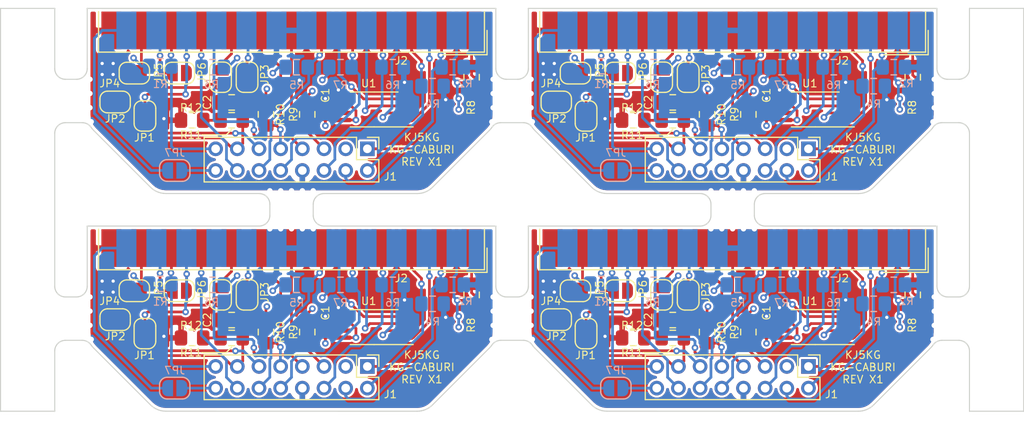
<source format=kicad_pcb>
(kicad_pcb (version 20171130) (host pcbnew 5.1.5+dfsg1-2build2)
  (layers (0 F.Cu signal) (1 In1.Cu signal hide) (2 In2.Cu signal hide) (31 B.Cu signal) (34 B.Paste user) (35 F.Paste user) (36 B.SilkS user) (37 F.SilkS user) (38 B.Mask user) (39 F.Mask user) (44 Edge.Cuts user))
  (net 0 "")
  (net 1 Board_1-+12V)
  (net 2 Board_1-+5V)
  (net 3 Board_1-/AIN_6DB)
  (net 4 Board_1-/AOUT_6DB)
  (net 5 Board_1-/AUDIO_OUT)
  (net 6 Board_1-/COR_DET)
  (net 7 Board_1-/CTCSS_DET)
  (net 8 Board_1-/EEP_CK)
  (net 9 Board_1-/EEP_CS)
  (net 10 Board_1-/EEP_DI)
  (net 11 Board_1-/EEP_DO)
  (net 12 Board_1-/GPIO1)
  (net 13 Board_1-/GPIO2)
  (net 14 Board_1-/GPIO4)
  (net 15 Board_1-/GPIO5)
  (net 16 Board_1-/GPIO6)
  (net 17 Board_1-/GPIO7)
  (net 18 Board_1-/GPIO8)
  (net 19 Board_1-/LEFT_OUT)
  (net 20 Board_1-/MIC)
  (net 21 Board_1-/MIC_AC)
  (net 22 Board_1-/MIC_IN)
  (net 23 Board_1-/PTT)
  (net 24 Board_1-/RIGHT_OUT)
  (net 25 Board_1-/VDD_6DB)
  (net 26 Board_1-GND)
  (net 27 "Board_1-Net-(C2-Pad1)")
  (net 28 "Board_1-Net-(C2-Pad2)")
  (net 29 Board_2-+12V)
  (net 30 Board_2-+5V)
  (net 31 Board_2-/AIN_6DB)
  (net 32 Board_2-/AOUT_6DB)
  (net 33 Board_2-/AUDIO_OUT)
  (net 34 Board_2-/COR_DET)
  (net 35 Board_2-/CTCSS_DET)
  (net 36 Board_2-/EEP_CK)
  (net 37 Board_2-/EEP_CS)
  (net 38 Board_2-/EEP_DI)
  (net 39 Board_2-/EEP_DO)
  (net 40 Board_2-/GPIO1)
  (net 41 Board_2-/GPIO2)
  (net 42 Board_2-/GPIO4)
  (net 43 Board_2-/GPIO5)
  (net 44 Board_2-/GPIO6)
  (net 45 Board_2-/GPIO7)
  (net 46 Board_2-/GPIO8)
  (net 47 Board_2-/LEFT_OUT)
  (net 48 Board_2-/MIC)
  (net 49 Board_2-/MIC_AC)
  (net 50 Board_2-/MIC_IN)
  (net 51 Board_2-/PTT)
  (net 52 Board_2-/RIGHT_OUT)
  (net 53 Board_2-/VDD_6DB)
  (net 54 Board_2-GND)
  (net 55 "Board_2-Net-(C2-Pad1)")
  (net 56 "Board_2-Net-(C2-Pad2)")
  (net 57 Board_3-+12V)
  (net 58 Board_3-+5V)
  (net 59 Board_3-/AIN_6DB)
  (net 60 Board_3-/AOUT_6DB)
  (net 61 Board_3-/AUDIO_OUT)
  (net 62 Board_3-/COR_DET)
  (net 63 Board_3-/CTCSS_DET)
  (net 64 Board_3-/EEP_CK)
  (net 65 Board_3-/EEP_CS)
  (net 66 Board_3-/EEP_DI)
  (net 67 Board_3-/EEP_DO)
  (net 68 Board_3-/GPIO1)
  (net 69 Board_3-/GPIO2)
  (net 70 Board_3-/GPIO4)
  (net 71 Board_3-/GPIO5)
  (net 72 Board_3-/GPIO6)
  (net 73 Board_3-/GPIO7)
  (net 74 Board_3-/GPIO8)
  (net 75 Board_3-/LEFT_OUT)
  (net 76 Board_3-/MIC)
  (net 77 Board_3-/MIC_AC)
  (net 78 Board_3-/MIC_IN)
  (net 79 Board_3-/PTT)
  (net 80 Board_3-/RIGHT_OUT)
  (net 81 Board_3-/VDD_6DB)
  (net 82 Board_3-GND)
  (net 83 "Board_3-Net-(C2-Pad1)")
  (net 84 "Board_3-Net-(C2-Pad2)")
  (net 85 Board_4-+12V)
  (net 86 Board_4-+5V)
  (net 87 Board_4-/AIN_6DB)
  (net 88 Board_4-/AOUT_6DB)
  (net 89 Board_4-/AUDIO_OUT)
  (net 90 Board_4-/COR_DET)
  (net 91 Board_4-/CTCSS_DET)
  (net 92 Board_4-/EEP_CK)
  (net 93 Board_4-/EEP_CS)
  (net 94 Board_4-/EEP_DI)
  (net 95 Board_4-/EEP_DO)
  (net 96 Board_4-/GPIO1)
  (net 97 Board_4-/GPIO2)
  (net 98 Board_4-/GPIO4)
  (net 99 Board_4-/GPIO5)
  (net 100 Board_4-/GPIO6)
  (net 101 Board_4-/GPIO7)
  (net 102 Board_4-/GPIO8)
  (net 103 Board_4-/LEFT_OUT)
  (net 104 Board_4-/MIC)
  (net 105 Board_4-/MIC_AC)
  (net 106 Board_4-/MIC_IN)
  (net 107 Board_4-/PTT)
  (net 108 Board_4-/RIGHT_OUT)
  (net 109 Board_4-/VDD_6DB)
  (net 110 Board_4-GND)
  (net 111 "Board_4-Net-(C2-Pad1)")
  (net 112 "Board_4-Net-(C2-Pad2)")
  (module NPTH (layer F.Cu) (at 128.03922 80.549091)
    (fp_text reference REF** hide)
    (fp_text value NPTH hide)
    (pad "" np_thru_hole circle (at 0 0) (size 0.5 0.5) (drill 0.5) (layers *.Cu))
  )
  (module NPTH (layer F.Cu) (at 128.157663 79.251138)
    (fp_text reference REF** hide)
    (fp_text value NPTH hide)
    (pad "" np_thru_hole circle (at 0 0) (size 0.5 0.5) (drill 0.5) (layers *.Cu))
  )
  (module NPTH (layer F.Cu) (at 128.157009 77.938564)
    (fp_text reference REF** hide)
    (fp_text value NPTH hide)
    (pad "" np_thru_hole circle (at 0 0) (size 0.5 0.5) (drill 0.5) (layers *.Cu))
  )
  (module NPTH (layer F.Cu) (at 128.156356 76.625989)
    (fp_text reference REF** hide)
    (fp_text value NPTH hide)
    (pad "" np_thru_hole circle (at 0 0) (size 0.5 0.5) (drill 0.5) (layers *.Cu))
  )
  (module NPTH (layer F.Cu) (at 90.953002 76.625903)
    (fp_text reference REF** hide)
    (fp_text value NPTH hide)
    (pad "" np_thru_hole circle (at 0 0) (size 0.5 0.5) (drill 0.5) (layers *.Cu))
  )
  (module NPTH (layer F.Cu) (at 90.952803 77.935903)
    (fp_text reference REF** hide)
    (fp_text value NPTH hide)
    (pad "" np_thru_hole circle (at 0 0) (size 0.5 0.5) (drill 0.5) (layers *.Cu))
  )
  (module NPTH (layer F.Cu) (at 90.952603 79.245904)
    (fp_text reference REF** hide)
    (fp_text value NPTH hide)
    (pad "" np_thru_hole circle (at 0 0) (size 0.5 0.5) (drill 0.5) (layers *.Cu))
  )
  (module NPTH (layer F.Cu) (at 91.068761 80.541645)
    (fp_text reference REF** hide)
    (fp_text value NPTH hide)
    (pad "" np_thru_hole circle (at 0 0) (size 0.5 0.5) (drill 0.5) (layers *.Cu))
  )
  (module NPTH (layer F.Cu) (at 87.335699 80.549091)
    (fp_text reference REF** hide)
    (fp_text value NPTH hide)
    (pad "" np_thru_hole circle (at 0 0) (size 0.5 0.5) (drill 0.5) (layers *.Cu))
  )
  (module NPTH (layer F.Cu) (at 87.454143 79.251138)
    (fp_text reference REF** hide)
    (fp_text value NPTH hide)
    (pad "" np_thru_hole circle (at 0 0) (size 0.5 0.5) (drill 0.5) (layers *.Cu))
  )
  (module NPTH (layer F.Cu) (at 87.453493 77.938563)
    (fp_text reference REF** hide)
    (fp_text value NPTH hide)
    (pad "" np_thru_hole circle (at 0 0) (size 0.5 0.5) (drill 0.5) (layers *.Cu))
  )
  (module NPTH (layer F.Cu) (at 87.452842 76.625988)
    (fp_text reference REF** hide)
    (fp_text value NPTH hide)
    (pad "" np_thru_hole circle (at 0 0) (size 0.5 0.5) (drill 0.5) (layers *.Cu))
  )
  (module NPTH (layer F.Cu) (at 50.249502 76.625903)
    (fp_text reference REF** hide)
    (fp_text value NPTH hide)
    (pad "" np_thru_hole circle (at 0 0) (size 0.5 0.5) (drill 0.5) (layers *.Cu))
  )
  (module NPTH (layer F.Cu) (at 50.249303 77.935903)
    (fp_text reference REF** hide)
    (fp_text value NPTH hide)
    (pad "" np_thru_hole circle (at 0 0) (size 0.5 0.5) (drill 0.5) (layers *.Cu))
  )
  (module NPTH (layer F.Cu) (at 50.249103 79.245903)
    (fp_text reference REF** hide)
    (fp_text value NPTH hide)
    (pad "" np_thru_hole circle (at 0 0) (size 0.5 0.5) (drill 0.5) (layers *.Cu))
  )
  (module NPTH (layer F.Cu) (at 50.36524 80.541645)
    (fp_text reference REF** hide)
    (fp_text value NPTH hide)
    (pad "" np_thru_hole circle (at 0 0) (size 0.5 0.5) (drill 0.5) (layers *.Cu))
  )
  (module NPTH (layer F.Cu) (at 128.03922 60.465181)
    (fp_text reference REF** hide)
    (fp_text value NPTH hide)
    (pad "" np_thru_hole circle (at 0 0) (size 0.5 0.5) (drill 0.5) (layers *.Cu))
  )
  (module NPTH (layer F.Cu) (at 128.157663 59.167228)
    (fp_text reference REF** hide)
    (fp_text value NPTH hide)
    (pad "" np_thru_hole circle (at 0 0) (size 0.5 0.5) (drill 0.5) (layers *.Cu))
  )
  (module NPTH (layer F.Cu) (at 128.157009 57.854654)
    (fp_text reference REF** hide)
    (fp_text value NPTH hide)
    (pad "" np_thru_hole circle (at 0 0) (size 0.5 0.5) (drill 0.5) (layers *.Cu))
  )
  (module NPTH (layer F.Cu) (at 128.156356 56.542079)
    (fp_text reference REF** hide)
    (fp_text value NPTH hide)
    (pad "" np_thru_hole circle (at 0 0) (size 0.5 0.5) (drill 0.5) (layers *.Cu))
  )
  (module NPTH (layer F.Cu) (at 90.953002 56.541993)
    (fp_text reference REF** hide)
    (fp_text value NPTH hide)
    (pad "" np_thru_hole circle (at 0 0) (size 0.5 0.5) (drill 0.5) (layers *.Cu))
  )
  (module NPTH (layer F.Cu) (at 90.952803 57.851993)
    (fp_text reference REF** hide)
    (fp_text value NPTH hide)
    (pad "" np_thru_hole circle (at 0 0) (size 0.5 0.5) (drill 0.5) (layers *.Cu))
  )
  (module NPTH (layer F.Cu) (at 90.952603 59.161994)
    (fp_text reference REF** hide)
    (fp_text value NPTH hide)
    (pad "" np_thru_hole circle (at 0 0) (size 0.5 0.5) (drill 0.5) (layers *.Cu))
  )
  (module NPTH (layer F.Cu) (at 91.068761 60.457735)
    (fp_text reference REF** hide)
    (fp_text value NPTH hide)
    (pad "" np_thru_hole circle (at 0 0) (size 0.5 0.5) (drill 0.5) (layers *.Cu))
  )
  (module NPTH (layer F.Cu) (at 87.335699 60.465181)
    (fp_text reference REF** hide)
    (fp_text value NPTH hide)
    (pad "" np_thru_hole circle (at 0 0) (size 0.5 0.5) (drill 0.5) (layers *.Cu))
  )
  (module NPTH (layer F.Cu) (at 87.454143 59.167228)
    (fp_text reference REF** hide)
    (fp_text value NPTH hide)
    (pad "" np_thru_hole circle (at 0 0) (size 0.5 0.5) (drill 0.5) (layers *.Cu))
  )
  (module NPTH (layer F.Cu) (at 87.453493 57.854653)
    (fp_text reference REF** hide)
    (fp_text value NPTH hide)
    (pad "" np_thru_hole circle (at 0 0) (size 0.5 0.5) (drill 0.5) (layers *.Cu))
  )
  (module NPTH (layer F.Cu) (at 87.452842 56.542078)
    (fp_text reference REF** hide)
    (fp_text value NPTH hide)
    (pad "" np_thru_hole circle (at 0 0) (size 0.5 0.5) (drill 0.5) (layers *.Cu))
  )
  (module NPTH (layer F.Cu) (at 50.249502 56.541993)
    (fp_text reference REF** hide)
    (fp_text value NPTH hide)
    (pad "" np_thru_hole circle (at 0 0) (size 0.5 0.5) (drill 0.5) (layers *.Cu))
  )
  (module NPTH (layer F.Cu) (at 50.249303 57.851993)
    (fp_text reference REF** hide)
    (fp_text value NPTH hide)
    (pad "" np_thru_hole circle (at 0 0) (size 0.5 0.5) (drill 0.5) (layers *.Cu))
  )
  (module NPTH (layer F.Cu) (at 50.249103 59.161993)
    (fp_text reference REF** hide)
    (fp_text value NPTH hide)
    (pad "" np_thru_hole circle (at 0 0) (size 0.5 0.5) (drill 0.5) (layers *.Cu))
  )
  (module NPTH (layer F.Cu) (at 50.36524 60.457735)
    (fp_text reference REF** hide)
    (fp_text value NPTH hide)
    (pad "" np_thru_hole circle (at 0 0) (size 0.5 0.5) (drill 0.5) (layers *.Cu))
  )
  (module NPTH (layer F.Cu) (at 111.555281 70.3329)
    (fp_text reference REF** hide)
    (fp_text value NPTH hide)
    (pad "" np_thru_hole circle (at 0 0) (size 0.5 0.5) (drill 0.5) (layers *.Cu))
  )
  (module NPTH (layer F.Cu) (at 110.555281 70.3329)
    (fp_text reference REF** hide)
    (fp_text value NPTH hide)
    (pad "" np_thru_hole circle (at 0 0) (size 0.5 0.5) (drill 0.5) (layers *.Cu))
  )
  (module NPTH (layer F.Cu) (at 109.555281 70.3329)
    (fp_text reference REF** hide)
    (fp_text value NPTH hide)
    (pad "" np_thru_hole circle (at 0 0) (size 0.5 0.5) (drill 0.5) (layers *.Cu))
  )
  (module NPTH (layer F.Cu) (at 108.555281 70.3329)
    (fp_text reference REF** hide)
    (fp_text value NPTH hide)
    (pad "" np_thru_hole circle (at 0 0) (size 0.5 0.5) (drill 0.5) (layers *.Cu))
  )
  (module NPTH (layer F.Cu) (at 107.555281 70.3329)
    (fp_text reference REF** hide)
    (fp_text value NPTH hide)
    (pad "" np_thru_hole circle (at 0 0) (size 0.5 0.5) (drill 0.5) (layers *.Cu))
  )
  (module NPTH (layer F.Cu) (at 70.85176 70.3329)
    (fp_text reference REF** hide)
    (fp_text value NPTH hide)
    (pad "" np_thru_hole circle (at 0 0) (size 0.5 0.5) (drill 0.5) (layers *.Cu))
  )
  (module NPTH (layer F.Cu) (at 69.85176 70.3329)
    (fp_text reference REF** hide)
    (fp_text value NPTH hide)
    (pad "" np_thru_hole circle (at 0 0) (size 0.5 0.5) (drill 0.5) (layers *.Cu))
  )
  (module NPTH (layer F.Cu) (at 68.85176 70.3329)
    (fp_text reference REF** hide)
    (fp_text value NPTH hide)
    (pad "" np_thru_hole circle (at 0 0) (size 0.5 0.5) (drill 0.5) (layers *.Cu))
  )
  (module NPTH (layer F.Cu) (at 67.85176 70.3329)
    (fp_text reference REF** hide)
    (fp_text value NPTH hide)
    (pad "" np_thru_hole circle (at 0 0) (size 0.5 0.5) (drill 0.5) (layers *.Cu))
  )
  (module NPTH (layer F.Cu) (at 66.85176 70.3329)
    (fp_text reference REF** hide)
    (fp_text value NPTH hide)
    (pad "" np_thru_hole circle (at 0 0) (size 0.5 0.5) (drill 0.5) (layers *.Cu))
  )
  (module NPTH (layer F.Cu) (at 107.555318 66.832838)
    (fp_text reference REF** hide)
    (fp_text value NPTH hide)
    (pad "" np_thru_hole circle (at 0 0) (size 0.5 0.5) (drill 0.5) (layers *.Cu))
  )
  (module NPTH (layer F.Cu) (at 108.555318 66.83299)
    (fp_text reference REF** hide)
    (fp_text value NPTH hide)
    (pad "" np_thru_hole circle (at 0 0) (size 0.5 0.5) (drill 0.5) (layers *.Cu))
  )
  (module NPTH (layer F.Cu) (at 109.555318 66.833141)
    (fp_text reference REF** hide)
    (fp_text value NPTH hide)
    (pad "" np_thru_hole circle (at 0 0) (size 0.5 0.5) (drill 0.5) (layers *.Cu))
  )
  (module NPTH (layer F.Cu) (at 110.555318 66.833293)
    (fp_text reference REF** hide)
    (fp_text value NPTH hide)
    (pad "" np_thru_hole circle (at 0 0) (size 0.5 0.5) (drill 0.5) (layers *.Cu))
  )
  (module NPTH (layer F.Cu) (at 111.555318 66.833444)
    (fp_text reference REF** hide)
    (fp_text value NPTH hide)
    (pad "" np_thru_hole circle (at 0 0) (size 0.5 0.5) (drill 0.5) (layers *.Cu))
  )
  (module NPTH (layer F.Cu) (at 66.851797 66.832838)
    (fp_text reference REF** hide)
    (fp_text value NPTH hide)
    (pad "" np_thru_hole circle (at 0 0) (size 0.5 0.5) (drill 0.5) (layers *.Cu))
  )
  (module NPTH (layer F.Cu) (at 67.851797 66.83299)
    (fp_text reference REF** hide)
    (fp_text value NPTH hide)
    (pad "" np_thru_hole circle (at 0 0) (size 0.5 0.5) (drill 0.5) (layers *.Cu))
  )
  (module NPTH (layer F.Cu) (at 68.851797 66.833141)
    (fp_text reference REF** hide)
    (fp_text value NPTH hide)
    (pad "" np_thru_hole circle (at 0 0) (size 0.5 0.5) (drill 0.5) (layers *.Cu))
  )
  (module NPTH (layer F.Cu) (at 69.851797 66.833293)
    (fp_text reference REF** hide)
    (fp_text value NPTH hide)
    (pad "" np_thru_hole circle (at 0 0) (size 0.5 0.5) (drill 0.5) (layers *.Cu))
  )
  (module NPTH (layer F.Cu) (at 70.851797 66.833444)
    (fp_text reference REF** hide)
    (fp_text value NPTH hide)
    (pad "" np_thru_hole circle (at 0 0) (size 0.5 0.5) (drill 0.5) (layers *.Cu))
  )
  (module Jumper:SolderJumper-2_P1.3mm_Bridged_RoundedPad1.0x1.5mm (layer F.Cu) (at 96.028122 80.007911 90)
    (fp_text reference JP1 (at -2 -0.05) (layer F.SilkS) (effects (font (size 0.7 0.7) (thickness 0.1))))
    (fp_text value Jumper_NC_Small)
    (fp_poly (pts (xy 0.25 -0.3) (xy -0.25 -0.3) (xy -0.25 0.3) (xy 0.25 0.3)) (layer F.Cu) (width 0))
    (pad 2 smd custom (at 0.65 0 90) (size 1 0.5) (layers F.Cu F.Mask) (net 108 Board_4-/RIGHT_OUT) (options (clearance outline) (anchor rect)) (primitives (gr_circle (center 0 0.25) (end 0.5 0.25) (width 0)) (gr_circle (center 0 -0.25) (end 0.5 -0.25) (width 0)) (gr_poly (pts (xy 0 -0.75) (xy -0.5 -0.75) (xy -0.5 0.75) (xy 0 0.75)) (width 0))))
    (pad 1 smd custom (at -0.65 0 90) (size 1 0.5) (layers F.Cu F.Mask) (net 89 Board_4-/AUDIO_OUT) (options (clearance outline) (anchor rect)) (primitives (gr_circle (center 0 0.25) (end 0.5 0.25) (width 0)) (gr_circle (center 0 -0.25) (end 0.5 -0.25) (width 0)) (gr_poly (pts (xy 0 -0.75) (xy 0.5 -0.75) (xy 0.5 0.75) (xy 0 0.75)) (width 0))))
  )
  (module Jumper:SolderJumper-2_P1.3mm_Bridged_RoundedPad1.0x1.5mm (layer F.Cu) (at 93.278122 78.719911 180)
    (fp_text reference JP2 (at 0 -1.538 180) (layer F.SilkS) (effects (font (size 0.7 0.7) (thickness 0.1))))
    (fp_text value Jumper_NC_Small)
    (fp_poly (pts (xy 0.25 -0.3) (xy -0.25 -0.3) (xy -0.25 0.3) (xy 0.25 0.3)) (layer F.Cu) (width 0))
    (pad 2 smd custom (at 0.65 0 180) (size 1 0.5) (layers F.Cu F.Mask) (net 111 "Board_4-Net-(C2-Pad1)") (options (clearance outline) (anchor rect)) (primitives (gr_circle (center 0 0.25) (end 0.5 0.25) (width 0)) (gr_circle (center 0 -0.25) (end 0.5 -0.25) (width 0)) (gr_poly (pts (xy 0 -0.75) (xy -0.5 -0.75) (xy -0.5 0.75) (xy 0 0.75)) (width 0))))
    (pad 1 smd custom (at -0.65 0 180) (size 1 0.5) (layers F.Cu F.Mask) (net 104 Board_4-/MIC) (options (clearance outline) (anchor rect)) (primitives (gr_circle (center 0 0.25) (end 0.5 0.25) (width 0)) (gr_circle (center 0 -0.25) (end 0.5 -0.25) (width 0)) (gr_poly (pts (xy 0 -0.75) (xy 0.5 -0.75) (xy 0.5 0.75) (xy 0 0.75)) (width 0))))
  )
  (module Jumper:SolderJumper-2_P1.3mm_Bridged_RoundedPad1.0x1.5mm (layer F.Cu) (at 105.451122 76.433911 90)
    (fp_text reference JP3 (at 0.226 1.627 270) (layer F.SilkS) (effects (font (size 0.7 0.7) (thickness 0.1))))
    (fp_text value Jumper_NC_Small)
    (fp_poly (pts (xy 0.25 -0.3) (xy -0.25 -0.3) (xy -0.25 0.3) (xy 0.25 0.3)) (layer F.Cu) (width 0))
    (pad 2 smd custom (at 0.65 0 90) (size 1 0.5) (layers F.Cu F.Mask) (net 105 Board_4-/MIC_AC) (options (clearance outline) (anchor rect)) (primitives (gr_circle (center 0 0.25) (end 0.5 0.25) (width 0)) (gr_circle (center 0 -0.25) (end 0.5 -0.25) (width 0)) (gr_poly (pts (xy 0 -0.75) (xy -0.5 -0.75) (xy -0.5 0.75) (xy 0 0.75)) (width 0))))
    (pad 1 smd custom (at -0.65 0 90) (size 1 0.5) (layers F.Cu F.Mask) (net 111 "Board_4-Net-(C2-Pad1)") (options (clearance outline) (anchor rect)) (primitives (gr_circle (center 0 0.25) (end 0.5 0.25) (width 0)) (gr_circle (center 0 -0.25) (end 0.5 -0.25) (width 0)) (gr_poly (pts (xy 0 -0.75) (xy 0.5 -0.75) (xy 0.5 0.75) (xy 0 0.75)) (width 0))))
  )
  (module Jumper:SolderJumper-2_P1.3mm_Open_RoundedPad1.0x1.5mm (layer F.Cu) (at 95.051022 76.052911)
    (fp_text reference JP4 (at -2.2729 0.955 180) (layer F.SilkS) (effects (font (size 0.7 0.7) (thickness 0.1))))
    (fp_text value Jumper_NO_Small)
    (pad 1 smd custom (at -0.65 0) (size 1 0.5) (layers F.Cu F.Mask) (net 111 "Board_4-Net-(C2-Pad1)") (options (clearance outline) (anchor rect)) (primitives (gr_circle (center 0 0.25) (end 0.5 0.25) (width 0)) (gr_circle (center 0 -0.25) (end 0.5 -0.25) (width 0)) (gr_poly (pts (xy 0 -0.75) (xy 0.5 -0.75) (xy 0.5 0.75) (xy 0 0.75)) (width 0))))
    (pad 2 smd custom (at 0.65 0) (size 1 0.5) (layers F.Cu F.Mask) (net 88 Board_4-/AOUT_6DB) (options (clearance outline) (anchor rect)) (primitives (gr_circle (center 0 0.25) (end 0.5 0.25) (width 0)) (gr_circle (center 0 -0.25) (end 0.5 -0.25) (width 0)) (gr_poly (pts (xy 0 -0.75) (xy -0.5 -0.75) (xy -0.5 0.75) (xy 0 0.75)) (width 0))))
  )
  (module Jumper:SolderJumper-2_P1.3mm_Open_RoundedPad1.0x1.5mm (layer F.Cu) (at 99.206022 76.052911 180)
    (fp_text reference JP5 (at 1.9279 0 270) (layer F.SilkS) (effects (font (size 0.7 0.7) (thickness 0.1))))
    (fp_text value Jumper_NO_Small)
    (pad 1 smd custom (at -0.65 0 180) (size 1 0.5) (layers F.Cu F.Mask) (net 108 Board_4-/RIGHT_OUT) (options (clearance outline) (anchor rect)) (primitives (gr_circle (center 0 0.25) (end 0.5 0.25) (width 0)) (gr_circle (center 0 -0.25) (end 0.5 -0.25) (width 0)) (gr_poly (pts (xy 0 -0.75) (xy 0.5 -0.75) (xy 0.5 0.75) (xy 0 0.75)) (width 0))))
    (pad 2 smd custom (at 0.65 0 180) (size 1 0.5) (layers F.Cu F.Mask) (net 87 Board_4-/AIN_6DB) (options (clearance outline) (anchor rect)) (primitives (gr_circle (center 0 0.25) (end 0.5 0.25) (width 0)) (gr_circle (center 0 -0.25) (end 0.5 -0.25) (width 0)) (gr_poly (pts (xy 0 -0.75) (xy -0.5 -0.75) (xy -0.5 0.75) (xy 0 0.75)) (width 0))))
  )
  (module Jumper:SolderJumper-2_P1.3mm_Open_RoundedPad1.0x1.5mm (layer F.Cu) (at 103.002122 76.433911 90)
    (fp_text reference JP6 (at 0.426 -1.724 90) (layer F.SilkS) (effects (font (size 0.7 0.7) (thickness 0.1))))
    (fp_text value Jumper_NO_Small)
    (pad 1 smd custom (at -0.65 0 90) (size 1 0.5) (layers F.Cu F.Mask) (net 111 "Board_4-Net-(C2-Pad1)") (options (clearance outline) (anchor rect)) (primitives (gr_circle (center 0 0.25) (end 0.5 0.25) (width 0)) (gr_circle (center 0 -0.25) (end 0.5 -0.25) (width 0)) (gr_poly (pts (xy 0 -0.75) (xy 0.5 -0.75) (xy 0.5 0.75) (xy 0 0.75)) (width 0))))
    (pad 2 smd custom (at 0.65 0 90) (size 1 0.5) (layers F.Cu F.Mask) (net 106 Board_4-/MIC_IN) (options (clearance outline) (anchor rect)) (primitives (gr_circle (center 0 0.25) (end 0.5 0.25) (width 0)) (gr_circle (center 0 -0.25) (end 0.5 -0.25) (width 0)) (gr_poly (pts (xy 0 -0.75) (xy -0.5 -0.75) (xy -0.5 0.75) (xy 0 0.75)) (width 0))))
  )
  (module Package_SO:TSSOP-8_4.4x3mm_P0.65mm (layer F.Cu) (at 117.178122 79.407911 180)
    (fp_text reference U1 (at 0.5 2.4) (layer F.SilkS) (effects (font (size 0.7 0.7) (thickness 0.1))))
    (fp_text value 93C46)
    (pad 1 smd roundrect (at -2.8625 -0.975 180) (size 1.475 0.4) (layers F.Cu F.Paste F.Mask) (net 93 Board_4-/EEP_CS))
    (pad 2 smd roundrect (at -2.8625 -0.325 180) (size 1.475 0.4) (layers F.Cu F.Paste F.Mask) (net 92 Board_4-/EEP_CK))
    (pad 3 smd roundrect (at -2.8625 0.325 180) (size 1.475 0.4) (layers F.Cu F.Paste F.Mask) (net 94 Board_4-/EEP_DI))
    (pad 4 smd roundrect (at -2.8625 0.975 180) (size 1.475 0.4) (layers F.Cu F.Paste F.Mask) (net 95 Board_4-/EEP_DO))
    (pad 5 smd roundrect (at 2.8625 0.975 180) (size 1.475 0.4) (layers F.Cu F.Paste F.Mask) (net 110 Board_4-GND))
    (pad 6 smd roundrect (at 2.8625 0.325 180) (size 1.475 0.4) (layers F.Cu F.Paste F.Mask) (net 86 Board_4-+5V))
    (pad 7 smd roundrect (at 2.8625 -0.325 180) (size 1.475 0.4) (layers F.Cu F.Paste F.Mask))
    (pad 8 smd roundrect (at 2.8625 -0.975 180) (size 1.475 0.4) (layers F.Cu F.Paste F.Mask) (net 86 Board_4-+5V))
  )
  (module Capacitor_SMD:C_0402_1005Metric (layer F.Cu) (at 112.678122 79.707911 270)
    (fp_text reference C1 (at -1.6 0 90) (layer F.SilkS) (effects (font (size 0.7 0.7) (thickness 0.1))))
    (fp_text value 0.1u)
    (pad 1 smd roundrect (at -0.485 0 270) (size 0.59 0.64) (layers F.Cu F.Paste F.Mask) (net 110 Board_4-GND))
    (pad 2 smd roundrect (at 0.485 0 270) (size 0.59 0.64) (layers F.Cu F.Paste F.Mask) (net 86 Board_4-+5V))
  )
  (module Jumper:SolderJumper-2_P1.3mm_Open_RoundedPad1.0x1.5mm (layer B.Cu) (at 98.778122 85.037911 180)
    (fp_text reference JP7 (at 0 1.63) (layer B.SilkS) (effects (font (size 0.7 0.7) (thickness 0.1)) (justify mirror)))
    (fp_text value Jumper_NO_Small)
    (pad 1 smd custom (at -0.65 0 180) (size 1 0.5) (layers B.Cu B.Mask) (net 85 Board_4-+12V) (options (clearance outline) (anchor rect)) (primitives (gr_circle (center 0 -0.25) (end 0.5 -0.25) (width 0)) (gr_circle (center 0 0.25) (end 0.5 0.25) (width 0)) (gr_poly (pts (xy 0 0.75) (xy 0.5 0.75) (xy 0.5 -0.75) (xy 0 -0.75)) (width 0))))
    (pad 2 smd custom (at 0.65 0 180) (size 1 0.5) (layers B.Cu B.Mask) (net 109 Board_4-/VDD_6DB) (options (clearance outline) (anchor rect)) (primitives (gr_circle (center 0 -0.25) (end 0.5 -0.25) (width 0)) (gr_circle (center 0 0.25) (end 0.5 0.25) (width 0)) (gr_poly (pts (xy 0 0.75) (xy -0.5 0.75) (xy -0.5 -0.75) (xy 0 -0.75)) (width 0))))
  )
  (module Resistor_SMD:R_0805_2012Metric_Pad1.15x1.40mm_HandSolder (layer F.Cu) (at 126.171022 76.433911 90)
    (fp_text reference R8 (at -2.794 -0.0549 90) (layer F.SilkS) (effects (font (size 0.7 0.7) (thickness 0.1))))
    (fp_text value 2.26k)
    (pad 1 smd roundrect (at -1.025 0 90) (size 1.15 1.4) (layers F.Cu F.Paste F.Mask) (roundrect_rratio 0.217391) (net 86 Board_4-+5V))
    (pad 2 smd roundrect (at 1.025 0 90) (size 1.15 1.4) (layers F.Cu F.Paste F.Mask) (roundrect_rratio 0.217391) (net 107 Board_4-/PTT))
  )
  (module Resistor_SMD:R_0805_2012Metric_Pad1.15x1.40mm_HandSolder (layer F.Cu) (at 111.003122 79.862911 270)
    (fp_text reference R9 (at 0 1.27 90) (layer F.SilkS) (effects (font (size 0.7 0.7) (thickness 0.1))))
    (fp_text value 2.26k)
    (pad 1 smd roundrect (at -1.025 0 270) (size 1.15 1.4) (layers F.Cu F.Paste F.Mask) (roundrect_rratio 0.217391) (net 86 Board_4-+5V))
    (pad 2 smd roundrect (at 1.025 0 270) (size 1.15 1.4) (layers F.Cu F.Paste F.Mask) (roundrect_rratio 0.217391) (net 91 Board_4-/CTCSS_DET))
  )
  (module Resistor_SMD:R_0805_2012Metric_Pad1.15x1.40mm_HandSolder (layer F.Cu) (at 107.193122 79.862911 270)
    (fp_text reference R10 (at 0 -1.335 90) (layer F.SilkS) (effects (font (size 0.7 0.7) (thickness 0.1))))
    (fp_text value 2.26k)
    (pad 1 smd roundrect (at -1.025 0 270) (size 1.15 1.4) (layers F.Cu F.Paste F.Mask) (roundrect_rratio 0.217391) (net 86 Board_4-+5V))
    (pad 2 smd roundrect (at 1.025 0 270) (size 1.15 1.4) (layers F.Cu F.Paste F.Mask) (roundrect_rratio 0.217391) (net 90 Board_4-/COR_DET))
  )
  (module Connector_PinHeader_2.00mm:PinHeader_2x08_P2.00mm_Vertical (layer F.Cu) (at 116.551022 83.037911 270)
    (fp_text reference J1 (at 2.57 -2.1271 180) (layer F.SilkS) (effects (font (size 0.7 0.7) (thickness 0.1))))
    (fp_text value Conn_02x08_Odd_Even)
    (pad 1 thru_hole rect (at 0 0 270) (size 1.35 1.35) (drill 0.8) (layers *.Cu *.Mask) (net 107 Board_4-/PTT))
    (pad 2 thru_hole oval (at 2 0 270) (size 1.35 1.35) (drill 0.8) (layers *.Cu *.Mask) (net 97 Board_4-/GPIO2))
    (pad 3 thru_hole oval (at 0 2 270) (size 1.35 1.35) (drill 0.8) (layers *.Cu *.Mask) (net 86 Board_4-+5V))
    (pad 4 thru_hole oval (at 2 2 270) (size 1.35 1.35) (drill 0.8) (layers *.Cu *.Mask) (net 96 Board_4-/GPIO1))
    (pad 5 thru_hole oval (at 0 4 270) (size 1.35 1.35) (drill 0.8) (layers *.Cu *.Mask) (net 91 Board_4-/CTCSS_DET))
    (pad 6 thru_hole oval (at 2 4 270) (size 1.35 1.35) (drill 0.8) (layers *.Cu *.Mask) (net 98 Board_4-/GPIO4))
    (pad 7 thru_hole oval (at 0 6 270) (size 1.35 1.35) (drill 0.8) (layers *.Cu *.Mask) (net 103 Board_4-/LEFT_OUT))
    (pad 8 thru_hole oval (at 2 6 270) (size 1.35 1.35) (drill 0.8) (layers *.Cu *.Mask) (net 110 Board_4-GND))
    (pad 9 thru_hole oval (at 0 8 270) (size 1.35 1.35) (drill 0.8) (layers *.Cu *.Mask) (net 90 Board_4-/COR_DET))
    (pad 10 thru_hole oval (at 2 8 270) (size 1.35 1.35) (drill 0.8) (layers *.Cu *.Mask) (net 99 Board_4-/GPIO5))
    (pad 11 thru_hole oval (at 0 10 270) (size 1.35 1.35) (drill 0.8) (layers *.Cu *.Mask) (net 89 Board_4-/AUDIO_OUT))
    (pad 12 thru_hole oval (at 2 10 270) (size 1.35 1.35) (drill 0.8) (layers *.Cu *.Mask) (net 100 Board_4-/GPIO6))
    (pad 13 thru_hole oval (at 0 12 270) (size 1.35 1.35) (drill 0.8) (layers *.Cu *.Mask) (net 104 Board_4-/MIC))
    (pad 14 thru_hole oval (at 2 12 270) (size 1.35 1.35) (drill 0.8) (layers *.Cu *.Mask) (net 101 Board_4-/GPIO7))
    (pad 15 thru_hole oval (at 0 14 270) (size 1.35 1.35) (drill 0.8) (layers *.Cu *.Mask) (net 102 Board_4-/GPIO8))
    (pad 16 thru_hole oval (at 2 14 270) (size 1.35 1.35) (drill 0.8) (layers *.Cu *.Mask) (net 85 Board_4-+12V))
  )
  (module Capacitor_SMD:C_0805_2012Metric_Pad1.15x1.40mm_HandSolder (layer F.Cu) (at 104.028122 78.757911 180)
    (fp_text reference C2 (at 2.25 0 90) (layer F.SilkS) (effects (font (size 0.7 0.7) (thickness 0.1))))
    (fp_text value 1.0u)
    (pad 1 smd roundrect (at -1.025 0 180) (size 1.15 1.4) (layers F.Cu F.Paste F.Mask) (roundrect_rratio 0.217391) (net 111 "Board_4-Net-(C2-Pad1)"))
    (pad 2 smd roundrect (at 1.025 0 180) (size 1.15 1.4) (layers F.Cu F.Paste F.Mask) (roundrect_rratio 0.217391) (net 112 "Board_4-Net-(C2-Pad2)"))
  )
  (module Resistor_SMD:R_0805_2012Metric_Pad1.15x1.40mm_HandSolder (layer B.Cu) (at 97.446022 75.417911)
    (fp_text reference R1 (at 0 1.65) (layer B.SilkS) (effects (font (size 0.7 0.7) (thickness 0.1)) (justify mirror)))
    (fp_text value "2.26k DNI")
    (pad 1 smd roundrect (at -1.025 0) (size 1.15 1.4) (layers B.Cu B.Paste B.Mask) (roundrect_rratio 0.217391) (net 86 Board_4-+5V))
    (pad 2 smd roundrect (at 1.025 0) (size 1.15 1.4) (layers B.Cu B.Paste B.Mask) (roundrect_rratio 0.217391) (net 102 Board_4-/GPIO8))
  )
  (module Resistor_SMD:R_0805_2012Metric_Pad1.15x1.40mm_HandSolder (layer B.Cu) (at 124.426022 75.507911)
    (fp_text reference R2 (at 1.1521 1.5) (layer B.SilkS) (effects (font (size 0.7 0.7) (thickness 0.1)) (justify mirror)))
    (fp_text value "2.26k DNI")
    (pad 1 smd roundrect (at -1.025 0) (size 1.15 1.4) (layers B.Cu B.Paste B.Mask) (roundrect_rratio 0.217391) (net 96 Board_4-/GPIO1))
    (pad 2 smd roundrect (at 1.025 0) (size 1.15 1.4) (layers B.Cu B.Paste B.Mask) (roundrect_rratio 0.217391) (net 110 Board_4-GND))
  )
  (module Resistor_SMD:R_0805_2012Metric_Pad1.15x1.40mm_HandSolder (layer B.Cu) (at 102.278122 75.507911 180)
    (fp_text reference R3 (at 0.1 -1.6) (layer B.SilkS) (effects (font (size 0.7 0.7) (thickness 0.1)) (justify mirror)))
    (fp_text value "2.26k DNI")
    (pad 1 smd roundrect (at -1.025 0 180) (size 1.15 1.4) (layers B.Cu B.Paste B.Mask) (roundrect_rratio 0.217391) (net 86 Board_4-+5V))
    (pad 2 smd roundrect (at 1.025 0 180) (size 1.15 1.4) (layers B.Cu B.Paste B.Mask) (roundrect_rratio 0.217391) (net 101 Board_4-/GPIO7))
  )
  (module Resistor_SMD:R_0805_2012Metric_Pad1.15x1.40mm_HandSolder (layer B.Cu) (at 122.569122 77.257911)
    (fp_text reference R4 (at 0 1.65) (layer B.SilkS) (effects (font (size 0.7 0.7) (thickness 0.1)) (justify mirror)))
    (fp_text value "2.26k DNI")
    (pad 1 smd roundrect (at -1.025 0) (size 1.15 1.4) (layers B.Cu B.Paste B.Mask) (roundrect_rratio 0.217391) (net 97 Board_4-/GPIO2))
    (pad 2 smd roundrect (at 1.025 0) (size 1.15 1.4) (layers B.Cu B.Paste B.Mask) (roundrect_rratio 0.217391) (net 110 Board_4-GND))
  )
  (module Resistor_SMD:R_0805_2012Metric_Pad1.15x1.40mm_HandSolder (layer B.Cu) (at 110.028122 75.507911)
    (fp_text reference R5 (at 0 1.65) (layer B.SilkS) (effects (font (size 0.7 0.7) (thickness 0.1)) (justify mirror)))
    (fp_text value "2.26k DNI")
    (pad 1 smd roundrect (at -1.025 0) (size 1.15 1.4) (layers B.Cu B.Paste B.Mask) (roundrect_rratio 0.217391) (net 86 Board_4-+5V))
    (pad 2 smd roundrect (at 1.025 0) (size 1.15 1.4) (layers B.Cu B.Paste B.Mask) (roundrect_rratio 0.217391) (net 100 Board_4-/GPIO6))
  )
  (module Resistor_SMD:R_0805_2012Metric_Pad1.15x1.40mm_HandSolder (layer B.Cu) (at 118.886022 75.507911)
    (fp_text reference R6 (at 0 1.65) (layer B.SilkS) (effects (font (size 0.7 0.7) (thickness 0.1)) (justify mirror)))
    (fp_text value "2.26k DNI")
    (pad 1 smd roundrect (at -1.025 0) (size 1.15 1.4) (layers B.Cu B.Paste B.Mask) (roundrect_rratio 0.217391) (net 98 Board_4-/GPIO4))
    (pad 2 smd roundrect (at 1.025 0) (size 1.15 1.4) (layers B.Cu B.Paste B.Mask) (roundrect_rratio 0.217391) (net 110 Board_4-GND))
  )
  (module Resistor_SMD:R_0805_2012Metric_Pad1.15x1.40mm_HandSolder (layer B.Cu) (at 114.066022 75.507911)
    (fp_text reference R7 (at 0 1.65) (layer B.SilkS) (effects (font (size 0.7 0.7) (thickness 0.1)) (justify mirror)))
    (fp_text value "2.26k DNI")
    (pad 1 smd roundrect (at -1.025 0) (size 1.15 1.4) (layers B.Cu B.Paste B.Mask) (roundrect_rratio 0.217391) (net 86 Board_4-+5V))
    (pad 2 smd roundrect (at 1.025 0) (size 1.15 1.4) (layers B.Cu B.Paste B.Mask) (roundrect_rratio 0.217391) (net 99 Board_4-/GPIO5))
  )
  (module Resistor_SMD:R_0805_2012Metric_Pad1.15x1.40mm_HandSolder (layer F.Cu) (at 104.028122 80.407911)
    (fp_text reference R11 (at -3.75 1.35) (layer F.SilkS) (effects (font (size 0.7 0.7) (thickness 0.1))))
    (fp_text value "10k DNI")
    (pad 1 smd roundrect (at -1.025 0) (size 1.15 1.4) (layers F.Cu F.Paste F.Mask) (roundrect_rratio 0.217391) (net 112 "Board_4-Net-(C2-Pad2)"))
    (pad 2 smd roundrect (at 1.025 0) (size 1.15 1.4) (layers F.Cu F.Paste F.Mask) (roundrect_rratio 0.217391) (net 104 Board_4-/MIC))
  )
  (module Resistor_SMD:R_0805_2012Metric_Pad1.15x1.40mm_HandSolder (layer F.Cu) (at 100.378122 80.407911)
    (fp_text reference R12 (at -0.1 -1.15) (layer F.SilkS) (effects (font (size 0.7 0.7) (thickness 0.1))))
    (fp_text value 12.1k)
    (pad 1 smd roundrect (at -1.025 0) (size 1.15 1.4) (layers F.Cu F.Paste F.Mask) (roundrect_rratio 0.217391) (net 110 Board_4-GND))
    (pad 2 smd roundrect (at 1.025 0) (size 1.15 1.4) (layers F.Cu F.Paste F.Mask) (roundrect_rratio 0.217391) (net 112 "Board_4-Net-(C2-Pad2)"))
  )
  (module Connector_Dsub:DSUB-25_Male_EdgeMount_P2.77mm (layer F.Cu) (at 109.551022 72.115911 180)
    (fp_text reference J2 (at -10.1271 -2.792 180) (layer F.SilkS) (effects (font (size 0.7 0.7) (thickness 0.1))))
    (fp_text value DB25_Male)
    (pad 1 smd rect (at -16.62 0 180) (size 1.846667 3.48) (layers F.Cu F.Paste F.Mask) (net 107 Board_4-/PTT))
    (pad 2 smd rect (at -13.85 0 180) (size 1.846667 3.48) (layers F.Cu F.Paste F.Mask) (net 96 Board_4-/GPIO1))
    (pad 3 smd rect (at -11.08 0 180) (size 1.846667 3.48) (layers F.Cu F.Paste F.Mask) (net 97 Board_4-/GPIO2))
    (pad 4 smd rect (at -8.31 0 180) (size 1.846667 3.48) (layers F.Cu F.Paste F.Mask) (net 98 Board_4-/GPIO4))
    (pad 5 smd rect (at -5.54 0 180) (size 1.846667 3.48) (layers F.Cu F.Paste F.Mask) (net 99 Board_4-/GPIO5))
    (pad 6 smd rect (at -2.77 0 180) (size 1.846667 3.48) (layers F.Cu F.Paste F.Mask) (net 100 Board_4-/GPIO6))
    (pad 7 smd rect (at 0 0 180) (size 1.846667 3.48) (layers F.Cu F.Paste F.Mask) (net 91 Board_4-/CTCSS_DET))
    (pad 8 smd rect (at 2.77 0 180) (size 1.846667 3.48) (layers F.Cu F.Paste F.Mask) (net 90 Board_4-/COR_DET))
    (pad 9 smd rect (at 5.54 0 180) (size 1.846667 3.48) (layers F.Cu F.Paste F.Mask) (net 106 Board_4-/MIC_IN))
    (pad 10 smd rect (at 8.31 0 180) (size 1.846667 3.48) (layers F.Cu F.Paste F.Mask) (net 101 Board_4-/GPIO7))
    (pad 11 smd rect (at 11.08 0 180) (size 1.846667 3.48) (layers F.Cu F.Paste F.Mask) (net 102 Board_4-/GPIO8))
    (pad 12 smd rect (at 13.85 0 180) (size 1.846667 3.48) (layers F.Cu F.Paste F.Mask) (net 88 Board_4-/AOUT_6DB))
    (pad 13 smd rect (at 16.62 0 180) (size 1.846667 3.48) (layers F.Cu F.Paste F.Mask) (net 110 Board_4-GND))
    (pad 14 smd rect (at -15.235 0 180) (size 1.846667 3.48) (layers B.Cu B.Paste B.Mask) (net 86 Board_4-+5V))
    (pad 15 smd rect (at -12.465 0 180) (size 1.846667 3.48) (layers B.Cu B.Paste B.Mask) (net 93 Board_4-/EEP_CS))
    (pad 16 smd rect (at -9.695 0 180) (size 1.846667 3.48) (layers B.Cu B.Paste B.Mask) (net 92 Board_4-/EEP_CK))
    (pad 17 smd rect (at -6.925 0 180) (size 1.846667 3.48) (layers B.Cu B.Paste B.Mask) (net 94 Board_4-/EEP_DI))
    (pad 18 smd rect (at -4.155 0 180) (size 1.846667 3.48) (layers B.Cu B.Paste B.Mask) (net 95 Board_4-/EEP_DO))
    (pad 19 smd rect (at -1.385 0 180) (size 1.846667 3.48) (layers B.Cu B.Paste B.Mask) (net 110 Board_4-GND))
    (pad 20 smd rect (at 1.385 0 180) (size 1.846667 3.48) (layers B.Cu B.Paste B.Mask) (net 110 Board_4-GND))
    (pad 21 smd rect (at 4.155 0 180) (size 1.846667 3.48) (layers B.Cu B.Paste B.Mask) (net 105 Board_4-/MIC_AC))
    (pad 22 smd rect (at 6.925 0 180) (size 1.846667 3.48) (layers B.Cu B.Paste B.Mask) (net 103 Board_4-/LEFT_OUT))
    (pad 23 smd rect (at 9.695 0 180) (size 1.846667 3.48) (layers B.Cu B.Paste B.Mask) (net 108 Board_4-/RIGHT_OUT))
    (pad 24 smd rect (at 12.465 0 180) (size 1.846667 3.48) (layers B.Cu B.Paste B.Mask) (net 87 Board_4-/AIN_6DB))
    (pad 25 smd rect (at 15.235 0 180) (size 1.846667 3.48) (layers B.Cu B.Paste B.Mask) (net 109 Board_4-/VDD_6DB))
  )
  (module Jumper:SolderJumper-2_P1.3mm_Bridged_RoundedPad1.0x1.5mm (layer F.Cu) (at 55.324601 80.007911 90)
    (fp_text reference JP1 (at -2 -0.05) (layer F.SilkS) (effects (font (size 0.7 0.7) (thickness 0.1))))
    (fp_text value Jumper_NC_Small)
    (fp_poly (pts (xy 0.25 -0.3) (xy -0.25 -0.3) (xy -0.25 0.3) (xy 0.25 0.3)) (layer F.Cu) (width 0))
    (pad 2 smd custom (at 0.65 0 90) (size 1 0.5) (layers F.Cu F.Mask) (net 80 Board_3-/RIGHT_OUT) (options (clearance outline) (anchor rect)) (primitives (gr_circle (center 0 0.25) (end 0.5 0.25) (width 0)) (gr_circle (center 0 -0.25) (end 0.5 -0.25) (width 0)) (gr_poly (pts (xy 0 -0.75) (xy -0.5 -0.75) (xy -0.5 0.75) (xy 0 0.75)) (width 0))))
    (pad 1 smd custom (at -0.65 0 90) (size 1 0.5) (layers F.Cu F.Mask) (net 61 Board_3-/AUDIO_OUT) (options (clearance outline) (anchor rect)) (primitives (gr_circle (center 0 0.25) (end 0.5 0.25) (width 0)) (gr_circle (center 0 -0.25) (end 0.5 -0.25) (width 0)) (gr_poly (pts (xy 0 -0.75) (xy 0.5 -0.75) (xy 0.5 0.75) (xy 0 0.75)) (width 0))))
  )
  (module Jumper:SolderJumper-2_P1.3mm_Bridged_RoundedPad1.0x1.5mm (layer F.Cu) (at 52.574601 78.719911 180)
    (fp_text reference JP2 (at 0 -1.538 180) (layer F.SilkS) (effects (font (size 0.7 0.7) (thickness 0.1))))
    (fp_text value Jumper_NC_Small)
    (fp_poly (pts (xy 0.25 -0.3) (xy -0.25 -0.3) (xy -0.25 0.3) (xy 0.25 0.3)) (layer F.Cu) (width 0))
    (pad 2 smd custom (at 0.65 0 180) (size 1 0.5) (layers F.Cu F.Mask) (net 83 "Board_3-Net-(C2-Pad1)") (options (clearance outline) (anchor rect)) (primitives (gr_circle (center 0 0.25) (end 0.5 0.25) (width 0)) (gr_circle (center 0 -0.25) (end 0.5 -0.25) (width 0)) (gr_poly (pts (xy 0 -0.75) (xy -0.5 -0.75) (xy -0.5 0.75) (xy 0 0.75)) (width 0))))
    (pad 1 smd custom (at -0.65 0 180) (size 1 0.5) (layers F.Cu F.Mask) (net 76 Board_3-/MIC) (options (clearance outline) (anchor rect)) (primitives (gr_circle (center 0 0.25) (end 0.5 0.25) (width 0)) (gr_circle (center 0 -0.25) (end 0.5 -0.25) (width 0)) (gr_poly (pts (xy 0 -0.75) (xy 0.5 -0.75) (xy 0.5 0.75) (xy 0 0.75)) (width 0))))
  )
  (module Jumper:SolderJumper-2_P1.3mm_Bridged_RoundedPad1.0x1.5mm (layer F.Cu) (at 64.747601 76.433911 90)
    (fp_text reference JP3 (at 0.226 1.627 270) (layer F.SilkS) (effects (font (size 0.7 0.7) (thickness 0.1))))
    (fp_text value Jumper_NC_Small)
    (fp_poly (pts (xy 0.25 -0.3) (xy -0.25 -0.3) (xy -0.25 0.3) (xy 0.25 0.3)) (layer F.Cu) (width 0))
    (pad 2 smd custom (at 0.65 0 90) (size 1 0.5) (layers F.Cu F.Mask) (net 77 Board_3-/MIC_AC) (options (clearance outline) (anchor rect)) (primitives (gr_circle (center 0 0.25) (end 0.5 0.25) (width 0)) (gr_circle (center 0 -0.25) (end 0.5 -0.25) (width 0)) (gr_poly (pts (xy 0 -0.75) (xy -0.5 -0.75) (xy -0.5 0.75) (xy 0 0.75)) (width 0))))
    (pad 1 smd custom (at -0.65 0 90) (size 1 0.5) (layers F.Cu F.Mask) (net 83 "Board_3-Net-(C2-Pad1)") (options (clearance outline) (anchor rect)) (primitives (gr_circle (center 0 0.25) (end 0.5 0.25) (width 0)) (gr_circle (center 0 -0.25) (end 0.5 -0.25) (width 0)) (gr_poly (pts (xy 0 -0.75) (xy 0.5 -0.75) (xy 0.5 0.75) (xy 0 0.75)) (width 0))))
  )
  (module Jumper:SolderJumper-2_P1.3mm_Open_RoundedPad1.0x1.5mm (layer F.Cu) (at 54.347501 76.052911)
    (fp_text reference JP4 (at -2.2729 0.955 180) (layer F.SilkS) (effects (font (size 0.7 0.7) (thickness 0.1))))
    (fp_text value Jumper_NO_Small)
    (pad 1 smd custom (at -0.65 0) (size 1 0.5) (layers F.Cu F.Mask) (net 83 "Board_3-Net-(C2-Pad1)") (options (clearance outline) (anchor rect)) (primitives (gr_circle (center 0 0.25) (end 0.5 0.25) (width 0)) (gr_circle (center 0 -0.25) (end 0.5 -0.25) (width 0)) (gr_poly (pts (xy 0 -0.75) (xy 0.5 -0.75) (xy 0.5 0.75) (xy 0 0.75)) (width 0))))
    (pad 2 smd custom (at 0.65 0) (size 1 0.5) (layers F.Cu F.Mask) (net 60 Board_3-/AOUT_6DB) (options (clearance outline) (anchor rect)) (primitives (gr_circle (center 0 0.25) (end 0.5 0.25) (width 0)) (gr_circle (center 0 -0.25) (end 0.5 -0.25) (width 0)) (gr_poly (pts (xy 0 -0.75) (xy -0.5 -0.75) (xy -0.5 0.75) (xy 0 0.75)) (width 0))))
  )
  (module Jumper:SolderJumper-2_P1.3mm_Open_RoundedPad1.0x1.5mm (layer F.Cu) (at 58.502501 76.052911 180)
    (fp_text reference JP5 (at 1.9279 0 270) (layer F.SilkS) (effects (font (size 0.7 0.7) (thickness 0.1))))
    (fp_text value Jumper_NO_Small)
    (pad 1 smd custom (at -0.65 0 180) (size 1 0.5) (layers F.Cu F.Mask) (net 80 Board_3-/RIGHT_OUT) (options (clearance outline) (anchor rect)) (primitives (gr_circle (center 0 0.25) (end 0.5 0.25) (width 0)) (gr_circle (center 0 -0.25) (end 0.5 -0.25) (width 0)) (gr_poly (pts (xy 0 -0.75) (xy 0.5 -0.75) (xy 0.5 0.75) (xy 0 0.75)) (width 0))))
    (pad 2 smd custom (at 0.65 0 180) (size 1 0.5) (layers F.Cu F.Mask) (net 59 Board_3-/AIN_6DB) (options (clearance outline) (anchor rect)) (primitives (gr_circle (center 0 0.25) (end 0.5 0.25) (width 0)) (gr_circle (center 0 -0.25) (end 0.5 -0.25) (width 0)) (gr_poly (pts (xy 0 -0.75) (xy -0.5 -0.75) (xy -0.5 0.75) (xy 0 0.75)) (width 0))))
  )
  (module Jumper:SolderJumper-2_P1.3mm_Open_RoundedPad1.0x1.5mm (layer F.Cu) (at 62.298601 76.433911 90)
    (fp_text reference JP6 (at 0.426 -1.724 90) (layer F.SilkS) (effects (font (size 0.7 0.7) (thickness 0.1))))
    (fp_text value Jumper_NO_Small)
    (pad 1 smd custom (at -0.65 0 90) (size 1 0.5) (layers F.Cu F.Mask) (net 83 "Board_3-Net-(C2-Pad1)") (options (clearance outline) (anchor rect)) (primitives (gr_circle (center 0 0.25) (end 0.5 0.25) (width 0)) (gr_circle (center 0 -0.25) (end 0.5 -0.25) (width 0)) (gr_poly (pts (xy 0 -0.75) (xy 0.5 -0.75) (xy 0.5 0.75) (xy 0 0.75)) (width 0))))
    (pad 2 smd custom (at 0.65 0 90) (size 1 0.5) (layers F.Cu F.Mask) (net 78 Board_3-/MIC_IN) (options (clearance outline) (anchor rect)) (primitives (gr_circle (center 0 0.25) (end 0.5 0.25) (width 0)) (gr_circle (center 0 -0.25) (end 0.5 -0.25) (width 0)) (gr_poly (pts (xy 0 -0.75) (xy -0.5 -0.75) (xy -0.5 0.75) (xy 0 0.75)) (width 0))))
  )
  (module Package_SO:TSSOP-8_4.4x3mm_P0.65mm (layer F.Cu) (at 76.474601 79.407911 180)
    (fp_text reference U1 (at 0.5 2.4) (layer F.SilkS) (effects (font (size 0.7 0.7) (thickness 0.1))))
    (fp_text value 93C46)
    (pad 1 smd roundrect (at -2.8625 -0.975 180) (size 1.475 0.4) (layers F.Cu F.Paste F.Mask) (net 65 Board_3-/EEP_CS))
    (pad 2 smd roundrect (at -2.8625 -0.325 180) (size 1.475 0.4) (layers F.Cu F.Paste F.Mask) (net 64 Board_3-/EEP_CK))
    (pad 3 smd roundrect (at -2.8625 0.325 180) (size 1.475 0.4) (layers F.Cu F.Paste F.Mask) (net 66 Board_3-/EEP_DI))
    (pad 4 smd roundrect (at -2.8625 0.975 180) (size 1.475 0.4) (layers F.Cu F.Paste F.Mask) (net 67 Board_3-/EEP_DO))
    (pad 5 smd roundrect (at 2.8625 0.975 180) (size 1.475 0.4) (layers F.Cu F.Paste F.Mask) (net 82 Board_3-GND))
    (pad 6 smd roundrect (at 2.8625 0.325 180) (size 1.475 0.4) (layers F.Cu F.Paste F.Mask) (net 58 Board_3-+5V))
    (pad 7 smd roundrect (at 2.8625 -0.325 180) (size 1.475 0.4) (layers F.Cu F.Paste F.Mask))
    (pad 8 smd roundrect (at 2.8625 -0.975 180) (size 1.475 0.4) (layers F.Cu F.Paste F.Mask) (net 58 Board_3-+5V))
  )
  (module Capacitor_SMD:C_0402_1005Metric (layer F.Cu) (at 71.974601 79.707911 270)
    (fp_text reference C1 (at -1.6 0 90) (layer F.SilkS) (effects (font (size 0.7 0.7) (thickness 0.1))))
    (fp_text value 0.1u)
    (pad 1 smd roundrect (at -0.485 0 270) (size 0.59 0.64) (layers F.Cu F.Paste F.Mask) (net 82 Board_3-GND))
    (pad 2 smd roundrect (at 0.485 0 270) (size 0.59 0.64) (layers F.Cu F.Paste F.Mask) (net 58 Board_3-+5V))
  )
  (module Jumper:SolderJumper-2_P1.3mm_Open_RoundedPad1.0x1.5mm (layer B.Cu) (at 58.074601 85.037911 180)
    (fp_text reference JP7 (at 0 1.63) (layer B.SilkS) (effects (font (size 0.7 0.7) (thickness 0.1)) (justify mirror)))
    (fp_text value Jumper_NO_Small)
    (pad 1 smd custom (at -0.65 0 180) (size 1 0.5) (layers B.Cu B.Mask) (net 57 Board_3-+12V) (options (clearance outline) (anchor rect)) (primitives (gr_circle (center 0 -0.25) (end 0.5 -0.25) (width 0)) (gr_circle (center 0 0.25) (end 0.5 0.25) (width 0)) (gr_poly (pts (xy 0 0.75) (xy 0.5 0.75) (xy 0.5 -0.75) (xy 0 -0.75)) (width 0))))
    (pad 2 smd custom (at 0.65 0 180) (size 1 0.5) (layers B.Cu B.Mask) (net 81 Board_3-/VDD_6DB) (options (clearance outline) (anchor rect)) (primitives (gr_circle (center 0 -0.25) (end 0.5 -0.25) (width 0)) (gr_circle (center 0 0.25) (end 0.5 0.25) (width 0)) (gr_poly (pts (xy 0 0.75) (xy -0.5 0.75) (xy -0.5 -0.75) (xy 0 -0.75)) (width 0))))
  )
  (module Resistor_SMD:R_0805_2012Metric_Pad1.15x1.40mm_HandSolder (layer F.Cu) (at 85.467501 76.433911 90)
    (fp_text reference R8 (at -2.794 -0.0549 90) (layer F.SilkS) (effects (font (size 0.7 0.7) (thickness 0.1))))
    (fp_text value 2.26k)
    (pad 1 smd roundrect (at -1.025 0 90) (size 1.15 1.4) (layers F.Cu F.Paste F.Mask) (roundrect_rratio 0.217391) (net 58 Board_3-+5V))
    (pad 2 smd roundrect (at 1.025 0 90) (size 1.15 1.4) (layers F.Cu F.Paste F.Mask) (roundrect_rratio 0.217391) (net 79 Board_3-/PTT))
  )
  (module Resistor_SMD:R_0805_2012Metric_Pad1.15x1.40mm_HandSolder (layer F.Cu) (at 70.299601 79.862911 270)
    (fp_text reference R9 (at 0 1.27 90) (layer F.SilkS) (effects (font (size 0.7 0.7) (thickness 0.1))))
    (fp_text value 2.26k)
    (pad 1 smd roundrect (at -1.025 0 270) (size 1.15 1.4) (layers F.Cu F.Paste F.Mask) (roundrect_rratio 0.217391) (net 58 Board_3-+5V))
    (pad 2 smd roundrect (at 1.025 0 270) (size 1.15 1.4) (layers F.Cu F.Paste F.Mask) (roundrect_rratio 0.217391) (net 63 Board_3-/CTCSS_DET))
  )
  (module Resistor_SMD:R_0805_2012Metric_Pad1.15x1.40mm_HandSolder (layer F.Cu) (at 66.489601 79.862911 270)
    (fp_text reference R10 (at 0 -1.335 90) (layer F.SilkS) (effects (font (size 0.7 0.7) (thickness 0.1))))
    (fp_text value 2.26k)
    (pad 1 smd roundrect (at -1.025 0 270) (size 1.15 1.4) (layers F.Cu F.Paste F.Mask) (roundrect_rratio 0.217391) (net 58 Board_3-+5V))
    (pad 2 smd roundrect (at 1.025 0 270) (size 1.15 1.4) (layers F.Cu F.Paste F.Mask) (roundrect_rratio 0.217391) (net 62 Board_3-/COR_DET))
  )
  (module Connector_PinHeader_2.00mm:PinHeader_2x08_P2.00mm_Vertical (layer F.Cu) (at 75.847501 83.037911 270)
    (fp_text reference J1 (at 2.57 -2.1271 180) (layer F.SilkS) (effects (font (size 0.7 0.7) (thickness 0.1))))
    (fp_text value Conn_02x08_Odd_Even)
    (pad 1 thru_hole rect (at 0 0 270) (size 1.35 1.35) (drill 0.8) (layers *.Cu *.Mask) (net 79 Board_3-/PTT))
    (pad 2 thru_hole oval (at 2 0 270) (size 1.35 1.35) (drill 0.8) (layers *.Cu *.Mask) (net 69 Board_3-/GPIO2))
    (pad 3 thru_hole oval (at 0 2 270) (size 1.35 1.35) (drill 0.8) (layers *.Cu *.Mask) (net 58 Board_3-+5V))
    (pad 4 thru_hole oval (at 2 2 270) (size 1.35 1.35) (drill 0.8) (layers *.Cu *.Mask) (net 68 Board_3-/GPIO1))
    (pad 5 thru_hole oval (at 0 4 270) (size 1.35 1.35) (drill 0.8) (layers *.Cu *.Mask) (net 63 Board_3-/CTCSS_DET))
    (pad 6 thru_hole oval (at 2 4 270) (size 1.35 1.35) (drill 0.8) (layers *.Cu *.Mask) (net 70 Board_3-/GPIO4))
    (pad 7 thru_hole oval (at 0 6 270) (size 1.35 1.35) (drill 0.8) (layers *.Cu *.Mask) (net 75 Board_3-/LEFT_OUT))
    (pad 8 thru_hole oval (at 2 6 270) (size 1.35 1.35) (drill 0.8) (layers *.Cu *.Mask) (net 82 Board_3-GND))
    (pad 9 thru_hole oval (at 0 8 270) (size 1.35 1.35) (drill 0.8) (layers *.Cu *.Mask) (net 62 Board_3-/COR_DET))
    (pad 10 thru_hole oval (at 2 8 270) (size 1.35 1.35) (drill 0.8) (layers *.Cu *.Mask) (net 71 Board_3-/GPIO5))
    (pad 11 thru_hole oval (at 0 10 270) (size 1.35 1.35) (drill 0.8) (layers *.Cu *.Mask) (net 61 Board_3-/AUDIO_OUT))
    (pad 12 thru_hole oval (at 2 10 270) (size 1.35 1.35) (drill 0.8) (layers *.Cu *.Mask) (net 72 Board_3-/GPIO6))
    (pad 13 thru_hole oval (at 0 12 270) (size 1.35 1.35) (drill 0.8) (layers *.Cu *.Mask) (net 76 Board_3-/MIC))
    (pad 14 thru_hole oval (at 2 12 270) (size 1.35 1.35) (drill 0.8) (layers *.Cu *.Mask) (net 73 Board_3-/GPIO7))
    (pad 15 thru_hole oval (at 0 14 270) (size 1.35 1.35) (drill 0.8) (layers *.Cu *.Mask) (net 74 Board_3-/GPIO8))
    (pad 16 thru_hole oval (at 2 14 270) (size 1.35 1.35) (drill 0.8) (layers *.Cu *.Mask) (net 57 Board_3-+12V))
  )
  (module Capacitor_SMD:C_0805_2012Metric_Pad1.15x1.40mm_HandSolder (layer F.Cu) (at 63.324601 78.757911 180)
    (fp_text reference C2 (at 2.25 0 90) (layer F.SilkS) (effects (font (size 0.7 0.7) (thickness 0.1))))
    (fp_text value 1.0u)
    (pad 1 smd roundrect (at -1.025 0 180) (size 1.15 1.4) (layers F.Cu F.Paste F.Mask) (roundrect_rratio 0.217391) (net 83 "Board_3-Net-(C2-Pad1)"))
    (pad 2 smd roundrect (at 1.025 0 180) (size 1.15 1.4) (layers F.Cu F.Paste F.Mask) (roundrect_rratio 0.217391) (net 84 "Board_3-Net-(C2-Pad2)"))
  )
  (module Resistor_SMD:R_0805_2012Metric_Pad1.15x1.40mm_HandSolder (layer B.Cu) (at 56.742501 75.417911)
    (fp_text reference R1 (at 0 1.65) (layer B.SilkS) (effects (font (size 0.7 0.7) (thickness 0.1)) (justify mirror)))
    (fp_text value "2.26k DNI")
    (pad 1 smd roundrect (at -1.025 0) (size 1.15 1.4) (layers B.Cu B.Paste B.Mask) (roundrect_rratio 0.217391) (net 58 Board_3-+5V))
    (pad 2 smd roundrect (at 1.025 0) (size 1.15 1.4) (layers B.Cu B.Paste B.Mask) (roundrect_rratio 0.217391) (net 74 Board_3-/GPIO8))
  )
  (module Resistor_SMD:R_0805_2012Metric_Pad1.15x1.40mm_HandSolder (layer B.Cu) (at 83.722501 75.507911)
    (fp_text reference R2 (at 1.1521 1.5) (layer B.SilkS) (effects (font (size 0.7 0.7) (thickness 0.1)) (justify mirror)))
    (fp_text value "2.26k DNI")
    (pad 1 smd roundrect (at -1.025 0) (size 1.15 1.4) (layers B.Cu B.Paste B.Mask) (roundrect_rratio 0.217391) (net 68 Board_3-/GPIO1))
    (pad 2 smd roundrect (at 1.025 0) (size 1.15 1.4) (layers B.Cu B.Paste B.Mask) (roundrect_rratio 0.217391) (net 82 Board_3-GND))
  )
  (module Resistor_SMD:R_0805_2012Metric_Pad1.15x1.40mm_HandSolder (layer B.Cu) (at 61.574601 75.507911 180)
    (fp_text reference R3 (at 0.1 -1.6) (layer B.SilkS) (effects (font (size 0.7 0.7) (thickness 0.1)) (justify mirror)))
    (fp_text value "2.26k DNI")
    (pad 1 smd roundrect (at -1.025 0 180) (size 1.15 1.4) (layers B.Cu B.Paste B.Mask) (roundrect_rratio 0.217391) (net 58 Board_3-+5V))
    (pad 2 smd roundrect (at 1.025 0 180) (size 1.15 1.4) (layers B.Cu B.Paste B.Mask) (roundrect_rratio 0.217391) (net 73 Board_3-/GPIO7))
  )
  (module Resistor_SMD:R_0805_2012Metric_Pad1.15x1.40mm_HandSolder (layer B.Cu) (at 81.865601 77.257911)
    (fp_text reference R4 (at 0 1.65) (layer B.SilkS) (effects (font (size 0.7 0.7) (thickness 0.1)) (justify mirror)))
    (fp_text value "2.26k DNI")
    (pad 1 smd roundrect (at -1.025 0) (size 1.15 1.4) (layers B.Cu B.Paste B.Mask) (roundrect_rratio 0.217391) (net 69 Board_3-/GPIO2))
    (pad 2 smd roundrect (at 1.025 0) (size 1.15 1.4) (layers B.Cu B.Paste B.Mask) (roundrect_rratio 0.217391) (net 82 Board_3-GND))
  )
  (module Resistor_SMD:R_0805_2012Metric_Pad1.15x1.40mm_HandSolder (layer B.Cu) (at 69.324601 75.507911)
    (fp_text reference R5 (at 0 1.65) (layer B.SilkS) (effects (font (size 0.7 0.7) (thickness 0.1)) (justify mirror)))
    (fp_text value "2.26k DNI")
    (pad 1 smd roundrect (at -1.025 0) (size 1.15 1.4) (layers B.Cu B.Paste B.Mask) (roundrect_rratio 0.217391) (net 58 Board_3-+5V))
    (pad 2 smd roundrect (at 1.025 0) (size 1.15 1.4) (layers B.Cu B.Paste B.Mask) (roundrect_rratio 0.217391) (net 72 Board_3-/GPIO6))
  )
  (module Resistor_SMD:R_0805_2012Metric_Pad1.15x1.40mm_HandSolder (layer B.Cu) (at 78.182501 75.507911)
    (fp_text reference R6 (at 0 1.65) (layer B.SilkS) (effects (font (size 0.7 0.7) (thickness 0.1)) (justify mirror)))
    (fp_text value "2.26k DNI")
    (pad 1 smd roundrect (at -1.025 0) (size 1.15 1.4) (layers B.Cu B.Paste B.Mask) (roundrect_rratio 0.217391) (net 70 Board_3-/GPIO4))
    (pad 2 smd roundrect (at 1.025 0) (size 1.15 1.4) (layers B.Cu B.Paste B.Mask) (roundrect_rratio 0.217391) (net 82 Board_3-GND))
  )
  (module Resistor_SMD:R_0805_2012Metric_Pad1.15x1.40mm_HandSolder (layer B.Cu) (at 73.362501 75.507911)
    (fp_text reference R7 (at 0 1.65) (layer B.SilkS) (effects (font (size 0.7 0.7) (thickness 0.1)) (justify mirror)))
    (fp_text value "2.26k DNI")
    (pad 1 smd roundrect (at -1.025 0) (size 1.15 1.4) (layers B.Cu B.Paste B.Mask) (roundrect_rratio 0.217391) (net 58 Board_3-+5V))
    (pad 2 smd roundrect (at 1.025 0) (size 1.15 1.4) (layers B.Cu B.Paste B.Mask) (roundrect_rratio 0.217391) (net 71 Board_3-/GPIO5))
  )
  (module Resistor_SMD:R_0805_2012Metric_Pad1.15x1.40mm_HandSolder (layer F.Cu) (at 63.324601 80.407911)
    (fp_text reference R11 (at -3.75 1.35) (layer F.SilkS) (effects (font (size 0.7 0.7) (thickness 0.1))))
    (fp_text value "10k DNI")
    (pad 1 smd roundrect (at -1.025 0) (size 1.15 1.4) (layers F.Cu F.Paste F.Mask) (roundrect_rratio 0.217391) (net 84 "Board_3-Net-(C2-Pad2)"))
    (pad 2 smd roundrect (at 1.025 0) (size 1.15 1.4) (layers F.Cu F.Paste F.Mask) (roundrect_rratio 0.217391) (net 76 Board_3-/MIC))
  )
  (module Resistor_SMD:R_0805_2012Metric_Pad1.15x1.40mm_HandSolder (layer F.Cu) (at 59.674601 80.407911)
    (fp_text reference R12 (at -0.1 -1.15) (layer F.SilkS) (effects (font (size 0.7 0.7) (thickness 0.1))))
    (fp_text value 12.1k)
    (pad 1 smd roundrect (at -1.025 0) (size 1.15 1.4) (layers F.Cu F.Paste F.Mask) (roundrect_rratio 0.217391) (net 82 Board_3-GND))
    (pad 2 smd roundrect (at 1.025 0) (size 1.15 1.4) (layers F.Cu F.Paste F.Mask) (roundrect_rratio 0.217391) (net 84 "Board_3-Net-(C2-Pad2)"))
  )
  (module Connector_Dsub:DSUB-25_Male_EdgeMount_P2.77mm (layer F.Cu) (at 68.847501 72.115911 180)
    (fp_text reference J2 (at -10.1271 -2.792 180) (layer F.SilkS) (effects (font (size 0.7 0.7) (thickness 0.1))))
    (fp_text value DB25_Male)
    (pad 1 smd rect (at -16.62 0 180) (size 1.846667 3.48) (layers F.Cu F.Paste F.Mask) (net 79 Board_3-/PTT))
    (pad 2 smd rect (at -13.85 0 180) (size 1.846667 3.48) (layers F.Cu F.Paste F.Mask) (net 68 Board_3-/GPIO1))
    (pad 3 smd rect (at -11.08 0 180) (size 1.846667 3.48) (layers F.Cu F.Paste F.Mask) (net 69 Board_3-/GPIO2))
    (pad 4 smd rect (at -8.31 0 180) (size 1.846667 3.48) (layers F.Cu F.Paste F.Mask) (net 70 Board_3-/GPIO4))
    (pad 5 smd rect (at -5.54 0 180) (size 1.846667 3.48) (layers F.Cu F.Paste F.Mask) (net 71 Board_3-/GPIO5))
    (pad 6 smd rect (at -2.77 0 180) (size 1.846667 3.48) (layers F.Cu F.Paste F.Mask) (net 72 Board_3-/GPIO6))
    (pad 7 smd rect (at 0 0 180) (size 1.846667 3.48) (layers F.Cu F.Paste F.Mask) (net 63 Board_3-/CTCSS_DET))
    (pad 8 smd rect (at 2.77 0 180) (size 1.846667 3.48) (layers F.Cu F.Paste F.Mask) (net 62 Board_3-/COR_DET))
    (pad 9 smd rect (at 5.54 0 180) (size 1.846667 3.48) (layers F.Cu F.Paste F.Mask) (net 78 Board_3-/MIC_IN))
    (pad 10 smd rect (at 8.31 0 180) (size 1.846667 3.48) (layers F.Cu F.Paste F.Mask) (net 73 Board_3-/GPIO7))
    (pad 11 smd rect (at 11.08 0 180) (size 1.846667 3.48) (layers F.Cu F.Paste F.Mask) (net 74 Board_3-/GPIO8))
    (pad 12 smd rect (at 13.85 0 180) (size 1.846667 3.48) (layers F.Cu F.Paste F.Mask) (net 60 Board_3-/AOUT_6DB))
    (pad 13 smd rect (at 16.62 0 180) (size 1.846667 3.48) (layers F.Cu F.Paste F.Mask) (net 82 Board_3-GND))
    (pad 14 smd rect (at -15.235 0 180) (size 1.846667 3.48) (layers B.Cu B.Paste B.Mask) (net 58 Board_3-+5V))
    (pad 15 smd rect (at -12.465 0 180) (size 1.846667 3.48) (layers B.Cu B.Paste B.Mask) (net 65 Board_3-/EEP_CS))
    (pad 16 smd rect (at -9.695 0 180) (size 1.846667 3.48) (layers B.Cu B.Paste B.Mask) (net 64 Board_3-/EEP_CK))
    (pad 17 smd rect (at -6.925 0 180) (size 1.846667 3.48) (layers B.Cu B.Paste B.Mask) (net 66 Board_3-/EEP_DI))
    (pad 18 smd rect (at -4.155 0 180) (size 1.846667 3.48) (layers B.Cu B.Paste B.Mask) (net 67 Board_3-/EEP_DO))
    (pad 19 smd rect (at -1.385 0 180) (size 1.846667 3.48) (layers B.Cu B.Paste B.Mask) (net 82 Board_3-GND))
    (pad 20 smd rect (at 1.385 0 180) (size 1.846667 3.48) (layers B.Cu B.Paste B.Mask) (net 82 Board_3-GND))
    (pad 21 smd rect (at 4.155 0 180) (size 1.846667 3.48) (layers B.Cu B.Paste B.Mask) (net 77 Board_3-/MIC_AC))
    (pad 22 smd rect (at 6.925 0 180) (size 1.846667 3.48) (layers B.Cu B.Paste B.Mask) (net 75 Board_3-/LEFT_OUT))
    (pad 23 smd rect (at 9.695 0 180) (size 1.846667 3.48) (layers B.Cu B.Paste B.Mask) (net 80 Board_3-/RIGHT_OUT))
    (pad 24 smd rect (at 12.465 0 180) (size 1.846667 3.48) (layers B.Cu B.Paste B.Mask) (net 59 Board_3-/AIN_6DB))
    (pad 25 smd rect (at 15.235 0 180) (size 1.846667 3.48) (layers B.Cu B.Paste B.Mask) (net 81 Board_3-/VDD_6DB))
  )
  (module Jumper:SolderJumper-2_P1.3mm_Bridged_RoundedPad1.0x1.5mm (layer F.Cu) (at 96.028122 59.924001 90)
    (fp_text reference JP1 (at -2 -0.05) (layer F.SilkS) (effects (font (size 0.7 0.7) (thickness 0.1))))
    (fp_text value Jumper_NC_Small)
    (fp_poly (pts (xy 0.25 -0.3) (xy -0.25 -0.3) (xy -0.25 0.3) (xy 0.25 0.3)) (layer F.Cu) (width 0))
    (pad 2 smd custom (at 0.65 0 90) (size 1 0.5) (layers F.Cu F.Mask) (net 52 Board_2-/RIGHT_OUT) (options (clearance outline) (anchor rect)) (primitives (gr_circle (center 0 0.25) (end 0.5 0.25) (width 0)) (gr_circle (center 0 -0.25) (end 0.5 -0.25) (width 0)) (gr_poly (pts (xy 0 -0.75) (xy -0.5 -0.75) (xy -0.5 0.75) (xy 0 0.75)) (width 0))))
    (pad 1 smd custom (at -0.65 0 90) (size 1 0.5) (layers F.Cu F.Mask) (net 33 Board_2-/AUDIO_OUT) (options (clearance outline) (anchor rect)) (primitives (gr_circle (center 0 0.25) (end 0.5 0.25) (width 0)) (gr_circle (center 0 -0.25) (end 0.5 -0.25) (width 0)) (gr_poly (pts (xy 0 -0.75) (xy 0.5 -0.75) (xy 0.5 0.75) (xy 0 0.75)) (width 0))))
  )
  (module Jumper:SolderJumper-2_P1.3mm_Bridged_RoundedPad1.0x1.5mm (layer F.Cu) (at 93.278122 58.636001 180)
    (fp_text reference JP2 (at 0 -1.538 180) (layer F.SilkS) (effects (font (size 0.7 0.7) (thickness 0.1))))
    (fp_text value Jumper_NC_Small)
    (fp_poly (pts (xy 0.25 -0.3) (xy -0.25 -0.3) (xy -0.25 0.3) (xy 0.25 0.3)) (layer F.Cu) (width 0))
    (pad 2 smd custom (at 0.65 0 180) (size 1 0.5) (layers F.Cu F.Mask) (net 55 "Board_2-Net-(C2-Pad1)") (options (clearance outline) (anchor rect)) (primitives (gr_circle (center 0 0.25) (end 0.5 0.25) (width 0)) (gr_circle (center 0 -0.25) (end 0.5 -0.25) (width 0)) (gr_poly (pts (xy 0 -0.75) (xy -0.5 -0.75) (xy -0.5 0.75) (xy 0 0.75)) (width 0))))
    (pad 1 smd custom (at -0.65 0 180) (size 1 0.5) (layers F.Cu F.Mask) (net 48 Board_2-/MIC) (options (clearance outline) (anchor rect)) (primitives (gr_circle (center 0 0.25) (end 0.5 0.25) (width 0)) (gr_circle (center 0 -0.25) (end 0.5 -0.25) (width 0)) (gr_poly (pts (xy 0 -0.75) (xy 0.5 -0.75) (xy 0.5 0.75) (xy 0 0.75)) (width 0))))
  )
  (module Jumper:SolderJumper-2_P1.3mm_Bridged_RoundedPad1.0x1.5mm (layer F.Cu) (at 105.451122 56.350001 90)
    (fp_text reference JP3 (at 0.226 1.627 270) (layer F.SilkS) (effects (font (size 0.7 0.7) (thickness 0.1))))
    (fp_text value Jumper_NC_Small)
    (fp_poly (pts (xy 0.25 -0.3) (xy -0.25 -0.3) (xy -0.25 0.3) (xy 0.25 0.3)) (layer F.Cu) (width 0))
    (pad 2 smd custom (at 0.65 0 90) (size 1 0.5) (layers F.Cu F.Mask) (net 49 Board_2-/MIC_AC) (options (clearance outline) (anchor rect)) (primitives (gr_circle (center 0 0.25) (end 0.5 0.25) (width 0)) (gr_circle (center 0 -0.25) (end 0.5 -0.25) (width 0)) (gr_poly (pts (xy 0 -0.75) (xy -0.5 -0.75) (xy -0.5 0.75) (xy 0 0.75)) (width 0))))
    (pad 1 smd custom (at -0.65 0 90) (size 1 0.5) (layers F.Cu F.Mask) (net 55 "Board_2-Net-(C2-Pad1)") (options (clearance outline) (anchor rect)) (primitives (gr_circle (center 0 0.25) (end 0.5 0.25) (width 0)) (gr_circle (center 0 -0.25) (end 0.5 -0.25) (width 0)) (gr_poly (pts (xy 0 -0.75) (xy 0.5 -0.75) (xy 0.5 0.75) (xy 0 0.75)) (width 0))))
  )
  (module Jumper:SolderJumper-2_P1.3mm_Open_RoundedPad1.0x1.5mm (layer F.Cu) (at 95.051022 55.969001)
    (fp_text reference JP4 (at -2.2729 0.955 180) (layer F.SilkS) (effects (font (size 0.7 0.7) (thickness 0.1))))
    (fp_text value Jumper_NO_Small)
    (pad 1 smd custom (at -0.65 0) (size 1 0.5) (layers F.Cu F.Mask) (net 55 "Board_2-Net-(C2-Pad1)") (options (clearance outline) (anchor rect)) (primitives (gr_circle (center 0 0.25) (end 0.5 0.25) (width 0)) (gr_circle (center 0 -0.25) (end 0.5 -0.25) (width 0)) (gr_poly (pts (xy 0 -0.75) (xy 0.5 -0.75) (xy 0.5 0.75) (xy 0 0.75)) (width 0))))
    (pad 2 smd custom (at 0.65 0) (size 1 0.5) (layers F.Cu F.Mask) (net 32 Board_2-/AOUT_6DB) (options (clearance outline) (anchor rect)) (primitives (gr_circle (center 0 0.25) (end 0.5 0.25) (width 0)) (gr_circle (center 0 -0.25) (end 0.5 -0.25) (width 0)) (gr_poly (pts (xy 0 -0.75) (xy -0.5 -0.75) (xy -0.5 0.75) (xy 0 0.75)) (width 0))))
  )
  (module Jumper:SolderJumper-2_P1.3mm_Open_RoundedPad1.0x1.5mm (layer F.Cu) (at 99.206022 55.969001 180)
    (fp_text reference JP5 (at 1.9279 0 270) (layer F.SilkS) (effects (font (size 0.7 0.7) (thickness 0.1))))
    (fp_text value Jumper_NO_Small)
    (pad 1 smd custom (at -0.65 0 180) (size 1 0.5) (layers F.Cu F.Mask) (net 52 Board_2-/RIGHT_OUT) (options (clearance outline) (anchor rect)) (primitives (gr_circle (center 0 0.25) (end 0.5 0.25) (width 0)) (gr_circle (center 0 -0.25) (end 0.5 -0.25) (width 0)) (gr_poly (pts (xy 0 -0.75) (xy 0.5 -0.75) (xy 0.5 0.75) (xy 0 0.75)) (width 0))))
    (pad 2 smd custom (at 0.65 0 180) (size 1 0.5) (layers F.Cu F.Mask) (net 31 Board_2-/AIN_6DB) (options (clearance outline) (anchor rect)) (primitives (gr_circle (center 0 0.25) (end 0.5 0.25) (width 0)) (gr_circle (center 0 -0.25) (end 0.5 -0.25) (width 0)) (gr_poly (pts (xy 0 -0.75) (xy -0.5 -0.75) (xy -0.5 0.75) (xy 0 0.75)) (width 0))))
  )
  (module Jumper:SolderJumper-2_P1.3mm_Open_RoundedPad1.0x1.5mm (layer F.Cu) (at 103.002122 56.350001 90)
    (fp_text reference JP6 (at 0.426 -1.724 90) (layer F.SilkS) (effects (font (size 0.7 0.7) (thickness 0.1))))
    (fp_text value Jumper_NO_Small)
    (pad 1 smd custom (at -0.65 0 90) (size 1 0.5) (layers F.Cu F.Mask) (net 55 "Board_2-Net-(C2-Pad1)") (options (clearance outline) (anchor rect)) (primitives (gr_circle (center 0 0.25) (end 0.5 0.25) (width 0)) (gr_circle (center 0 -0.25) (end 0.5 -0.25) (width 0)) (gr_poly (pts (xy 0 -0.75) (xy 0.5 -0.75) (xy 0.5 0.75) (xy 0 0.75)) (width 0))))
    (pad 2 smd custom (at 0.65 0 90) (size 1 0.5) (layers F.Cu F.Mask) (net 50 Board_2-/MIC_IN) (options (clearance outline) (anchor rect)) (primitives (gr_circle (center 0 0.25) (end 0.5 0.25) (width 0)) (gr_circle (center 0 -0.25) (end 0.5 -0.25) (width 0)) (gr_poly (pts (xy 0 -0.75) (xy -0.5 -0.75) (xy -0.5 0.75) (xy 0 0.75)) (width 0))))
  )
  (module Package_SO:TSSOP-8_4.4x3mm_P0.65mm (layer F.Cu) (at 117.178122 59.324001 180)
    (fp_text reference U1 (at 0.5 2.4) (layer F.SilkS) (effects (font (size 0.7 0.7) (thickness 0.1))))
    (fp_text value 93C46)
    (pad 1 smd roundrect (at -2.8625 -0.975 180) (size 1.475 0.4) (layers F.Cu F.Paste F.Mask) (net 37 Board_2-/EEP_CS))
    (pad 2 smd roundrect (at -2.8625 -0.325 180) (size 1.475 0.4) (layers F.Cu F.Paste F.Mask) (net 36 Board_2-/EEP_CK))
    (pad 3 smd roundrect (at -2.8625 0.325 180) (size 1.475 0.4) (layers F.Cu F.Paste F.Mask) (net 38 Board_2-/EEP_DI))
    (pad 4 smd roundrect (at -2.8625 0.975 180) (size 1.475 0.4) (layers F.Cu F.Paste F.Mask) (net 39 Board_2-/EEP_DO))
    (pad 5 smd roundrect (at 2.8625 0.975 180) (size 1.475 0.4) (layers F.Cu F.Paste F.Mask) (net 54 Board_2-GND))
    (pad 6 smd roundrect (at 2.8625 0.325 180) (size 1.475 0.4) (layers F.Cu F.Paste F.Mask) (net 30 Board_2-+5V))
    (pad 7 smd roundrect (at 2.8625 -0.325 180) (size 1.475 0.4) (layers F.Cu F.Paste F.Mask))
    (pad 8 smd roundrect (at 2.8625 -0.975 180) (size 1.475 0.4) (layers F.Cu F.Paste F.Mask) (net 30 Board_2-+5V))
  )
  (module Capacitor_SMD:C_0402_1005Metric (layer F.Cu) (at 112.678122 59.624001 270)
    (fp_text reference C1 (at -1.6 0 90) (layer F.SilkS) (effects (font (size 0.7 0.7) (thickness 0.1))))
    (fp_text value 0.1u)
    (pad 1 smd roundrect (at -0.485 0 270) (size 0.59 0.64) (layers F.Cu F.Paste F.Mask) (net 54 Board_2-GND))
    (pad 2 smd roundrect (at 0.485 0 270) (size 0.59 0.64) (layers F.Cu F.Paste F.Mask) (net 30 Board_2-+5V))
  )
  (module Jumper:SolderJumper-2_P1.3mm_Open_RoundedPad1.0x1.5mm (layer B.Cu) (at 98.778122 64.954001 180)
    (fp_text reference JP7 (at 0 1.63) (layer B.SilkS) (effects (font (size 0.7 0.7) (thickness 0.1)) (justify mirror)))
    (fp_text value Jumper_NO_Small)
    (pad 1 smd custom (at -0.65 0 180) (size 1 0.5) (layers B.Cu B.Mask) (net 29 Board_2-+12V) (options (clearance outline) (anchor rect)) (primitives (gr_circle (center 0 -0.25) (end 0.5 -0.25) (width 0)) (gr_circle (center 0 0.25) (end 0.5 0.25) (width 0)) (gr_poly (pts (xy 0 0.75) (xy 0.5 0.75) (xy 0.5 -0.75) (xy 0 -0.75)) (width 0))))
    (pad 2 smd custom (at 0.65 0 180) (size 1 0.5) (layers B.Cu B.Mask) (net 53 Board_2-/VDD_6DB) (options (clearance outline) (anchor rect)) (primitives (gr_circle (center 0 -0.25) (end 0.5 -0.25) (width 0)) (gr_circle (center 0 0.25) (end 0.5 0.25) (width 0)) (gr_poly (pts (xy 0 0.75) (xy -0.5 0.75) (xy -0.5 -0.75) (xy 0 -0.75)) (width 0))))
  )
  (module Resistor_SMD:R_0805_2012Metric_Pad1.15x1.40mm_HandSolder (layer F.Cu) (at 126.171022 56.350001 90)
    (fp_text reference R8 (at -2.794 -0.0549 90) (layer F.SilkS) (effects (font (size 0.7 0.7) (thickness 0.1))))
    (fp_text value 2.26k)
    (pad 1 smd roundrect (at -1.025 0 90) (size 1.15 1.4) (layers F.Cu F.Paste F.Mask) (roundrect_rratio 0.217391) (net 30 Board_2-+5V))
    (pad 2 smd roundrect (at 1.025 0 90) (size 1.15 1.4) (layers F.Cu F.Paste F.Mask) (roundrect_rratio 0.217391) (net 51 Board_2-/PTT))
  )
  (module Resistor_SMD:R_0805_2012Metric_Pad1.15x1.40mm_HandSolder (layer F.Cu) (at 111.003122 59.779001 270)
    (fp_text reference R9 (at 0 1.27 90) (layer F.SilkS) (effects (font (size 0.7 0.7) (thickness 0.1))))
    (fp_text value 2.26k)
    (pad 1 smd roundrect (at -1.025 0 270) (size 1.15 1.4) (layers F.Cu F.Paste F.Mask) (roundrect_rratio 0.217391) (net 30 Board_2-+5V))
    (pad 2 smd roundrect (at 1.025 0 270) (size 1.15 1.4) (layers F.Cu F.Paste F.Mask) (roundrect_rratio 0.217391) (net 35 Board_2-/CTCSS_DET))
  )
  (module Resistor_SMD:R_0805_2012Metric_Pad1.15x1.40mm_HandSolder (layer F.Cu) (at 107.193122 59.779001 270)
    (fp_text reference R10 (at 0 -1.335 90) (layer F.SilkS) (effects (font (size 0.7 0.7) (thickness 0.1))))
    (fp_text value 2.26k)
    (pad 1 smd roundrect (at -1.025 0 270) (size 1.15 1.4) (layers F.Cu F.Paste F.Mask) (roundrect_rratio 0.217391) (net 30 Board_2-+5V))
    (pad 2 smd roundrect (at 1.025 0 270) (size 1.15 1.4) (layers F.Cu F.Paste F.Mask) (roundrect_rratio 0.217391) (net 34 Board_2-/COR_DET))
  )
  (module Connector_PinHeader_2.00mm:PinHeader_2x08_P2.00mm_Vertical (layer F.Cu) (at 116.551022 62.954001 270)
    (fp_text reference J1 (at 2.57 -2.1271 180) (layer F.SilkS) (effects (font (size 0.7 0.7) (thickness 0.1))))
    (fp_text value Conn_02x08_Odd_Even)
    (pad 1 thru_hole rect (at 0 0 270) (size 1.35 1.35) (drill 0.8) (layers *.Cu *.Mask) (net 51 Board_2-/PTT))
    (pad 2 thru_hole oval (at 2 0 270) (size 1.35 1.35) (drill 0.8) (layers *.Cu *.Mask) (net 41 Board_2-/GPIO2))
    (pad 3 thru_hole oval (at 0 2 270) (size 1.35 1.35) (drill 0.8) (layers *.Cu *.Mask) (net 30 Board_2-+5V))
    (pad 4 thru_hole oval (at 2 2 270) (size 1.35 1.35) (drill 0.8) (layers *.Cu *.Mask) (net 40 Board_2-/GPIO1))
    (pad 5 thru_hole oval (at 0 4 270) (size 1.35 1.35) (drill 0.8) (layers *.Cu *.Mask) (net 35 Board_2-/CTCSS_DET))
    (pad 6 thru_hole oval (at 2 4 270) (size 1.35 1.35) (drill 0.8) (layers *.Cu *.Mask) (net 42 Board_2-/GPIO4))
    (pad 7 thru_hole oval (at 0 6 270) (size 1.35 1.35) (drill 0.8) (layers *.Cu *.Mask) (net 47 Board_2-/LEFT_OUT))
    (pad 8 thru_hole oval (at 2 6 270) (size 1.35 1.35) (drill 0.8) (layers *.Cu *.Mask) (net 54 Board_2-GND))
    (pad 9 thru_hole oval (at 0 8 270) (size 1.35 1.35) (drill 0.8) (layers *.Cu *.Mask) (net 34 Board_2-/COR_DET))
    (pad 10 thru_hole oval (at 2 8 270) (size 1.35 1.35) (drill 0.8) (layers *.Cu *.Mask) (net 43 Board_2-/GPIO5))
    (pad 11 thru_hole oval (at 0 10 270) (size 1.35 1.35) (drill 0.8) (layers *.Cu *.Mask) (net 33 Board_2-/AUDIO_OUT))
    (pad 12 thru_hole oval (at 2 10 270) (size 1.35 1.35) (drill 0.8) (layers *.Cu *.Mask) (net 44 Board_2-/GPIO6))
    (pad 13 thru_hole oval (at 0 12 270) (size 1.35 1.35) (drill 0.8) (layers *.Cu *.Mask) (net 48 Board_2-/MIC))
    (pad 14 thru_hole oval (at 2 12 270) (size 1.35 1.35) (drill 0.8) (layers *.Cu *.Mask) (net 45 Board_2-/GPIO7))
    (pad 15 thru_hole oval (at 0 14 270) (size 1.35 1.35) (drill 0.8) (layers *.Cu *.Mask) (net 46 Board_2-/GPIO8))
    (pad 16 thru_hole oval (at 2 14 270) (size 1.35 1.35) (drill 0.8) (layers *.Cu *.Mask) (net 29 Board_2-+12V))
  )
  (module Capacitor_SMD:C_0805_2012Metric_Pad1.15x1.40mm_HandSolder (layer F.Cu) (at 104.028122 58.674001 180)
    (fp_text reference C2 (at 2.25 0 90) (layer F.SilkS) (effects (font (size 0.7 0.7) (thickness 0.1))))
    (fp_text value 1.0u)
    (pad 1 smd roundrect (at -1.025 0 180) (size 1.15 1.4) (layers F.Cu F.Paste F.Mask) (roundrect_rratio 0.217391) (net 55 "Board_2-Net-(C2-Pad1)"))
    (pad 2 smd roundrect (at 1.025 0 180) (size 1.15 1.4) (layers F.Cu F.Paste F.Mask) (roundrect_rratio 0.217391) (net 56 "Board_2-Net-(C2-Pad2)"))
  )
  (module Resistor_SMD:R_0805_2012Metric_Pad1.15x1.40mm_HandSolder (layer B.Cu) (at 97.446022 55.334001)
    (fp_text reference R1 (at 0 1.65) (layer B.SilkS) (effects (font (size 0.7 0.7) (thickness 0.1)) (justify mirror)))
    (fp_text value "2.26k DNI")
    (pad 1 smd roundrect (at -1.025 0) (size 1.15 1.4) (layers B.Cu B.Paste B.Mask) (roundrect_rratio 0.217391) (net 30 Board_2-+5V))
    (pad 2 smd roundrect (at 1.025 0) (size 1.15 1.4) (layers B.Cu B.Paste B.Mask) (roundrect_rratio 0.217391) (net 46 Board_2-/GPIO8))
  )
  (module Resistor_SMD:R_0805_2012Metric_Pad1.15x1.40mm_HandSolder (layer B.Cu) (at 124.426022 55.424001)
    (fp_text reference R2 (at 1.1521 1.5) (layer B.SilkS) (effects (font (size 0.7 0.7) (thickness 0.1)) (justify mirror)))
    (fp_text value "2.26k DNI")
    (pad 1 smd roundrect (at -1.025 0) (size 1.15 1.4) (layers B.Cu B.Paste B.Mask) (roundrect_rratio 0.217391) (net 40 Board_2-/GPIO1))
    (pad 2 smd roundrect (at 1.025 0) (size 1.15 1.4) (layers B.Cu B.Paste B.Mask) (roundrect_rratio 0.217391) (net 54 Board_2-GND))
  )
  (module Resistor_SMD:R_0805_2012Metric_Pad1.15x1.40mm_HandSolder (layer B.Cu) (at 102.278122 55.424001 180)
    (fp_text reference R3 (at 0.1 -1.6) (layer B.SilkS) (effects (font (size 0.7 0.7) (thickness 0.1)) (justify mirror)))
    (fp_text value "2.26k DNI")
    (pad 1 smd roundrect (at -1.025 0 180) (size 1.15 1.4) (layers B.Cu B.Paste B.Mask) (roundrect_rratio 0.217391) (net 30 Board_2-+5V))
    (pad 2 smd roundrect (at 1.025 0 180) (size 1.15 1.4) (layers B.Cu B.Paste B.Mask) (roundrect_rratio 0.217391) (net 45 Board_2-/GPIO7))
  )
  (module Resistor_SMD:R_0805_2012Metric_Pad1.15x1.40mm_HandSolder (layer B.Cu) (at 122.569122 57.174001)
    (fp_text reference R4 (at 0 1.65) (layer B.SilkS) (effects (font (size 0.7 0.7) (thickness 0.1)) (justify mirror)))
    (fp_text value "2.26k DNI")
    (pad 1 smd roundrect (at -1.025 0) (size 1.15 1.4) (layers B.Cu B.Paste B.Mask) (roundrect_rratio 0.217391) (net 41 Board_2-/GPIO2))
    (pad 2 smd roundrect (at 1.025 0) (size 1.15 1.4) (layers B.Cu B.Paste B.Mask) (roundrect_rratio 0.217391) (net 54 Board_2-GND))
  )
  (module Resistor_SMD:R_0805_2012Metric_Pad1.15x1.40mm_HandSolder (layer B.Cu) (at 110.028122 55.424001)
    (fp_text reference R5 (at 0 1.65) (layer B.SilkS) (effects (font (size 0.7 0.7) (thickness 0.1)) (justify mirror)))
    (fp_text value "2.26k DNI")
    (pad 1 smd roundrect (at -1.025 0) (size 1.15 1.4) (layers B.Cu B.Paste B.Mask) (roundrect_rratio 0.217391) (net 30 Board_2-+5V))
    (pad 2 smd roundrect (at 1.025 0) (size 1.15 1.4) (layers B.Cu B.Paste B.Mask) (roundrect_rratio 0.217391) (net 44 Board_2-/GPIO6))
  )
  (module Resistor_SMD:R_0805_2012Metric_Pad1.15x1.40mm_HandSolder (layer B.Cu) (at 118.886022 55.424001)
    (fp_text reference R6 (at 0 1.65) (layer B.SilkS) (effects (font (size 0.7 0.7) (thickness 0.1)) (justify mirror)))
    (fp_text value "2.26k DNI")
    (pad 1 smd roundrect (at -1.025 0) (size 1.15 1.4) (layers B.Cu B.Paste B.Mask) (roundrect_rratio 0.217391) (net 42 Board_2-/GPIO4))
    (pad 2 smd roundrect (at 1.025 0) (size 1.15 1.4) (layers B.Cu B.Paste B.Mask) (roundrect_rratio 0.217391) (net 54 Board_2-GND))
  )
  (module Resistor_SMD:R_0805_2012Metric_Pad1.15x1.40mm_HandSolder (layer B.Cu) (at 114.066022 55.424001)
    (fp_text reference R7 (at 0 1.65) (layer B.SilkS) (effects (font (size 0.7 0.7) (thickness 0.1)) (justify mirror)))
    (fp_text value "2.26k DNI")
    (pad 1 smd roundrect (at -1.025 0) (size 1.15 1.4) (layers B.Cu B.Paste B.Mask) (roundrect_rratio 0.217391) (net 30 Board_2-+5V))
    (pad 2 smd roundrect (at 1.025 0) (size 1.15 1.4) (layers B.Cu B.Paste B.Mask) (roundrect_rratio 0.217391) (net 43 Board_2-/GPIO5))
  )
  (module Resistor_SMD:R_0805_2012Metric_Pad1.15x1.40mm_HandSolder (layer F.Cu) (at 104.028122 60.324001)
    (fp_text reference R11 (at -3.75 1.35) (layer F.SilkS) (effects (font (size 0.7 0.7) (thickness 0.1))))
    (fp_text value "10k DNI")
    (pad 1 smd roundrect (at -1.025 0) (size 1.15 1.4) (layers F.Cu F.Paste F.Mask) (roundrect_rratio 0.217391) (net 56 "Board_2-Net-(C2-Pad2)"))
    (pad 2 smd roundrect (at 1.025 0) (size 1.15 1.4) (layers F.Cu F.Paste F.Mask) (roundrect_rratio 0.217391) (net 48 Board_2-/MIC))
  )
  (module Resistor_SMD:R_0805_2012Metric_Pad1.15x1.40mm_HandSolder (layer F.Cu) (at 100.378122 60.324001)
    (fp_text reference R12 (at -0.1 -1.15) (layer F.SilkS) (effects (font (size 0.7 0.7) (thickness 0.1))))
    (fp_text value 12.1k)
    (pad 1 smd roundrect (at -1.025 0) (size 1.15 1.4) (layers F.Cu F.Paste F.Mask) (roundrect_rratio 0.217391) (net 54 Board_2-GND))
    (pad 2 smd roundrect (at 1.025 0) (size 1.15 1.4) (layers F.Cu F.Paste F.Mask) (roundrect_rratio 0.217391) (net 56 "Board_2-Net-(C2-Pad2)"))
  )
  (module Connector_Dsub:DSUB-25_Male_EdgeMount_P2.77mm (layer F.Cu) (at 109.551022 52.032001 180)
    (fp_text reference J2 (at -10.1271 -2.792 180) (layer F.SilkS) (effects (font (size 0.7 0.7) (thickness 0.1))))
    (fp_text value DB25_Male)
    (pad 1 smd rect (at -16.62 0 180) (size 1.846667 3.48) (layers F.Cu F.Paste F.Mask) (net 51 Board_2-/PTT))
    (pad 2 smd rect (at -13.85 0 180) (size 1.846667 3.48) (layers F.Cu F.Paste F.Mask) (net 40 Board_2-/GPIO1))
    (pad 3 smd rect (at -11.08 0 180) (size 1.846667 3.48) (layers F.Cu F.Paste F.Mask) (net 41 Board_2-/GPIO2))
    (pad 4 smd rect (at -8.31 0 180) (size 1.846667 3.48) (layers F.Cu F.Paste F.Mask) (net 42 Board_2-/GPIO4))
    (pad 5 smd rect (at -5.54 0 180) (size 1.846667 3.48) (layers F.Cu F.Paste F.Mask) (net 43 Board_2-/GPIO5))
    (pad 6 smd rect (at -2.77 0 180) (size 1.846667 3.48) (layers F.Cu F.Paste F.Mask) (net 44 Board_2-/GPIO6))
    (pad 7 smd rect (at 0 0 180) (size 1.846667 3.48) (layers F.Cu F.Paste F.Mask) (net 35 Board_2-/CTCSS_DET))
    (pad 8 smd rect (at 2.77 0 180) (size 1.846667 3.48) (layers F.Cu F.Paste F.Mask) (net 34 Board_2-/COR_DET))
    (pad 9 smd rect (at 5.54 0 180) (size 1.846667 3.48) (layers F.Cu F.Paste F.Mask) (net 50 Board_2-/MIC_IN))
    (pad 10 smd rect (at 8.31 0 180) (size 1.846667 3.48) (layers F.Cu F.Paste F.Mask) (net 45 Board_2-/GPIO7))
    (pad 11 smd rect (at 11.08 0 180) (size 1.846667 3.48) (layers F.Cu F.Paste F.Mask) (net 46 Board_2-/GPIO8))
    (pad 12 smd rect (at 13.85 0 180) (size 1.846667 3.48) (layers F.Cu F.Paste F.Mask) (net 32 Board_2-/AOUT_6DB))
    (pad 13 smd rect (at 16.62 0 180) (size 1.846667 3.48) (layers F.Cu F.Paste F.Mask) (net 54 Board_2-GND))
    (pad 14 smd rect (at -15.235 0 180) (size 1.846667 3.48) (layers B.Cu B.Paste B.Mask) (net 30 Board_2-+5V))
    (pad 15 smd rect (at -12.465 0 180) (size 1.846667 3.48) (layers B.Cu B.Paste B.Mask) (net 37 Board_2-/EEP_CS))
    (pad 16 smd rect (at -9.695 0 180) (size 1.846667 3.48) (layers B.Cu B.Paste B.Mask) (net 36 Board_2-/EEP_CK))
    (pad 17 smd rect (at -6.925 0 180) (size 1.846667 3.48) (layers B.Cu B.Paste B.Mask) (net 38 Board_2-/EEP_DI))
    (pad 18 smd rect (at -4.155 0 180) (size 1.846667 3.48) (layers B.Cu B.Paste B.Mask) (net 39 Board_2-/EEP_DO))
    (pad 19 smd rect (at -1.385 0 180) (size 1.846667 3.48) (layers B.Cu B.Paste B.Mask) (net 54 Board_2-GND))
    (pad 20 smd rect (at 1.385 0 180) (size 1.846667 3.48) (layers B.Cu B.Paste B.Mask) (net 54 Board_2-GND))
    (pad 21 smd rect (at 4.155 0 180) (size 1.846667 3.48) (layers B.Cu B.Paste B.Mask) (net 49 Board_2-/MIC_AC))
    (pad 22 smd rect (at 6.925 0 180) (size 1.846667 3.48) (layers B.Cu B.Paste B.Mask) (net 47 Board_2-/LEFT_OUT))
    (pad 23 smd rect (at 9.695 0 180) (size 1.846667 3.48) (layers B.Cu B.Paste B.Mask) (net 52 Board_2-/RIGHT_OUT))
    (pad 24 smd rect (at 12.465 0 180) (size 1.846667 3.48) (layers B.Cu B.Paste B.Mask) (net 31 Board_2-/AIN_6DB))
    (pad 25 smd rect (at 15.235 0 180) (size 1.846667 3.48) (layers B.Cu B.Paste B.Mask) (net 53 Board_2-/VDD_6DB))
  )
  (module Jumper:SolderJumper-2_P1.3mm_Bridged_RoundedPad1.0x1.5mm (layer F.Cu) (at 55.324601 59.924001 90)
    (fp_text reference JP1 (at -2 -0.05) (layer F.SilkS) (effects (font (size 0.7 0.7) (thickness 0.1))))
    (fp_text value Jumper_NC_Small)
    (fp_poly (pts (xy 0.25 -0.3) (xy -0.25 -0.3) (xy -0.25 0.3) (xy 0.25 0.3)) (layer F.Cu) (width 0))
    (pad 2 smd custom (at 0.65 0 90) (size 1 0.5) (layers F.Cu F.Mask) (net 24 Board_1-/RIGHT_OUT) (options (clearance outline) (anchor rect)) (primitives (gr_circle (center 0 0.25) (end 0.5 0.25) (width 0)) (gr_circle (center 0 -0.25) (end 0.5 -0.25) (width 0)) (gr_poly (pts (xy 0 -0.75) (xy -0.5 -0.75) (xy -0.5 0.75) (xy 0 0.75)) (width 0))))
    (pad 1 smd custom (at -0.65 0 90) (size 1 0.5) (layers F.Cu F.Mask) (net 5 Board_1-/AUDIO_OUT) (options (clearance outline) (anchor rect)) (primitives (gr_circle (center 0 0.25) (end 0.5 0.25) (width 0)) (gr_circle (center 0 -0.25) (end 0.5 -0.25) (width 0)) (gr_poly (pts (xy 0 -0.75) (xy 0.5 -0.75) (xy 0.5 0.75) (xy 0 0.75)) (width 0))))
  )
  (module Jumper:SolderJumper-2_P1.3mm_Bridged_RoundedPad1.0x1.5mm (layer F.Cu) (at 52.574601 58.636001 180)
    (fp_text reference JP2 (at 0 -1.538 180) (layer F.SilkS) (effects (font (size 0.7 0.7) (thickness 0.1))))
    (fp_text value Jumper_NC_Small)
    (fp_poly (pts (xy 0.25 -0.3) (xy -0.25 -0.3) (xy -0.25 0.3) (xy 0.25 0.3)) (layer F.Cu) (width 0))
    (pad 2 smd custom (at 0.65 0 180) (size 1 0.5) (layers F.Cu F.Mask) (net 27 "Board_1-Net-(C2-Pad1)") (options (clearance outline) (anchor rect)) (primitives (gr_circle (center 0 0.25) (end 0.5 0.25) (width 0)) (gr_circle (center 0 -0.25) (end 0.5 -0.25) (width 0)) (gr_poly (pts (xy 0 -0.75) (xy -0.5 -0.75) (xy -0.5 0.75) (xy 0 0.75)) (width 0))))
    (pad 1 smd custom (at -0.65 0 180) (size 1 0.5) (layers F.Cu F.Mask) (net 20 Board_1-/MIC) (options (clearance outline) (anchor rect)) (primitives (gr_circle (center 0 0.25) (end 0.5 0.25) (width 0)) (gr_circle (center 0 -0.25) (end 0.5 -0.25) (width 0)) (gr_poly (pts (xy 0 -0.75) (xy 0.5 -0.75) (xy 0.5 0.75) (xy 0 0.75)) (width 0))))
  )
  (module Jumper:SolderJumper-2_P1.3mm_Bridged_RoundedPad1.0x1.5mm (layer F.Cu) (at 64.747601 56.350001 90)
    (fp_text reference JP3 (at 0.226 1.627 270) (layer F.SilkS) (effects (font (size 0.7 0.7) (thickness 0.1))))
    (fp_text value Jumper_NC_Small)
    (fp_poly (pts (xy 0.25 -0.3) (xy -0.25 -0.3) (xy -0.25 0.3) (xy 0.25 0.3)) (layer F.Cu) (width 0))
    (pad 2 smd custom (at 0.65 0 90) (size 1 0.5) (layers F.Cu F.Mask) (net 21 Board_1-/MIC_AC) (options (clearance outline) (anchor rect)) (primitives (gr_circle (center 0 0.25) (end 0.5 0.25) (width 0)) (gr_circle (center 0 -0.25) (end 0.5 -0.25) (width 0)) (gr_poly (pts (xy 0 -0.75) (xy -0.5 -0.75) (xy -0.5 0.75) (xy 0 0.75)) (width 0))))
    (pad 1 smd custom (at -0.65 0 90) (size 1 0.5) (layers F.Cu F.Mask) (net 27 "Board_1-Net-(C2-Pad1)") (options (clearance outline) (anchor rect)) (primitives (gr_circle (center 0 0.25) (end 0.5 0.25) (width 0)) (gr_circle (center 0 -0.25) (end 0.5 -0.25) (width 0)) (gr_poly (pts (xy 0 -0.75) (xy 0.5 -0.75) (xy 0.5 0.75) (xy 0 0.75)) (width 0))))
  )
  (module Jumper:SolderJumper-2_P1.3mm_Open_RoundedPad1.0x1.5mm (layer F.Cu) (at 54.347501 55.969001)
    (fp_text reference JP4 (at -2.2729 0.955 180) (layer F.SilkS) (effects (font (size 0.7 0.7) (thickness 0.1))))
    (fp_text value Jumper_NO_Small)
    (pad 1 smd custom (at -0.65 0) (size 1 0.5) (layers F.Cu F.Mask) (net 27 "Board_1-Net-(C2-Pad1)") (options (clearance outline) (anchor rect)) (primitives (gr_circle (center 0 0.25) (end 0.5 0.25) (width 0)) (gr_circle (center 0 -0.25) (end 0.5 -0.25) (width 0)) (gr_poly (pts (xy 0 -0.75) (xy 0.5 -0.75) (xy 0.5 0.75) (xy 0 0.75)) (width 0))))
    (pad 2 smd custom (at 0.65 0) (size 1 0.5) (layers F.Cu F.Mask) (net 4 Board_1-/AOUT_6DB) (options (clearance outline) (anchor rect)) (primitives (gr_circle (center 0 0.25) (end 0.5 0.25) (width 0)) (gr_circle (center 0 -0.25) (end 0.5 -0.25) (width 0)) (gr_poly (pts (xy 0 -0.75) (xy -0.5 -0.75) (xy -0.5 0.75) (xy 0 0.75)) (width 0))))
  )
  (module Jumper:SolderJumper-2_P1.3mm_Open_RoundedPad1.0x1.5mm (layer F.Cu) (at 58.502501 55.969001 180)
    (fp_text reference JP5 (at 1.9279 0 270) (layer F.SilkS) (effects (font (size 0.7 0.7) (thickness 0.1))))
    (fp_text value Jumper_NO_Small)
    (pad 1 smd custom (at -0.65 0 180) (size 1 0.5) (layers F.Cu F.Mask) (net 24 Board_1-/RIGHT_OUT) (options (clearance outline) (anchor rect)) (primitives (gr_circle (center 0 0.25) (end 0.5 0.25) (width 0)) (gr_circle (center 0 -0.25) (end 0.5 -0.25) (width 0)) (gr_poly (pts (xy 0 -0.75) (xy 0.5 -0.75) (xy 0.5 0.75) (xy 0 0.75)) (width 0))))
    (pad 2 smd custom (at 0.65 0 180) (size 1 0.5) (layers F.Cu F.Mask) (net 3 Board_1-/AIN_6DB) (options (clearance outline) (anchor rect)) (primitives (gr_circle (center 0 0.25) (end 0.5 0.25) (width 0)) (gr_circle (center 0 -0.25) (end 0.5 -0.25) (width 0)) (gr_poly (pts (xy 0 -0.75) (xy -0.5 -0.75) (xy -0.5 0.75) (xy 0 0.75)) (width 0))))
  )
  (module Jumper:SolderJumper-2_P1.3mm_Open_RoundedPad1.0x1.5mm (layer F.Cu) (at 62.298601 56.350001 90)
    (fp_text reference JP6 (at 0.426 -1.724 90) (layer F.SilkS) (effects (font (size 0.7 0.7) (thickness 0.1))))
    (fp_text value Jumper_NO_Small)
    (pad 1 smd custom (at -0.65 0 90) (size 1 0.5) (layers F.Cu F.Mask) (net 27 "Board_1-Net-(C2-Pad1)") (options (clearance outline) (anchor rect)) (primitives (gr_circle (center 0 0.25) (end 0.5 0.25) (width 0)) (gr_circle (center 0 -0.25) (end 0.5 -0.25) (width 0)) (gr_poly (pts (xy 0 -0.75) (xy 0.5 -0.75) (xy 0.5 0.75) (xy 0 0.75)) (width 0))))
    (pad 2 smd custom (at 0.65 0 90) (size 1 0.5) (layers F.Cu F.Mask) (net 22 Board_1-/MIC_IN) (options (clearance outline) (anchor rect)) (primitives (gr_circle (center 0 0.25) (end 0.5 0.25) (width 0)) (gr_circle (center 0 -0.25) (end 0.5 -0.25) (width 0)) (gr_poly (pts (xy 0 -0.75) (xy -0.5 -0.75) (xy -0.5 0.75) (xy 0 0.75)) (width 0))))
  )
  (module Package_SO:TSSOP-8_4.4x3mm_P0.65mm (layer F.Cu) (at 76.474601 59.324001 180)
    (fp_text reference U1 (at 0.5 2.4) (layer F.SilkS) (effects (font (size 0.7 0.7) (thickness 0.1))))
    (fp_text value 93C46)
    (pad 1 smd roundrect (at -2.8625 -0.975 180) (size 1.475 0.4) (layers F.Cu F.Paste F.Mask) (net 9 Board_1-/EEP_CS))
    (pad 2 smd roundrect (at -2.8625 -0.325 180) (size 1.475 0.4) (layers F.Cu F.Paste F.Mask) (net 8 Board_1-/EEP_CK))
    (pad 3 smd roundrect (at -2.8625 0.325 180) (size 1.475 0.4) (layers F.Cu F.Paste F.Mask) (net 10 Board_1-/EEP_DI))
    (pad 4 smd roundrect (at -2.8625 0.975 180) (size 1.475 0.4) (layers F.Cu F.Paste F.Mask) (net 11 Board_1-/EEP_DO))
    (pad 5 smd roundrect (at 2.8625 0.975 180) (size 1.475 0.4) (layers F.Cu F.Paste F.Mask) (net 26 Board_1-GND))
    (pad 6 smd roundrect (at 2.8625 0.325 180) (size 1.475 0.4) (layers F.Cu F.Paste F.Mask) (net 2 Board_1-+5V))
    (pad 7 smd roundrect (at 2.8625 -0.325 180) (size 1.475 0.4) (layers F.Cu F.Paste F.Mask))
    (pad 8 smd roundrect (at 2.8625 -0.975 180) (size 1.475 0.4) (layers F.Cu F.Paste F.Mask) (net 2 Board_1-+5V))
  )
  (module Capacitor_SMD:C_0402_1005Metric (layer F.Cu) (at 71.974601 59.624001 270)
    (fp_text reference C1 (at -1.6 0 90) (layer F.SilkS) (effects (font (size 0.7 0.7) (thickness 0.1))))
    (fp_text value 0.1u)
    (pad 1 smd roundrect (at -0.485 0 270) (size 0.59 0.64) (layers F.Cu F.Paste F.Mask) (net 26 Board_1-GND))
    (pad 2 smd roundrect (at 0.485 0 270) (size 0.59 0.64) (layers F.Cu F.Paste F.Mask) (net 2 Board_1-+5V))
  )
  (module Jumper:SolderJumper-2_P1.3mm_Open_RoundedPad1.0x1.5mm (layer B.Cu) (at 58.074601 64.954001 180)
    (fp_text reference JP7 (at 0 1.63) (layer B.SilkS) (effects (font (size 0.7 0.7) (thickness 0.1)) (justify mirror)))
    (fp_text value Jumper_NO_Small)
    (pad 1 smd custom (at -0.65 0 180) (size 1 0.5) (layers B.Cu B.Mask) (net 1 Board_1-+12V) (options (clearance outline) (anchor rect)) (primitives (gr_circle (center 0 -0.25) (end 0.5 -0.25) (width 0)) (gr_circle (center 0 0.25) (end 0.5 0.25) (width 0)) (gr_poly (pts (xy 0 0.75) (xy 0.5 0.75) (xy 0.5 -0.75) (xy 0 -0.75)) (width 0))))
    (pad 2 smd custom (at 0.65 0 180) (size 1 0.5) (layers B.Cu B.Mask) (net 25 Board_1-/VDD_6DB) (options (clearance outline) (anchor rect)) (primitives (gr_circle (center 0 -0.25) (end 0.5 -0.25) (width 0)) (gr_circle (center 0 0.25) (end 0.5 0.25) (width 0)) (gr_poly (pts (xy 0 0.75) (xy -0.5 0.75) (xy -0.5 -0.75) (xy 0 -0.75)) (width 0))))
  )
  (module Resistor_SMD:R_0805_2012Metric_Pad1.15x1.40mm_HandSolder (layer F.Cu) (at 85.467501 56.350001 90)
    (fp_text reference R8 (at -2.794 -0.0549 90) (layer F.SilkS) (effects (font (size 0.7 0.7) (thickness 0.1))))
    (fp_text value 2.26k)
    (pad 1 smd roundrect (at -1.025 0 90) (size 1.15 1.4) (layers F.Cu F.Paste F.Mask) (roundrect_rratio 0.217391) (net 2 Board_1-+5V))
    (pad 2 smd roundrect (at 1.025 0 90) (size 1.15 1.4) (layers F.Cu F.Paste F.Mask) (roundrect_rratio 0.217391) (net 23 Board_1-/PTT))
  )
  (module Resistor_SMD:R_0805_2012Metric_Pad1.15x1.40mm_HandSolder (layer F.Cu) (at 70.299601 59.779001 270)
    (fp_text reference R9 (at 0 1.27 90) (layer F.SilkS) (effects (font (size 0.7 0.7) (thickness 0.1))))
    (fp_text value 2.26k)
    (pad 1 smd roundrect (at -1.025 0 270) (size 1.15 1.4) (layers F.Cu F.Paste F.Mask) (roundrect_rratio 0.217391) (net 2 Board_1-+5V))
    (pad 2 smd roundrect (at 1.025 0 270) (size 1.15 1.4) (layers F.Cu F.Paste F.Mask) (roundrect_rratio 0.217391) (net 7 Board_1-/CTCSS_DET))
  )
  (module Resistor_SMD:R_0805_2012Metric_Pad1.15x1.40mm_HandSolder (layer F.Cu) (at 66.489601 59.779001 270)
    (fp_text reference R10 (at 0 -1.335 90) (layer F.SilkS) (effects (font (size 0.7 0.7) (thickness 0.1))))
    (fp_text value 2.26k)
    (pad 1 smd roundrect (at -1.025 0 270) (size 1.15 1.4) (layers F.Cu F.Paste F.Mask) (roundrect_rratio 0.217391) (net 2 Board_1-+5V))
    (pad 2 smd roundrect (at 1.025 0 270) (size 1.15 1.4) (layers F.Cu F.Paste F.Mask) (roundrect_rratio 0.217391) (net 6 Board_1-/COR_DET))
  )
  (module Connector_PinHeader_2.00mm:PinHeader_2x08_P2.00mm_Vertical (layer F.Cu) (at 75.847501 62.954001 270)
    (fp_text reference J1 (at 2.57 -2.1271 180) (layer F.SilkS) (effects (font (size 0.7 0.7) (thickness 0.1))))
    (fp_text value Conn_02x08_Odd_Even)
    (pad 1 thru_hole rect (at 0 0 270) (size 1.35 1.35) (drill 0.8) (layers *.Cu *.Mask) (net 23 Board_1-/PTT))
    (pad 2 thru_hole oval (at 2 0 270) (size 1.35 1.35) (drill 0.8) (layers *.Cu *.Mask) (net 13 Board_1-/GPIO2))
    (pad 3 thru_hole oval (at 0 2 270) (size 1.35 1.35) (drill 0.8) (layers *.Cu *.Mask) (net 2 Board_1-+5V))
    (pad 4 thru_hole oval (at 2 2 270) (size 1.35 1.35) (drill 0.8) (layers *.Cu *.Mask) (net 12 Board_1-/GPIO1))
    (pad 5 thru_hole oval (at 0 4 270) (size 1.35 1.35) (drill 0.8) (layers *.Cu *.Mask) (net 7 Board_1-/CTCSS_DET))
    (pad 6 thru_hole oval (at 2 4 270) (size 1.35 1.35) (drill 0.8) (layers *.Cu *.Mask) (net 14 Board_1-/GPIO4))
    (pad 7 thru_hole oval (at 0 6 270) (size 1.35 1.35) (drill 0.8) (layers *.Cu *.Mask) (net 19 Board_1-/LEFT_OUT))
    (pad 8 thru_hole oval (at 2 6 270) (size 1.35 1.35) (drill 0.8) (layers *.Cu *.Mask) (net 26 Board_1-GND))
    (pad 9 thru_hole oval (at 0 8 270) (size 1.35 1.35) (drill 0.8) (layers *.Cu *.Mask) (net 6 Board_1-/COR_DET))
    (pad 10 thru_hole oval (at 2 8 270) (size 1.35 1.35) (drill 0.8) (layers *.Cu *.Mask) (net 15 Board_1-/GPIO5))
    (pad 11 thru_hole oval (at 0 10 270) (size 1.35 1.35) (drill 0.8) (layers *.Cu *.Mask) (net 5 Board_1-/AUDIO_OUT))
    (pad 12 thru_hole oval (at 2 10 270) (size 1.35 1.35) (drill 0.8) (layers *.Cu *.Mask) (net 16 Board_1-/GPIO6))
    (pad 13 thru_hole oval (at 0 12 270) (size 1.35 1.35) (drill 0.8) (layers *.Cu *.Mask) (net 20 Board_1-/MIC))
    (pad 14 thru_hole oval (at 2 12 270) (size 1.35 1.35) (drill 0.8) (layers *.Cu *.Mask) (net 17 Board_1-/GPIO7))
    (pad 15 thru_hole oval (at 0 14 270) (size 1.35 1.35) (drill 0.8) (layers *.Cu *.Mask) (net 18 Board_1-/GPIO8))
    (pad 16 thru_hole oval (at 2 14 270) (size 1.35 1.35) (drill 0.8) (layers *.Cu *.Mask) (net 1 Board_1-+12V))
  )
  (module Capacitor_SMD:C_0805_2012Metric_Pad1.15x1.40mm_HandSolder (layer F.Cu) (at 63.324601 58.674001 180)
    (fp_text reference C2 (at 2.25 0 90) (layer F.SilkS) (effects (font (size 0.7 0.7) (thickness 0.1))))
    (fp_text value 1.0u)
    (pad 1 smd roundrect (at -1.025 0 180) (size 1.15 1.4) (layers F.Cu F.Paste F.Mask) (roundrect_rratio 0.217391) (net 27 "Board_1-Net-(C2-Pad1)"))
    (pad 2 smd roundrect (at 1.025 0 180) (size 1.15 1.4) (layers F.Cu F.Paste F.Mask) (roundrect_rratio 0.217391) (net 28 "Board_1-Net-(C2-Pad2)"))
  )
  (module Resistor_SMD:R_0805_2012Metric_Pad1.15x1.40mm_HandSolder (layer B.Cu) (at 56.742501 55.334001)
    (fp_text reference R1 (at 0 1.65) (layer B.SilkS) (effects (font (size 0.7 0.7) (thickness 0.1)) (justify mirror)))
    (fp_text value "2.26k DNI")
    (pad 1 smd roundrect (at -1.025 0) (size 1.15 1.4) (layers B.Cu B.Paste B.Mask) (roundrect_rratio 0.217391) (net 2 Board_1-+5V))
    (pad 2 smd roundrect (at 1.025 0) (size 1.15 1.4) (layers B.Cu B.Paste B.Mask) (roundrect_rratio 0.217391) (net 18 Board_1-/GPIO8))
  )
  (module Resistor_SMD:R_0805_2012Metric_Pad1.15x1.40mm_HandSolder (layer B.Cu) (at 83.722501 55.424001)
    (fp_text reference R2 (at 1.1521 1.5) (layer B.SilkS) (effects (font (size 0.7 0.7) (thickness 0.1)) (justify mirror)))
    (fp_text value "2.26k DNI")
    (pad 1 smd roundrect (at -1.025 0) (size 1.15 1.4) (layers B.Cu B.Paste B.Mask) (roundrect_rratio 0.217391) (net 12 Board_1-/GPIO1))
    (pad 2 smd roundrect (at 1.025 0) (size 1.15 1.4) (layers B.Cu B.Paste B.Mask) (roundrect_rratio 0.217391) (net 26 Board_1-GND))
  )
  (module Resistor_SMD:R_0805_2012Metric_Pad1.15x1.40mm_HandSolder (layer B.Cu) (at 61.574601 55.424001 180)
    (fp_text reference R3 (at 0.1 -1.6) (layer B.SilkS) (effects (font (size 0.7 0.7) (thickness 0.1)) (justify mirror)))
    (fp_text value "2.26k DNI")
    (pad 1 smd roundrect (at -1.025 0 180) (size 1.15 1.4) (layers B.Cu B.Paste B.Mask) (roundrect_rratio 0.217391) (net 2 Board_1-+5V))
    (pad 2 smd roundrect (at 1.025 0 180) (size 1.15 1.4) (layers B.Cu B.Paste B.Mask) (roundrect_rratio 0.217391) (net 17 Board_1-/GPIO7))
  )
  (module Resistor_SMD:R_0805_2012Metric_Pad1.15x1.40mm_HandSolder (layer B.Cu) (at 81.865601 57.174001)
    (fp_text reference R4 (at 0 1.65) (layer B.SilkS) (effects (font (size 0.7 0.7) (thickness 0.1)) (justify mirror)))
    (fp_text value "2.26k DNI")
    (pad 1 smd roundrect (at -1.025 0) (size 1.15 1.4) (layers B.Cu B.Paste B.Mask) (roundrect_rratio 0.217391) (net 13 Board_1-/GPIO2))
    (pad 2 smd roundrect (at 1.025 0) (size 1.15 1.4) (layers B.Cu B.Paste B.Mask) (roundrect_rratio 0.217391) (net 26 Board_1-GND))
  )
  (module Resistor_SMD:R_0805_2012Metric_Pad1.15x1.40mm_HandSolder (layer B.Cu) (at 69.324601 55.424001)
    (fp_text reference R5 (at 0 1.65) (layer B.SilkS) (effects (font (size 0.7 0.7) (thickness 0.1)) (justify mirror)))
    (fp_text value "2.26k DNI")
    (pad 1 smd roundrect (at -1.025 0) (size 1.15 1.4) (layers B.Cu B.Paste B.Mask) (roundrect_rratio 0.217391) (net 2 Board_1-+5V))
    (pad 2 smd roundrect (at 1.025 0) (size 1.15 1.4) (layers B.Cu B.Paste B.Mask) (roundrect_rratio 0.217391) (net 16 Board_1-/GPIO6))
  )
  (module Resistor_SMD:R_0805_2012Metric_Pad1.15x1.40mm_HandSolder (layer B.Cu) (at 78.182501 55.424001)
    (fp_text reference R6 (at 0 1.65) (layer B.SilkS) (effects (font (size 0.7 0.7) (thickness 0.1)) (justify mirror)))
    (fp_text value "2.26k DNI")
    (pad 1 smd roundrect (at -1.025 0) (size 1.15 1.4) (layers B.Cu B.Paste B.Mask) (roundrect_rratio 0.217391) (net 14 Board_1-/GPIO4))
    (pad 2 smd roundrect (at 1.025 0) (size 1.15 1.4) (layers B.Cu B.Paste B.Mask) (roundrect_rratio 0.217391) (net 26 Board_1-GND))
  )
  (module Resistor_SMD:R_0805_2012Metric_Pad1.15x1.40mm_HandSolder (layer B.Cu) (at 73.362501 55.424001)
    (fp_text reference R7 (at 0 1.65) (layer B.SilkS) (effects (font (size 0.7 0.7) (thickness 0.1)) (justify mirror)))
    (fp_text value "2.26k DNI")
    (pad 1 smd roundrect (at -1.025 0) (size 1.15 1.4) (layers B.Cu B.Paste B.Mask) (roundrect_rratio 0.217391) (net 2 Board_1-+5V))
    (pad 2 smd roundrect (at 1.025 0) (size 1.15 1.4) (layers B.Cu B.Paste B.Mask) (roundrect_rratio 0.217391) (net 15 Board_1-/GPIO5))
  )
  (module Resistor_SMD:R_0805_2012Metric_Pad1.15x1.40mm_HandSolder (layer F.Cu) (at 63.324601 60.324001)
    (fp_text reference R11 (at -3.75 1.35) (layer F.SilkS) (effects (font (size 0.7 0.7) (thickness 0.1))))
    (fp_text value "10k DNI")
    (pad 1 smd roundrect (at -1.025 0) (size 1.15 1.4) (layers F.Cu F.Paste F.Mask) (roundrect_rratio 0.217391) (net 28 "Board_1-Net-(C2-Pad2)"))
    (pad 2 smd roundrect (at 1.025 0) (size 1.15 1.4) (layers F.Cu F.Paste F.Mask) (roundrect_rratio 0.217391) (net 20 Board_1-/MIC))
  )
  (module Resistor_SMD:R_0805_2012Metric_Pad1.15x1.40mm_HandSolder (layer F.Cu) (at 59.674601 60.324001)
    (fp_text reference R12 (at -0.1 -1.15) (layer F.SilkS) (effects (font (size 0.7 0.7) (thickness 0.1))))
    (fp_text value 12.1k)
    (pad 1 smd roundrect (at -1.025 0) (size 1.15 1.4) (layers F.Cu F.Paste F.Mask) (roundrect_rratio 0.217391) (net 26 Board_1-GND))
    (pad 2 smd roundrect (at 1.025 0) (size 1.15 1.4) (layers F.Cu F.Paste F.Mask) (roundrect_rratio 0.217391) (net 28 "Board_1-Net-(C2-Pad2)"))
  )
  (module Connector_Dsub:DSUB-25_Male_EdgeMount_P2.77mm (layer F.Cu) (at 68.847501 52.032001 180)
    (fp_text reference J2 (at -10.1271 -2.792 180) (layer F.SilkS) (effects (font (size 0.7 0.7) (thickness 0.1))))
    (fp_text value DB25_Male)
    (pad 1 smd rect (at -16.62 0 180) (size 1.846667 3.48) (layers F.Cu F.Paste F.Mask) (net 23 Board_1-/PTT))
    (pad 2 smd rect (at -13.85 0 180) (size 1.846667 3.48) (layers F.Cu F.Paste F.Mask) (net 12 Board_1-/GPIO1))
    (pad 3 smd rect (at -11.08 0 180) (size 1.846667 3.48) (layers F.Cu F.Paste F.Mask) (net 13 Board_1-/GPIO2))
    (pad 4 smd rect (at -8.31 0 180) (size 1.846667 3.48) (layers F.Cu F.Paste F.Mask) (net 14 Board_1-/GPIO4))
    (pad 5 smd rect (at -5.54 0 180) (size 1.846667 3.48) (layers F.Cu F.Paste F.Mask) (net 15 Board_1-/GPIO5))
    (pad 6 smd rect (at -2.77 0 180) (size 1.846667 3.48) (layers F.Cu F.Paste F.Mask) (net 16 Board_1-/GPIO6))
    (pad 7 smd rect (at 0 0 180) (size 1.846667 3.48) (layers F.Cu F.Paste F.Mask) (net 7 Board_1-/CTCSS_DET))
    (pad 8 smd rect (at 2.77 0 180) (size 1.846667 3.48) (layers F.Cu F.Paste F.Mask) (net 6 Board_1-/COR_DET))
    (pad 9 smd rect (at 5.54 0 180) (size 1.846667 3.48) (layers F.Cu F.Paste F.Mask) (net 22 Board_1-/MIC_IN))
    (pad 10 smd rect (at 8.31 0 180) (size 1.846667 3.48) (layers F.Cu F.Paste F.Mask) (net 17 Board_1-/GPIO7))
    (pad 11 smd rect (at 11.08 0 180) (size 1.846667 3.48) (layers F.Cu F.Paste F.Mask) (net 18 Board_1-/GPIO8))
    (pad 12 smd rect (at 13.85 0 180) (size 1.846667 3.48) (layers F.Cu F.Paste F.Mask) (net 4 Board_1-/AOUT_6DB))
    (pad 13 smd rect (at 16.62 0 180) (size 1.846667 3.48) (layers F.Cu F.Paste F.Mask) (net 26 Board_1-GND))
    (pad 14 smd rect (at -15.235 0 180) (size 1.846667 3.48) (layers B.Cu B.Paste B.Mask) (net 2 Board_1-+5V))
    (pad 15 smd rect (at -12.465 0 180) (size 1.846667 3.48) (layers B.Cu B.Paste B.Mask) (net 9 Board_1-/EEP_CS))
    (pad 16 smd rect (at -9.695 0 180) (size 1.846667 3.48) (layers B.Cu B.Paste B.Mask) (net 8 Board_1-/EEP_CK))
    (pad 17 smd rect (at -6.925 0 180) (size 1.846667 3.48) (layers B.Cu B.Paste B.Mask) (net 10 Board_1-/EEP_DI))
    (pad 18 smd rect (at -4.155 0 180) (size 1.846667 3.48) (layers B.Cu B.Paste B.Mask) (net 11 Board_1-/EEP_DO))
    (pad 19 smd rect (at -1.385 0 180) (size 1.846667 3.48) (layers B.Cu B.Paste B.Mask) (net 26 Board_1-GND))
    (pad 20 smd rect (at 1.385 0 180) (size 1.846667 3.48) (layers B.Cu B.Paste B.Mask) (net 26 Board_1-GND))
    (pad 21 smd rect (at 4.155 0 180) (size 1.846667 3.48) (layers B.Cu B.Paste B.Mask) (net 21 Board_1-/MIC_AC))
    (pad 22 smd rect (at 6.925 0 180) (size 1.846667 3.48) (layers B.Cu B.Paste B.Mask) (net 19 Board_1-/LEFT_OUT))
    (pad 23 smd rect (at 9.695 0 180) (size 1.846667 3.48) (layers B.Cu B.Paste B.Mask) (net 24 Board_1-/RIGHT_OUT))
    (pad 24 smd rect (at 12.465 0 180) (size 1.846667 3.48) (layers B.Cu B.Paste B.Mask) (net 3 Board_1-/AIN_6DB))
    (pad 25 smd rect (at 15.235 0 180) (size 1.846667 3.48) (layers B.Cu B.Paste B.Mask) (net 25 Board_1-/VDD_6DB))
  )
  (gr_line (start 46.999 75.6346) (end 46.999 61.5332) (layer Edge.Cuts) (width 0.1))
  (gr_line (start 47.0038 75.7319) (end 46.999 75.6346) (layer Edge.Cuts) (width 0.1))
  (gr_line (start 47.018 75.828) (end 47.0038 75.7319) (layer Edge.Cuts) (width 0.1))
  (gr_line (start 47.0416 75.9222) (end 47.018 75.828) (layer Edge.Cuts) (width 0.1))
  (gr_line (start 47.0744 76.0137) (end 47.0416 75.9222) (layer Edge.Cuts) (width 0.1))
  (gr_line (start 47.1159 76.1015) (end 47.0744 76.0137) (layer Edge.Cuts) (width 0.1))
  (gr_line (start 47.1659 76.1849) (end 47.1159 76.1015) (layer Edge.Cuts) (width 0.1))
  (gr_line (start 47.2237 76.2629) (end 47.1659 76.1849) (layer Edge.Cuts) (width 0.1))
  (gr_line (start 47.289 76.3349) (end 47.2237 76.2629) (layer Edge.Cuts) (width 0.1))
  (gr_line (start 47.361 76.4001) (end 47.289 76.3349) (layer Edge.Cuts) (width 0.1))
  (gr_line (start 47.439 76.458) (end 47.361 76.4001) (layer Edge.Cuts) (width 0.1))
  (gr_line (start 47.5223 76.508) (end 47.439 76.458) (layer Edge.Cuts) (width 0.1))
  (gr_line (start 47.6101 76.5495) (end 47.5223 76.508) (layer Edge.Cuts) (width 0.1))
  (gr_line (start 47.7016 76.5822) (end 47.6101 76.5495) (layer Edge.Cuts) (width 0.1))
  (gr_line (start 47.7959 76.6058) (end 47.7016 76.5822) (layer Edge.Cuts) (width 0.1))
  (gr_line (start 47.892 76.6201) (end 47.7959 76.6058) (layer Edge.Cuts) (width 0.1))
  (gr_line (start 47.9892 76.6249) (end 47.892 76.6201) (layer Edge.Cuts) (width 0.1))
  (gr_line (start 49.0094 76.6249) (end 47.9892 76.6249) (layer Edge.Cuts) (width 0.1))
  (gr_line (start 49.1067 76.6201) (end 49.0094 76.6249) (layer Edge.Cuts) (width 0.1))
  (gr_line (start 49.2028 76.6058) (end 49.1067 76.6201) (layer Edge.Cuts) (width 0.1))
  (gr_line (start 49.297 76.5822) (end 49.2028 76.6058) (layer Edge.Cuts) (width 0.1))
  (gr_line (start 49.3885 76.5495) (end 49.297 76.5822) (layer Edge.Cuts) (width 0.1))
  (gr_line (start 49.4763 76.508) (end 49.3885 76.5495) (layer Edge.Cuts) (width 0.1))
  (gr_line (start 49.5596 76.458) (end 49.4763 76.508) (layer Edge.Cuts) (width 0.1))
  (gr_line (start 49.6376 76.4002) (end 49.5596 76.458) (layer Edge.Cuts) (width 0.1))
  (gr_line (start 49.7096 76.3349) (end 49.6376 76.4002) (layer Edge.Cuts) (width 0.1))
  (gr_line (start 49.7749 76.263) (end 49.7096 76.3349) (layer Edge.Cuts) (width 0.1))
  (gr_line (start 49.8327 76.185) (end 49.7749 76.263) (layer Edge.Cuts) (width 0.1))
  (gr_line (start 49.8827 76.1016) (end 49.8327 76.185) (layer Edge.Cuts) (width 0.1))
  (gr_line (start 49.9242 76.0138) (end 49.8827 76.1016) (layer Edge.Cuts) (width 0.1))
  (gr_line (start 49.957 75.9224) (end 49.9242 76.0138) (layer Edge.Cuts) (width 0.1))
  (gr_line (start 49.9806 75.8281) (end 49.957 75.9224) (layer Edge.Cuts) (width 0.1))
  (gr_line (start 49.9949 75.732) (end 49.9806 75.8281) (layer Edge.Cuts) (width 0.1))
  (gr_line (start 49.9997 75.6348) (end 49.9949 75.732) (layer Edge.Cuts) (width 0.1))
  (gr_line (start 50.0005 70.0965) (end 49.9997 75.6348) (layer Edge.Cuts) (width 0.1))
  (gr_line (start 50.002 70.0885) (end 50.0005 70.0965) (layer Edge.Cuts) (width 0.1))
  (gr_line (start 50.007 70.084) (end 50.002 70.0885) (layer Edge.Cuts) (width 0.1))
  (gr_line (start 50.0141 70.0829) (end 50.007 70.084) (layer Edge.Cuts) (width 0.1))
  (gr_line (start 65.8605 70.0829) (end 50.0141 70.0829) (layer Edge.Cuts) (width 0.1))
  (gr_line (start 65.9578 70.0781) (end 65.8605 70.0829) (layer Edge.Cuts) (width 0.1))
  (gr_line (start 66.0539 70.0639) (end 65.9578 70.0781) (layer Edge.Cuts) (width 0.1))
  (gr_line (start 66.1481 70.0403) (end 66.0539 70.0639) (layer Edge.Cuts) (width 0.1))
  (gr_line (start 66.2396 70.0075) (end 66.1481 70.0403) (layer Edge.Cuts) (width 0.1))
  (gr_line (start 66.3274 69.966) (end 66.2396 70.0075) (layer Edge.Cuts) (width 0.1))
  (gr_line (start 66.4108 69.916) (end 66.3274 69.966) (layer Edge.Cuts) (width 0.1))
  (gr_line (start 66.4888 69.8582) (end 66.4108 69.916) (layer Edge.Cuts) (width 0.1))
  (gr_line (start 66.5608 69.7929) (end 66.4888 69.8582) (layer Edge.Cuts) (width 0.1))
  (gr_line (start 66.626 69.7209) (end 66.5608 69.7929) (layer Edge.Cuts) (width 0.1))
  (gr_line (start 66.6839 69.6429) (end 66.626 69.7209) (layer Edge.Cuts) (width 0.1))
  (gr_line (start 66.7339 69.5596) (end 66.6839 69.6429) (layer Edge.Cuts) (width 0.1))
  (gr_line (start 66.7754 69.4718) (end 66.7339 69.5596) (layer Edge.Cuts) (width 0.1))
  (gr_line (start 66.8081 69.3803) (end 66.7754 69.4718) (layer Edge.Cuts) (width 0.1))
  (gr_line (start 66.8317 69.286) (end 66.8081 69.3803) (layer Edge.Cuts) (width 0.1))
  (gr_line (start 66.846 69.1899) (end 66.8317 69.286) (layer Edge.Cuts) (width 0.1))
  (gr_line (start 66.8508 69.0927) (end 66.846 69.1899) (layer Edge.Cuts) (width 0.1))
  (gr_line (start 66.8508 68.0729) (end 66.8508 69.0927) (layer Edge.Cuts) (width 0.1))
  (gr_line (start 66.846 67.9757) (end 66.8508 68.0729) (layer Edge.Cuts) (width 0.1))
  (gr_line (start 66.8317 67.8796) (end 66.846 67.9757) (layer Edge.Cuts) (width 0.1))
  (gr_line (start 66.8081 67.7853) (end 66.8317 67.8796) (layer Edge.Cuts) (width 0.1))
  (gr_line (start 66.7754 67.6939) (end 66.8081 67.7853) (layer Edge.Cuts) (width 0.1))
  (gr_line (start 66.7339 67.6061) (end 66.7754 67.6939) (layer Edge.Cuts) (width 0.1))
  (gr_line (start 66.6839 67.5227) (end 66.7339 67.6061) (layer Edge.Cuts) (width 0.1))
  (gr_line (start 66.6261 67.4447) (end 66.6839 67.5227) (layer Edge.Cuts) (width 0.1))
  (gr_line (start 66.5608 67.3727) (end 66.6261 67.4447) (layer Edge.Cuts) (width 0.1))
  (gr_line (start 66.4889 67.3075) (end 66.5608 67.3727) (layer Edge.Cuts) (width 0.1))
  (gr_line (start 66.4108 67.2496) (end 66.4889 67.3075) (layer Edge.Cuts) (width 0.1))
  (gr_line (start 66.3275 67.1996) (end 66.4108 67.2496) (layer Edge.Cuts) (width 0.1))
  (gr_line (start 66.2397 67.1581) (end 66.3275 67.1996) (layer Edge.Cuts) (width 0.1))
  (gr_line (start 66.1483 67.1254) (end 66.2397 67.1581) (layer Edge.Cuts) (width 0.1))
  (gr_line (start 66.054 67.1017) (end 66.1483 67.1254) (layer Edge.Cuts) (width 0.1))
  (gr_line (start 65.9579 67.0875) (end 66.054 67.1017) (layer Edge.Cuts) (width 0.1))
  (gr_line (start 65.8607 67.0827) (end 65.9579 67.0875) (layer Edge.Cuts) (width 0.1))
  (gr_line (start 57.2465 67.0813) (end 65.8607 67.0827) (layer Edge.Cuts) (width 0.1))
  (gr_line (start 57.0365 67.0696) (end 57.2465 67.0813) (layer Edge.Cuts) (width 0.1))
  (gr_line (start 57.0086 67.0664) (end 57.0365 67.0696) (layer Edge.Cuts) (width 0.1))
  (gr_line (start 56.8017 67.0309) (end 57.0086 67.0664) (layer Edge.Cuts) (width 0.1))
  (gr_line (start 56.5994 66.973) (end 56.8017 67.0309) (layer Edge.Cuts) (width 0.1))
  (gr_line (start 56.5728 66.9637) (end 56.5994 66.973) (layer Edge.Cuts) (width 0.1))
  (gr_line (start 56.379 66.883) (end 56.5728 66.9637) (layer Edge.Cuts) (width 0.1))
  (gr_line (start 56.1827 66.7746) (end 56.379 66.883) (layer Edge.Cuts) (width 0.1))
  (gr_line (start 55.9998 66.6449) (end 56.1827 66.7746) (layer Edge.Cuts) (width 0.1))
  (gr_line (start 55.8321 66.4954) (end 55.9998 66.6449) (layer Edge.Cuts) (width 0.1))
  (gr_line (start 50.5897 61.2557) (end 55.8321 66.4954) (layer Edge.Cuts) (width 0.1))
  (gr_line (start 50.4538 61.1059) (end 50.5897 61.2557) (layer Edge.Cuts) (width 0.1))
  (gr_line (start 50.3334 60.9439) (end 50.4538 61.1059) (layer Edge.Cuts) (width 0.1))
  (gr_line (start 50.2749 60.8721) (end 50.3334 60.9439) (layer Edge.Cuts) (width 0.1))
  (gr_line (start 50.2101 60.8063) (end 50.2749 60.8721) (layer Edge.Cuts) (width 0.1))
  (gr_line (start 50.1395 60.7468) (end 50.2101 60.8063) (layer Edge.Cuts) (width 0.1))
  (gr_line (start 50.0636 60.6942) (end 50.1395 60.7468) (layer Edge.Cuts) (width 0.1))
  (gr_line (start 49.9831 60.6488) (end 50.0636 60.6942) (layer Edge.Cuts) (width 0.1))
  (gr_line (start 49.8988 60.6111) (end 49.9831 60.6488) (layer Edge.Cuts) (width 0.1))
  (gr_line (start 49.8113 60.5815) (end 49.8988 60.6111) (layer Edge.Cuts) (width 0.1))
  (gr_line (start 49.7215 60.5602) (end 49.8113 60.5815) (layer Edge.Cuts) (width 0.1))
  (gr_line (start 49.63 60.5473) (end 49.7215 60.5602) (layer Edge.Cuts) (width 0.1))
  (gr_line (start 49.5375 60.543) (end 49.63 60.5473) (layer Edge.Cuts) (width 0.1))
  (gr_line (start 47.9892 60.543) (end 49.5375 60.543) (layer Edge.Cuts) (width 0.1))
  (gr_line (start 47.892 60.5477) (end 47.9892 60.543) (layer Edge.Cuts) (width 0.1))
  (gr_line (start 47.7959 60.562) (end 47.892 60.5477) (layer Edge.Cuts) (width 0.1))
  (gr_line (start 47.7016 60.5856) (end 47.7959 60.562) (layer Edge.Cuts) (width 0.1))
  (gr_line (start 47.6101 60.6183) (end 47.7016 60.5856) (layer Edge.Cuts) (width 0.1))
  (gr_line (start 47.5223 60.6599) (end 47.6101 60.6183) (layer Edge.Cuts) (width 0.1))
  (gr_line (start 47.439 60.7098) (end 47.5223 60.6599) (layer Edge.Cuts) (width 0.1))
  (gr_line (start 47.361 60.7677) (end 47.439 60.7098) (layer Edge.Cuts) (width 0.1))
  (gr_line (start 47.289 60.8329) (end 47.361 60.7677) (layer Edge.Cuts) (width 0.1))
  (gr_line (start 47.2237 60.9049) (end 47.289 60.8329) (layer Edge.Cuts) (width 0.1))
  (gr_line (start 47.1659 60.9829) (end 47.2237 60.9049) (layer Edge.Cuts) (width 0.1))
  (gr_line (start 47.1159 61.0663) (end 47.1659 60.9829) (layer Edge.Cuts) (width 0.1))
  (gr_line (start 47.0744 61.1541) (end 47.1159 61.0663) (layer Edge.Cuts) (width 0.1))
  (gr_line (start 47.0416 61.2456) (end 47.0744 61.1541) (layer Edge.Cuts) (width 0.1))
  (gr_line (start 47.018 61.3398) (end 47.0416 61.2456) (layer Edge.Cuts) (width 0.1))
  (gr_line (start 47.0038 61.4359) (end 47.018 61.3398) (layer Edge.Cuts) (width 0.1))
  (gr_line (start 46.999 61.5332) (end 47.0038 61.4359) (layer Edge.Cuts) (width 0.1))
  (gr_line (start 87.2552 61.0922) (end 87.3593 60.9501) (layer Edge.Cuts) (width 0.1))
  (gr_line (start 87.1078 61.2549) (end 87.2552 61.0922) (layer Edge.Cuts) (width 0.1))
  (gr_line (start 81.8682 66.4945) (end 87.1078 61.2549) (layer Edge.Cuts) (width 0.1))
  (gr_line (start 81.7274 66.6224) (end 81.8682 66.4945) (layer Edge.Cuts) (width 0.1))
  (gr_line (start 81.7084 66.6381) (end 81.7274 66.6224) (layer Edge.Cuts) (width 0.1))
  (gr_line (start 81.5601 66.7476) (end 81.7084 66.6381) (layer Edge.Cuts) (width 0.1))
  (gr_line (start 81.3917 66.8485) (end 81.5601 66.7476) (layer Edge.Cuts) (width 0.1))
  (gr_line (start 81.2141 66.9325) (end 81.3917 66.8485) (layer Edge.Cuts) (width 0.1))
  (gr_line (start 81.0412 66.9946) (end 81.2141 66.9325) (layer Edge.Cuts) (width 0.1))
  (gr_line (start 81.0176 67.0018) (end 81.0412 66.9946) (layer Edge.Cuts) (width 0.1))
  (gr_line (start 80.8392 67.0462) (end 81.0176 67.0018) (layer Edge.Cuts) (width 0.1))
  (gr_line (start 80.657 67.0735) (end 80.8392 67.0462) (layer Edge.Cuts) (width 0.1))
  (gr_line (start 80.6325 67.0759) (end 80.657 67.0735) (layer Edge.Cuts) (width 0.1))
  (gr_line (start 80.4487 67.0848) (end 80.6325 67.0759) (layer Edge.Cuts) (width 0.1))
  (gr_line (start 71.8432 67.0836) (end 80.4487 67.0848) (layer Edge.Cuts) (width 0.1))
  (gr_line (start 71.7459 67.0884) (end 71.8432 67.0836) (layer Edge.Cuts) (width 0.1))
  (gr_line (start 71.6498 67.1026) (end 71.7459 67.0884) (layer Edge.Cuts) (width 0.1))
  (gr_line (start 71.5555 67.1262) (end 71.6498 67.1026) (layer Edge.Cuts) (width 0.1))
  (gr_line (start 71.464 67.1589) (end 71.5555 67.1262) (layer Edge.Cuts) (width 0.1))
  (gr_line (start 71.3762 67.2005) (end 71.464 67.1589) (layer Edge.Cuts) (width 0.1))
  (gr_line (start 71.2928 67.2504) (end 71.3762 67.2005) (layer Edge.Cuts) (width 0.1))
  (gr_line (start 71.2148 67.3083) (end 71.2928 67.2504) (layer Edge.Cuts) (width 0.1))
  (gr_line (start 71.1428 67.3735) (end 71.2148 67.3083) (layer Edge.Cuts) (width 0.1))
  (gr_line (start 71.0775 67.4455) (end 71.1428 67.3735) (layer Edge.Cuts) (width 0.1))
  (gr_line (start 71.0196 67.5235) (end 71.0775 67.4455) (layer Edge.Cuts) (width 0.1))
  (gr_line (start 70.9697 67.6069) (end 71.0196 67.5235) (layer Edge.Cuts) (width 0.1))
  (gr_line (start 70.9281 67.6947) (end 70.9697 67.6069) (layer Edge.Cuts) (width 0.1))
  (gr_line (start 70.8954 67.7862) (end 70.9281 67.6947) (layer Edge.Cuts) (width 0.1))
  (gr_line (start 70.8718 67.8804) (end 70.8954 67.7862) (layer Edge.Cuts) (width 0.1))
  (gr_line (start 70.8575 67.9766) (end 70.8718 67.8804) (layer Edge.Cuts) (width 0.1))
  (gr_line (start 70.8528 68.0738) (end 70.8575 67.9766) (layer Edge.Cuts) (width 0.1))
  (gr_line (start 70.8528 69.0927) (end 70.8528 68.0738) (layer Edge.Cuts) (width 0.1))
  (gr_line (start 70.8575 69.1899) (end 70.8528 69.0927) (layer Edge.Cuts) (width 0.1))
  (gr_line (start 70.8718 69.286) (end 70.8575 69.1899) (layer Edge.Cuts) (width 0.1))
  (gr_line (start 70.8954 69.3803) (end 70.8718 69.286) (layer Edge.Cuts) (width 0.1))
  (gr_line (start 70.9281 69.4718) (end 70.8954 69.3803) (layer Edge.Cuts) (width 0.1))
  (gr_line (start 70.9697 69.5596) (end 70.9281 69.4718) (layer Edge.Cuts) (width 0.1))
  (gr_line (start 71.0196 69.6429) (end 70.9697 69.5596) (layer Edge.Cuts) (width 0.1))
  (gr_line (start 71.0775 69.7209) (end 71.0196 69.6429) (layer Edge.Cuts) (width 0.1))
  (gr_line (start 71.1427 69.7929) (end 71.0775 69.7209) (layer Edge.Cuts) (width 0.1))
  (gr_line (start 71.2147 69.8582) (end 71.1427 69.7929) (layer Edge.Cuts) (width 0.1))
  (gr_line (start 71.2928 69.916) (end 71.2147 69.8582) (layer Edge.Cuts) (width 0.1))
  (gr_line (start 71.3761 69.966) (end 71.2928 69.916) (layer Edge.Cuts) (width 0.1))
  (gr_line (start 71.4639 70.0075) (end 71.3761 69.966) (layer Edge.Cuts) (width 0.1))
  (gr_line (start 71.5554 70.0403) (end 71.4639 70.0075) (layer Edge.Cuts) (width 0.1))
  (gr_line (start 71.6496 70.0639) (end 71.5554 70.0403) (layer Edge.Cuts) (width 0.1))
  (gr_line (start 71.7457 70.0781) (end 71.6496 70.0639) (layer Edge.Cuts) (width 0.1))
  (gr_line (start 71.843 70.0829) (end 71.7457 70.0781) (layer Edge.Cuts) (width 0.1))
  (gr_line (start 87.686 70.0829) (end 71.843 70.0829) (layer Edge.Cuts) (width 0.1))
  (gr_line (start 87.6931 70.084) (end 87.686 70.0829) (layer Edge.Cuts) (width 0.1))
  (gr_line (start 87.6981 70.0885) (end 87.6931 70.084) (layer Edge.Cuts) (width 0.1))
  (gr_line (start 87.6996 70.0965) (end 87.6981 70.0885) (layer Edge.Cuts) (width 0.1))
  (gr_line (start 87.7024 75.6351) (end 87.6996 70.0965) (layer Edge.Cuts) (width 0.1))
  (gr_line (start 87.7072 75.7324) (end 87.7024 75.6351) (layer Edge.Cuts) (width 0.1))
  (gr_line (start 87.7215 75.8284) (end 87.7072 75.7324) (layer Edge.Cuts) (width 0.1))
  (gr_line (start 87.7451 75.9226) (end 87.7215 75.8284) (layer Edge.Cuts) (width 0.1))
  (gr_line (start 87.7779 76.0141) (end 87.7451 75.9226) (layer Edge.Cuts) (width 0.1))
  (gr_line (start 87.8194 76.1018) (end 87.7779 76.0141) (layer Edge.Cuts) (width 0.1))
  (gr_line (start 87.8694 76.1851) (end 87.8194 76.1018) (layer Edge.Cuts) (width 0.1))
  (gr_line (start 87.9273 76.2631) (end 87.8694 76.1851) (layer Edge.Cuts) (width 0.1))
  (gr_line (start 87.9925 76.3351) (end 87.9273 76.2631) (layer Edge.Cuts) (width 0.1))
  (gr_line (start 88.0645 76.4003) (end 87.9925 76.3351) (layer Edge.Cuts) (width 0.1))
  (gr_line (start 88.1425 76.4581) (end 88.0645 76.4003) (layer Edge.Cuts) (width 0.1))
  (gr_line (start 88.2258 76.508) (end 88.1425 76.4581) (layer Edge.Cuts) (width 0.1))
  (gr_line (start 88.3136 76.5495) (end 88.2258 76.508) (layer Edge.Cuts) (width 0.1))
  (gr_line (start 88.4051 76.5823) (end 88.3136 76.5495) (layer Edge.Cuts) (width 0.1))
  (gr_line (start 88.4993 76.6058) (end 88.4051 76.5823) (layer Edge.Cuts) (width 0.1))
  (gr_line (start 88.5953 76.6201) (end 88.4993 76.6058) (layer Edge.Cuts) (width 0.1))
  (gr_line (start 88.6926 76.6249) (end 88.5953 76.6201) (layer Edge.Cuts) (width 0.1))
  (gr_line (start 89.7129 76.6249) (end 88.6926 76.6249) (layer Edge.Cuts) (width 0.1))
  (gr_line (start 89.8102 76.6201) (end 89.7129 76.6249) (layer Edge.Cuts) (width 0.1))
  (gr_line (start 89.9063 76.6058) (end 89.8102 76.6201) (layer Edge.Cuts) (width 0.1))
  (gr_line (start 90.0005 76.5822) (end 89.9063 76.6058) (layer Edge.Cuts) (width 0.1))
  (gr_line (start 90.092 76.5495) (end 90.0005 76.5822) (layer Edge.Cuts) (width 0.1))
  (gr_line (start 90.1798 76.508) (end 90.092 76.5495) (layer Edge.Cuts) (width 0.1))
  (gr_line (start 90.2631 76.458) (end 90.1798 76.508) (layer Edge.Cuts) (width 0.1))
  (gr_line (start 90.3411 76.4002) (end 90.2631 76.458) (layer Edge.Cuts) (width 0.1))
  (gr_line (start 90.4131 76.3349) (end 90.3411 76.4002) (layer Edge.Cuts) (width 0.1))
  (gr_line (start 90.4784 76.263) (end 90.4131 76.3349) (layer Edge.Cuts) (width 0.1))
  (gr_line (start 90.5362 76.185) (end 90.4784 76.263) (layer Edge.Cuts) (width 0.1))
  (gr_line (start 90.5862 76.1016) (end 90.5362 76.185) (layer Edge.Cuts) (width 0.1))
  (gr_line (start 90.6277 76.0138) (end 90.5862 76.1016) (layer Edge.Cuts) (width 0.1))
  (gr_line (start 90.6605 75.9224) (end 90.6277 76.0138) (layer Edge.Cuts) (width 0.1))
  (gr_line (start 90.6841 75.8281) (end 90.6605 75.9224) (layer Edge.Cuts) (width 0.1))
  (gr_line (start 90.6984 75.732) (end 90.6841 75.8281) (layer Edge.Cuts) (width 0.1))
  (gr_line (start 90.7032 75.6348) (end 90.6984 75.732) (layer Edge.Cuts) (width 0.1))
  (gr_line (start 90.704 70.0965) (end 90.7032 75.6348) (layer Edge.Cuts) (width 0.1))
  (gr_line (start 90.7055 70.0885) (end 90.704 70.0965) (layer Edge.Cuts) (width 0.1))
  (gr_line (start 90.7105 70.084) (end 90.7055 70.0885) (layer Edge.Cuts) (width 0.1))
  (gr_line (start 90.7176 70.0829) (end 90.7105 70.084) (layer Edge.Cuts) (width 0.1))
  (gr_line (start 106.564 70.0829) (end 90.7176 70.0829) (layer Edge.Cuts) (width 0.1))
  (gr_line (start 106.6613 70.0781) (end 106.564 70.0829) (layer Edge.Cuts) (width 0.1))
  (gr_line (start 106.7574 70.0639) (end 106.6613 70.0781) (layer Edge.Cuts) (width 0.1))
  (gr_line (start 106.8517 70.0403) (end 106.7574 70.0639) (layer Edge.Cuts) (width 0.1))
  (gr_line (start 106.9431 70.0075) (end 106.8517 70.0403) (layer Edge.Cuts) (width 0.1))
  (gr_line (start 107.031 69.966) (end 106.9431 70.0075) (layer Edge.Cuts) (width 0.1))
  (gr_line (start 107.1143 69.916) (end 107.031 69.966) (layer Edge.Cuts) (width 0.1))
  (gr_line (start 107.1923 69.8582) (end 107.1143 69.916) (layer Edge.Cuts) (width 0.1))
  (gr_line (start 107.2643 69.7929) (end 107.1923 69.8582) (layer Edge.Cuts) (width 0.1))
  (gr_line (start 107.3296 69.7209) (end 107.2643 69.7929) (layer Edge.Cuts) (width 0.1))
  (gr_line (start 107.3874 69.6429) (end 107.3296 69.7209) (layer Edge.Cuts) (width 0.1))
  (gr_line (start 107.4374 69.5596) (end 107.3874 69.6429) (layer Edge.Cuts) (width 0.1))
  (gr_line (start 107.4789 69.4718) (end 107.4374 69.5596) (layer Edge.Cuts) (width 0.1))
  (gr_line (start 107.5116 69.3803) (end 107.4789 69.4718) (layer Edge.Cuts) (width 0.1))
  (gr_line (start 107.5352 69.286) (end 107.5116 69.3803) (layer Edge.Cuts) (width 0.1))
  (gr_line (start 107.5495 69.1899) (end 107.5352 69.286) (layer Edge.Cuts) (width 0.1))
  (gr_line (start 107.5543 69.0927) (end 107.5495 69.1899) (layer Edge.Cuts) (width 0.1))
  (gr_line (start 107.5543 68.0729) (end 107.5543 69.0927) (layer Edge.Cuts) (width 0.1))
  (gr_line (start 107.5495 67.9757) (end 107.5543 68.0729) (layer Edge.Cuts) (width 0.1))
  (gr_line (start 107.5353 67.8796) (end 107.5495 67.9757) (layer Edge.Cuts) (width 0.1))
  (gr_line (start 107.5116 67.7853) (end 107.5353 67.8796) (layer Edge.Cuts) (width 0.1))
  (gr_line (start 107.4789 67.6939) (end 107.5116 67.7853) (layer Edge.Cuts) (width 0.1))
  (gr_line (start 107.4374 67.6061) (end 107.4789 67.6939) (layer Edge.Cuts) (width 0.1))
  (gr_line (start 107.3875 67.5227) (end 107.4374 67.6061) (layer Edge.Cuts) (width 0.1))
  (gr_line (start 107.3296 67.4447) (end 107.3875 67.5227) (layer Edge.Cuts) (width 0.1))
  (gr_line (start 107.2644 67.3727) (end 107.3296 67.4447) (layer Edge.Cuts) (width 0.1))
  (gr_line (start 107.1924 67.3075) (end 107.2644 67.3727) (layer Edge.Cuts) (width 0.1))
  (gr_line (start 107.1144 67.2496) (end 107.1924 67.3075) (layer Edge.Cuts) (width 0.1))
  (gr_line (start 107.031 67.1996) (end 107.1144 67.2496) (layer Edge.Cuts) (width 0.1))
  (gr_line (start 106.9432 67.1581) (end 107.031 67.1996) (layer Edge.Cuts) (width 0.1))
  (gr_line (start 106.8518 67.1254) (end 106.9432 67.1581) (layer Edge.Cuts) (width 0.1))
  (gr_line (start 106.7575 67.1017) (end 106.8518 67.1254) (layer Edge.Cuts) (width 0.1))
  (gr_line (start 106.6615 67.0875) (end 106.7575 67.1017) (layer Edge.Cuts) (width 0.1))
  (gr_line (start 106.5642 67.0827) (end 106.6615 67.0875) (layer Edge.Cuts) (width 0.1))
  (gr_line (start 97.95 67.0813) (end 106.5642 67.0827) (layer Edge.Cuts) (width 0.1))
  (gr_line (start 97.7401 67.0696) (end 97.95 67.0813) (layer Edge.Cuts) (width 0.1))
  (gr_line (start 97.7121 67.0664) (end 97.7401 67.0696) (layer Edge.Cuts) (width 0.1))
  (gr_line (start 97.5047 67.0307) (end 97.7121 67.0664) (layer Edge.Cuts) (width 0.1))
  (gr_line (start 97.3026 66.9729) (end 97.5047 67.0307) (layer Edge.Cuts) (width 0.1))
  (gr_line (start 97.2763 66.9637) (end 97.3026 66.9729) (layer Edge.Cuts) (width 0.1))
  (gr_line (start 97.0825 66.883) (end 97.2763 66.9637) (layer Edge.Cuts) (width 0.1))
  (gr_line (start 96.8862 66.7746) (end 97.0825 66.883) (layer Edge.Cuts) (width 0.1))
  (gr_line (start 96.7033 66.6449) (end 96.8862 66.7746) (layer Edge.Cuts) (width 0.1))
  (gr_line (start 96.5356 66.4954) (end 96.7033 66.6449) (layer Edge.Cuts) (width 0.1))
  (gr_line (start 91.2932 61.2557) (end 96.5356 66.4954) (layer Edge.Cuts) (width 0.1))
  (gr_line (start 91.1574 61.1059) (end 91.2932 61.2557) (layer Edge.Cuts) (width 0.1))
  (gr_line (start 91.0369 60.9439) (end 91.1574 61.1059) (layer Edge.Cuts) (width 0.1))
  (gr_line (start 90.9784 60.8721) (end 91.0369 60.9439) (layer Edge.Cuts) (width 0.1))
  (gr_line (start 90.9136 60.8063) (end 90.9784 60.8721) (layer Edge.Cuts) (width 0.1))
  (gr_line (start 90.843 60.7468) (end 90.9136 60.8063) (layer Edge.Cuts) (width 0.1))
  (gr_line (start 90.7671 60.6942) (end 90.843 60.7468) (layer Edge.Cuts) (width 0.1))
  (gr_line (start 90.6866 60.6488) (end 90.7671 60.6942) (layer Edge.Cuts) (width 0.1))
  (gr_line (start 90.6023 60.6111) (end 90.6866 60.6488) (layer Edge.Cuts) (width 0.1))
  (gr_line (start 90.5148 60.5815) (end 90.6023 60.6111) (layer Edge.Cuts) (width 0.1))
  (gr_line (start 90.425 60.5602) (end 90.5148 60.5815) (layer Edge.Cuts) (width 0.1))
  (gr_line (start 90.3335 60.5473) (end 90.425 60.5602) (layer Edge.Cuts) (width 0.1))
  (gr_line (start 90.241 60.543) (end 90.3335 60.5473) (layer Edge.Cuts) (width 0.1))
  (gr_line (start 88.1597 60.543) (end 90.241 60.543) (layer Edge.Cuts) (width 0.1))
  (gr_line (start 88.0665 60.5473) (end 88.1597 60.543) (layer Edge.Cuts) (width 0.1))
  (gr_line (start 87.9743 60.5604) (end 88.0665 60.5473) (layer Edge.Cuts) (width 0.1))
  (gr_line (start 87.8837 60.5822) (end 87.9743 60.5604) (layer Edge.Cuts) (width 0.1))
  (gr_line (start 87.7956 60.6123) (end 87.8837 60.5822) (layer Edge.Cuts) (width 0.1))
  (gr_line (start 87.7107 60.6505) (end 87.7956 60.6123) (layer Edge.Cuts) (width 0.1))
  (gr_line (start 87.6298 60.6966) (end 87.7107 60.6505) (layer Edge.Cuts) (width 0.1))
  (gr_line (start 87.5535 60.7501) (end 87.6298 60.6966) (layer Edge.Cuts) (width 0.1))
  (gr_line (start 87.4826 60.8105) (end 87.5535 60.7501) (layer Edge.Cuts) (width 0.1))
  (gr_line (start 87.4178 60.8773) (end 87.4826 60.8105) (layer Edge.Cuts) (width 0.1))
  (gr_line (start 87.3593 60.9501) (end 87.4178 60.8773) (layer Edge.Cuts) (width 0.1))
  (gr_line (start 127.9588 61.0922) (end 128.0628 60.9501) (layer Edge.Cuts) (width 0.1))
  (gr_line (start 127.8113 61.2549) (end 127.9588 61.0922) (layer Edge.Cuts) (width 0.1))
  (gr_line (start 122.5717 66.4945) (end 127.8113 61.2549) (layer Edge.Cuts) (width 0.1))
  (gr_line (start 122.431 66.6224) (end 122.5717 66.4945) (layer Edge.Cuts) (width 0.1))
  (gr_line (start 122.4119 66.6381) (end 122.431 66.6224) (layer Edge.Cuts) (width 0.1))
  (gr_line (start 122.2637 66.7476) (end 122.4119 66.6381) (layer Edge.Cuts) (width 0.1))
  (gr_line (start 122.0952 66.8485) (end 122.2637 66.7476) (layer Edge.Cuts) (width 0.1))
  (gr_line (start 121.9177 66.9325) (end 122.0952 66.8485) (layer Edge.Cuts) (width 0.1))
  (gr_line (start 121.7447 66.9946) (end 121.9177 66.9325) (layer Edge.Cuts) (width 0.1))
  (gr_line (start 121.7211 67.0018) (end 121.7447 66.9946) (layer Edge.Cuts) (width 0.1))
  (gr_line (start 121.5427 67.0462) (end 121.7211 67.0018) (layer Edge.Cuts) (width 0.1))
  (gr_line (start 121.3605 67.0735) (end 121.5427 67.0462) (layer Edge.Cuts) (width 0.1))
  (gr_line (start 121.336 67.0759) (end 121.3605 67.0735) (layer Edge.Cuts) (width 0.1))
  (gr_line (start 121.1522 67.0848) (end 121.336 67.0759) (layer Edge.Cuts) (width 0.1))
  (gr_line (start 112.5467 67.0836) (end 121.1522 67.0848) (layer Edge.Cuts) (width 0.1))
  (gr_line (start 112.4494 67.0884) (end 112.5467 67.0836) (layer Edge.Cuts) (width 0.1))
  (gr_line (start 112.3533 67.1026) (end 112.4494 67.0884) (layer Edge.Cuts) (width 0.1))
  (gr_line (start 112.259 67.1262) (end 112.3533 67.1026) (layer Edge.Cuts) (width 0.1))
  (gr_line (start 112.1675 67.1589) (end 112.259 67.1262) (layer Edge.Cuts) (width 0.1))
  (gr_line (start 112.0797 67.2005) (end 112.1675 67.1589) (layer Edge.Cuts) (width 0.1))
  (gr_line (start 111.9964 67.2504) (end 112.0797 67.2005) (layer Edge.Cuts) (width 0.1))
  (gr_line (start 111.9183 67.3083) (end 111.9964 67.2504) (layer Edge.Cuts) (width 0.1))
  (gr_line (start 111.8463 67.3735) (end 111.9183 67.3083) (layer Edge.Cuts) (width 0.1))
  (gr_line (start 111.7811 67.4455) (end 111.8463 67.3735) (layer Edge.Cuts) (width 0.1))
  (gr_line (start 111.7232 67.5235) (end 111.7811 67.4455) (layer Edge.Cuts) (width 0.1))
  (gr_line (start 111.6732 67.6069) (end 111.7232 67.5235) (layer Edge.Cuts) (width 0.1))
  (gr_line (start 111.6317 67.6947) (end 111.6732 67.6069) (layer Edge.Cuts) (width 0.1))
  (gr_line (start 111.5989 67.7862) (end 111.6317 67.6947) (layer Edge.Cuts) (width 0.1))
  (gr_line (start 111.5753 67.8804) (end 111.5989 67.7862) (layer Edge.Cuts) (width 0.1))
  (gr_line (start 111.5611 67.9766) (end 111.5753 67.8804) (layer Edge.Cuts) (width 0.1))
  (gr_line (start 111.5563 68.0738) (end 111.5611 67.9766) (layer Edge.Cuts) (width 0.1))
  (gr_line (start 111.5563 69.0927) (end 111.5563 68.0738) (layer Edge.Cuts) (width 0.1))
  (gr_line (start 111.5611 69.1899) (end 111.5563 69.0927) (layer Edge.Cuts) (width 0.1))
  (gr_line (start 111.5753 69.286) (end 111.5611 69.1899) (layer Edge.Cuts) (width 0.1))
  (gr_line (start 111.5989 69.3803) (end 111.5753 69.286) (layer Edge.Cuts) (width 0.1))
  (gr_line (start 111.6317 69.4718) (end 111.5989 69.3803) (layer Edge.Cuts) (width 0.1))
  (gr_line (start 111.6732 69.5596) (end 111.6317 69.4718) (layer Edge.Cuts) (width 0.1))
  (gr_line (start 111.7231 69.6429) (end 111.6732 69.5596) (layer Edge.Cuts) (width 0.1))
  (gr_line (start 111.781 69.7209) (end 111.7231 69.6429) (layer Edge.Cuts) (width 0.1))
  (gr_line (start 111.8463 69.7929) (end 111.781 69.7209) (layer Edge.Cuts) (width 0.1))
  (gr_line (start 111.9182 69.8582) (end 111.8463 69.7929) (layer Edge.Cuts) (width 0.1))
  (gr_line (start 111.9963 69.916) (end 111.9182 69.8582) (layer Edge.Cuts) (width 0.1))
  (gr_line (start 112.0796 69.966) (end 111.9963 69.916) (layer Edge.Cuts) (width 0.1))
  (gr_line (start 112.1674 70.0075) (end 112.0796 69.966) (layer Edge.Cuts) (width 0.1))
  (gr_line (start 112.2589 70.0403) (end 112.1674 70.0075) (layer Edge.Cuts) (width 0.1))
  (gr_line (start 112.3531 70.0639) (end 112.2589 70.0403) (layer Edge.Cuts) (width 0.1))
  (gr_line (start 112.4492 70.0781) (end 112.3531 70.0639) (layer Edge.Cuts) (width 0.1))
  (gr_line (start 112.5465 70.0829) (end 112.4492 70.0781) (layer Edge.Cuts) (width 0.1))
  (gr_line (start 128.3895 70.0829) (end 112.5465 70.0829) (layer Edge.Cuts) (width 0.1))
  (gr_line (start 128.3966 70.084) (end 128.3895 70.0829) (layer Edge.Cuts) (width 0.1))
  (gr_line (start 128.4016 70.0885) (end 128.3966 70.084) (layer Edge.Cuts) (width 0.1))
  (gr_line (start 128.4031 70.0965) (end 128.4016 70.0885) (layer Edge.Cuts) (width 0.1))
  (gr_line (start 128.4059 75.6351) (end 128.4031 70.0965) (layer Edge.Cuts) (width 0.1))
  (gr_line (start 128.4107 75.7324) (end 128.4059 75.6351) (layer Edge.Cuts) (width 0.1))
  (gr_line (start 128.425 75.8284) (end 128.4107 75.7324) (layer Edge.Cuts) (width 0.1))
  (gr_line (start 128.4486 75.9226) (end 128.425 75.8284) (layer Edge.Cuts) (width 0.1))
  (gr_line (start 128.4814 76.0141) (end 128.4486 75.9226) (layer Edge.Cuts) (width 0.1))
  (gr_line (start 128.5229 76.1018) (end 128.4814 76.0141) (layer Edge.Cuts) (width 0.1))
  (gr_line (start 128.5729 76.1851) (end 128.5229 76.1018) (layer Edge.Cuts) (width 0.1))
  (gr_line (start 128.6308 76.2631) (end 128.5729 76.1851) (layer Edge.Cuts) (width 0.1))
  (gr_line (start 128.696 76.3351) (end 128.6308 76.2631) (layer Edge.Cuts) (width 0.1))
  (gr_line (start 128.768 76.4003) (end 128.696 76.3351) (layer Edge.Cuts) (width 0.1))
  (gr_line (start 128.846 76.4581) (end 128.768 76.4003) (layer Edge.Cuts) (width 0.1))
  (gr_line (start 128.9293 76.508) (end 128.846 76.4581) (layer Edge.Cuts) (width 0.1))
  (gr_line (start 129.0171 76.5495) (end 128.9293 76.508) (layer Edge.Cuts) (width 0.1))
  (gr_line (start 129.1086 76.5823) (end 129.0171 76.5495) (layer Edge.Cuts) (width 0.1))
  (gr_line (start 129.2028 76.6058) (end 129.1086 76.5823) (layer Edge.Cuts) (width 0.1))
  (gr_line (start 129.2989 76.6201) (end 129.2028 76.6058) (layer Edge.Cuts) (width 0.1))
  (gr_line (start 129.3961 76.6249) (end 129.2989 76.6201) (layer Edge.Cuts) (width 0.1))
  (gr_line (start 130.4168 76.6249) (end 129.3961 76.6249) (layer Edge.Cuts) (width 0.1))
  (gr_line (start 130.5141 76.6201) (end 130.4168 76.6249) (layer Edge.Cuts) (width 0.1))
  (gr_line (start 130.6102 76.6058) (end 130.5141 76.6201) (layer Edge.Cuts) (width 0.1))
  (gr_line (start 130.7044 76.5822) (end 130.6102 76.6058) (layer Edge.Cuts) (width 0.1))
  (gr_line (start 130.7959 76.5495) (end 130.7044 76.5822) (layer Edge.Cuts) (width 0.1))
  (gr_line (start 130.8837 76.508) (end 130.7959 76.5495) (layer Edge.Cuts) (width 0.1))
  (gr_line (start 130.967 76.458) (end 130.8837 76.508) (layer Edge.Cuts) (width 0.1))
  (gr_line (start 131.0451 76.4001) (end 130.967 76.458) (layer Edge.Cuts) (width 0.1))
  (gr_line (start 131.1171 76.3349) (end 131.0451 76.4001) (layer Edge.Cuts) (width 0.1))
  (gr_line (start 131.1823 76.2629) (end 131.1171 76.3349) (layer Edge.Cuts) (width 0.1))
  (gr_line (start 131.2402 76.1849) (end 131.1823 76.2629) (layer Edge.Cuts) (width 0.1))
  (gr_line (start 131.2901 76.1015) (end 131.2402 76.1849) (layer Edge.Cuts) (width 0.1))
  (gr_line (start 131.3317 76.0137) (end 131.2901 76.1015) (layer Edge.Cuts) (width 0.1))
  (gr_line (start 131.3644 75.9222) (end 131.3317 76.0137) (layer Edge.Cuts) (width 0.1))
  (gr_line (start 131.388 75.828) (end 131.3644 75.9222) (layer Edge.Cuts) (width 0.1))
  (gr_line (start 131.4023 75.7319) (end 131.388 75.828) (layer Edge.Cuts) (width 0.1))
  (gr_line (start 131.407 75.6346) (end 131.4023 75.7319) (layer Edge.Cuts) (width 0.1))
  (gr_line (start 131.407 61.5332) (end 131.407 75.6346) (layer Edge.Cuts) (width 0.1))
  (gr_line (start 131.4023 61.4359) (end 131.407 61.5332) (layer Edge.Cuts) (width 0.1))
  (gr_line (start 131.388 61.3398) (end 131.4023 61.4359) (layer Edge.Cuts) (width 0.1))
  (gr_line (start 131.3644 61.2456) (end 131.388 61.3398) (layer Edge.Cuts) (width 0.1))
  (gr_line (start 131.3317 61.1541) (end 131.3644 61.2456) (layer Edge.Cuts) (width 0.1))
  (gr_line (start 131.2901 61.0663) (end 131.3317 61.1541) (layer Edge.Cuts) (width 0.1))
  (gr_line (start 131.2402 60.9829) (end 131.2901 61.0663) (layer Edge.Cuts) (width 0.1))
  (gr_line (start 131.1823 60.9049) (end 131.2402 60.9829) (layer Edge.Cuts) (width 0.1))
  (gr_line (start 131.1171 60.8329) (end 131.1823 60.9049) (layer Edge.Cuts) (width 0.1))
  (gr_line (start 131.0451 60.7677) (end 131.1171 60.8329) (layer Edge.Cuts) (width 0.1))
  (gr_line (start 130.967 60.7098) (end 131.0451 60.7677) (layer Edge.Cuts) (width 0.1))
  (gr_line (start 130.8837 60.6599) (end 130.967 60.7098) (layer Edge.Cuts) (width 0.1))
  (gr_line (start 130.7959 60.6183) (end 130.8837 60.6599) (layer Edge.Cuts) (width 0.1))
  (gr_line (start 130.7044 60.5856) (end 130.7959 60.6183) (layer Edge.Cuts) (width 0.1))
  (gr_line (start 130.6102 60.562) (end 130.7044 60.5856) (layer Edge.Cuts) (width 0.1))
  (gr_line (start 130.5141 60.5477) (end 130.6102 60.562) (layer Edge.Cuts) (width 0.1))
  (gr_line (start 130.4168 60.543) (end 130.5141 60.5477) (layer Edge.Cuts) (width 0.1))
  (gr_line (start 128.8632 60.543) (end 130.4168 60.543) (layer Edge.Cuts) (width 0.1))
  (gr_line (start 128.77 60.5473) (end 128.8632 60.543) (layer Edge.Cuts) (width 0.1))
  (gr_line (start 128.6778 60.5604) (end 128.77 60.5473) (layer Edge.Cuts) (width 0.1))
  (gr_line (start 128.5872 60.5822) (end 128.6778 60.5604) (layer Edge.Cuts) (width 0.1))
  (gr_line (start 128.4991 60.6123) (end 128.5872 60.5822) (layer Edge.Cuts) (width 0.1))
  (gr_line (start 128.4142 60.6505) (end 128.4991 60.6123) (layer Edge.Cuts) (width 0.1))
  (gr_line (start 128.3333 60.6966) (end 128.4142 60.6505) (layer Edge.Cuts) (width 0.1))
  (gr_line (start 128.257 60.7501) (end 128.3333 60.6966) (layer Edge.Cuts) (width 0.1))
  (gr_line (start 128.1862 60.8105) (end 128.257 60.7501) (layer Edge.Cuts) (width 0.1))
  (gr_line (start 128.1213 60.8773) (end 128.1862 60.8105) (layer Edge.Cuts) (width 0.1))
  (gr_line (start 128.0628 60.9501) (end 128.1213 60.8773) (layer Edge.Cuts) (width 0.1))
  (gr_line (start 46.9745 49.999) (end 42.0102 49.9997) (layer Edge.Cuts) (width 0.1))
  (gr_line (start 46.9898 49.9998) (end 46.9745 49.999) (layer Edge.Cuts) (width 0.1))
  (gr_line (start 46.9957 50.003) (end 46.9898 49.9998) (layer Edge.Cuts) (width 0.1))
  (gr_line (start 46.9982 50.0082) (end 46.9957 50.003) (layer Edge.Cuts) (width 0.1))
  (gr_line (start 46.999 50.0235) (end 46.9982 50.0082) (layer Edge.Cuts) (width 0.1))
  (gr_line (start 46.999 55.5507) (end 46.999 50.0235) (layer Edge.Cuts) (width 0.1))
  (gr_line (start 47.0038 55.648) (end 46.999 55.5507) (layer Edge.Cuts) (width 0.1))
  (gr_line (start 47.018 55.7441) (end 47.0038 55.648) (layer Edge.Cuts) (width 0.1))
  (gr_line (start 47.0416 55.8383) (end 47.018 55.7441) (layer Edge.Cuts) (width 0.1))
  (gr_line (start 47.0744 55.9298) (end 47.0416 55.8383) (layer Edge.Cuts) (width 0.1))
  (gr_line (start 47.1159 56.0176) (end 47.0744 55.9298) (layer Edge.Cuts) (width 0.1))
  (gr_line (start 47.1659 56.101) (end 47.1159 56.0176) (layer Edge.Cuts) (width 0.1))
  (gr_line (start 47.2237 56.179) (end 47.1659 56.101) (layer Edge.Cuts) (width 0.1))
  (gr_line (start 47.289 56.251) (end 47.2237 56.179) (layer Edge.Cuts) (width 0.1))
  (gr_line (start 47.361 56.3162) (end 47.289 56.251) (layer Edge.Cuts) (width 0.1))
  (gr_line (start 47.439 56.3741) (end 47.361 56.3162) (layer Edge.Cuts) (width 0.1))
  (gr_line (start 47.5223 56.424) (end 47.439 56.3741) (layer Edge.Cuts) (width 0.1))
  (gr_line (start 47.6101 56.4656) (end 47.5223 56.424) (layer Edge.Cuts) (width 0.1))
  (gr_line (start 47.7016 56.4983) (end 47.6101 56.4656) (layer Edge.Cuts) (width 0.1))
  (gr_line (start 47.7959 56.5219) (end 47.7016 56.4983) (layer Edge.Cuts) (width 0.1))
  (gr_line (start 47.892 56.5362) (end 47.7959 56.5219) (layer Edge.Cuts) (width 0.1))
  (gr_line (start 47.9892 56.541) (end 47.892 56.5362) (layer Edge.Cuts) (width 0.1))
  (gr_line (start 49.0094 56.541) (end 47.9892 56.541) (layer Edge.Cuts) (width 0.1))
  (gr_line (start 49.1067 56.5362) (end 49.0094 56.541) (layer Edge.Cuts) (width 0.1))
  (gr_line (start 49.2028 56.5219) (end 49.1067 56.5362) (layer Edge.Cuts) (width 0.1))
  (gr_line (start 49.297 56.4983) (end 49.2028 56.5219) (layer Edge.Cuts) (width 0.1))
  (gr_line (start 49.3885 56.4656) (end 49.297 56.4983) (layer Edge.Cuts) (width 0.1))
  (gr_line (start 49.4763 56.4241) (end 49.3885 56.4656) (layer Edge.Cuts) (width 0.1))
  (gr_line (start 49.5596 56.3741) (end 49.4763 56.4241) (layer Edge.Cuts) (width 0.1))
  (gr_line (start 49.6376 56.3163) (end 49.5596 56.3741) (layer Edge.Cuts) (width 0.1))
  (gr_line (start 49.7096 56.251) (end 49.6376 56.3163) (layer Edge.Cuts) (width 0.1))
  (gr_line (start 49.7749 56.1791) (end 49.7096 56.251) (layer Edge.Cuts) (width 0.1))
  (gr_line (start 49.8327 56.101) (end 49.7749 56.1791) (layer Edge.Cuts) (width 0.1))
  (gr_line (start 49.8827 56.0177) (end 49.8327 56.101) (layer Edge.Cuts) (width 0.1))
  (gr_line (start 49.9242 55.9299) (end 49.8827 56.0177) (layer Edge.Cuts) (width 0.1))
  (gr_line (start 49.957 55.8385) (end 49.9242 55.9299) (layer Edge.Cuts) (width 0.1))
  (gr_line (start 49.9806 55.7442) (end 49.957 55.8385) (layer Edge.Cuts) (width 0.1))
  (gr_line (start 49.9949 55.6481) (end 49.9806 55.7442) (layer Edge.Cuts) (width 0.1))
  (gr_line (start 49.9997 55.5509) (end 49.9949 55.6481) (layer Edge.Cuts) (width 0.1))
  (gr_line (start 50.0005 50.0126) (end 49.9997 55.5509) (layer Edge.Cuts) (width 0.1))
  (gr_line (start 50.0013 50.0064) (end 50.0005 50.0126) (layer Edge.Cuts) (width 0.1))
  (gr_line (start 50.0038 50.0023) (end 50.0013 50.0064) (layer Edge.Cuts) (width 0.1))
  (gr_line (start 50.0079 49.9998) (end 50.0038 50.0023) (layer Edge.Cuts) (width 0.1))
  (gr_line (start 50.0132 49.999) (end 50.0079 49.9998) (layer Edge.Cuts) (width 0.1))
  (gr_line (start 87.6912 49.9995) (end 50.0132 49.999) (layer Edge.Cuts) (width 0.1))
  (gr_line (start 87.6976 50.0038) (end 87.6912 49.9995) (layer Edge.Cuts) (width 0.1))
  (gr_line (start 87.6996 50.0126) (end 87.6976 50.0038) (layer Edge.Cuts) (width 0.1))
  (gr_line (start 87.7024 55.5512) (end 87.6996 50.0126) (layer Edge.Cuts) (width 0.1))
  (gr_line (start 87.7072 55.6484) (end 87.7024 55.5512) (layer Edge.Cuts) (width 0.1))
  (gr_line (start 87.7215 55.7445) (end 87.7072 55.6484) (layer Edge.Cuts) (width 0.1))
  (gr_line (start 87.7451 55.8387) (end 87.7215 55.7445) (layer Edge.Cuts) (width 0.1))
  (gr_line (start 87.7779 55.9301) (end 87.7451 55.8387) (layer Edge.Cuts) (width 0.1))
  (gr_line (start 87.8194 56.0179) (end 87.7779 55.9301) (layer Edge.Cuts) (width 0.1))
  (gr_line (start 87.8694 56.1012) (end 87.8194 56.0179) (layer Edge.Cuts) (width 0.1))
  (gr_line (start 87.9273 56.1792) (end 87.8694 56.1012) (layer Edge.Cuts) (width 0.1))
  (gr_line (start 87.9925 56.2512) (end 87.9273 56.1792) (layer Edge.Cuts) (width 0.1))
  (gr_line (start 88.0645 56.3164) (end 87.9925 56.2512) (layer Edge.Cuts) (width 0.1))
  (gr_line (start 88.1425 56.3742) (end 88.0645 56.3164) (layer Edge.Cuts) (width 0.1))
  (gr_line (start 88.2258 56.4241) (end 88.1425 56.3742) (layer Edge.Cuts) (width 0.1))
  (gr_line (start 88.3136 56.4656) (end 88.2258 56.4241) (layer Edge.Cuts) (width 0.1))
  (gr_line (start 88.4051 56.4983) (end 88.3136 56.4656) (layer Edge.Cuts) (width 0.1))
  (gr_line (start 88.4993 56.5219) (end 88.4051 56.4983) (layer Edge.Cuts) (width 0.1))
  (gr_line (start 88.5953 56.5362) (end 88.4993 56.5219) (layer Edge.Cuts) (width 0.1))
  (gr_line (start 88.6926 56.541) (end 88.5953 56.5362) (layer Edge.Cuts) (width 0.1))
  (gr_line (start 89.7129 56.541) (end 88.6926 56.541) (layer Edge.Cuts) (width 0.1))
  (gr_line (start 89.8102 56.5362) (end 89.7129 56.541) (layer Edge.Cuts) (width 0.1))
  (gr_line (start 89.9063 56.5219) (end 89.8102 56.5362) (layer Edge.Cuts) (width 0.1))
  (gr_line (start 90.0005 56.4983) (end 89.9063 56.5219) (layer Edge.Cuts) (width 0.1))
  (gr_line (start 90.092 56.4656) (end 90.0005 56.4983) (layer Edge.Cuts) (width 0.1))
  (gr_line (start 90.1798 56.4241) (end 90.092 56.4656) (layer Edge.Cuts) (width 0.1))
  (gr_line (start 90.2631 56.3741) (end 90.1798 56.4241) (layer Edge.Cuts) (width 0.1))
  (gr_line (start 90.3411 56.3163) (end 90.2631 56.3741) (layer Edge.Cuts) (width 0.1))
  (gr_line (start 90.4131 56.251) (end 90.3411 56.3163) (layer Edge.Cuts) (width 0.1))
  (gr_line (start 90.4784 56.1791) (end 90.4131 56.251) (layer Edge.Cuts) (width 0.1))
  (gr_line (start 90.5362 56.101) (end 90.4784 56.1791) (layer Edge.Cuts) (width 0.1))
  (gr_line (start 90.5862 56.0177) (end 90.5362 56.101) (layer Edge.Cuts) (width 0.1))
  (gr_line (start 90.6277 55.9299) (end 90.5862 56.0177) (layer Edge.Cuts) (width 0.1))
  (gr_line (start 90.6605 55.8385) (end 90.6277 55.9299) (layer Edge.Cuts) (width 0.1))
  (gr_line (start 90.6841 55.7442) (end 90.6605 55.8385) (layer Edge.Cuts) (width 0.1))
  (gr_line (start 90.6984 55.6481) (end 90.6841 55.7442) (layer Edge.Cuts) (width 0.1))
  (gr_line (start 90.7032 55.5509) (end 90.6984 55.6481) (layer Edge.Cuts) (width 0.1))
  (gr_line (start 90.704 50.0126) (end 90.7032 55.5509) (layer Edge.Cuts) (width 0.1))
  (gr_line (start 90.706 50.0038) (end 90.704 50.0126) (layer Edge.Cuts) (width 0.1))
  (gr_line (start 90.7133 49.9994) (end 90.706 50.0038) (layer Edge.Cuts) (width 0.1))
  (gr_line (start 128.3947 49.9995) (end 90.7133 49.9994) (layer Edge.Cuts) (width 0.1))
  (gr_line (start 128.4011 50.0038) (end 128.3947 49.9995) (layer Edge.Cuts) (width 0.1))
  (gr_line (start 128.4031 50.0126) (end 128.4011 50.0038) (layer Edge.Cuts) (width 0.1))
  (gr_line (start 128.4059 55.5512) (end 128.4031 50.0126) (layer Edge.Cuts) (width 0.1))
  (gr_line (start 128.4107 55.6485) (end 128.4059 55.5512) (layer Edge.Cuts) (width 0.1))
  (gr_line (start 128.425 55.7445) (end 128.4107 55.6485) (layer Edge.Cuts) (width 0.1))
  (gr_line (start 128.4486 55.8387) (end 128.425 55.7445) (layer Edge.Cuts) (width 0.1))
  (gr_line (start 128.4814 55.9301) (end 128.4486 55.8387) (layer Edge.Cuts) (width 0.1))
  (gr_line (start 128.5229 56.0179) (end 128.4814 55.9301) (layer Edge.Cuts) (width 0.1))
  (gr_line (start 128.5729 56.1012) (end 128.5229 56.0179) (layer Edge.Cuts) (width 0.1))
  (gr_line (start 128.6308 56.1792) (end 128.5729 56.1012) (layer Edge.Cuts) (width 0.1))
  (gr_line (start 128.696 56.2512) (end 128.6308 56.1792) (layer Edge.Cuts) (width 0.1))
  (gr_line (start 128.768 56.3164) (end 128.696 56.2512) (layer Edge.Cuts) (width 0.1))
  (gr_line (start 128.846 56.3742) (end 128.768 56.3164) (layer Edge.Cuts) (width 0.1))
  (gr_line (start 128.9293 56.4241) (end 128.846 56.3742) (layer Edge.Cuts) (width 0.1))
  (gr_line (start 129.0171 56.4656) (end 128.9293 56.4241) (layer Edge.Cuts) (width 0.1))
  (gr_line (start 129.1086 56.4983) (end 129.0171 56.4656) (layer Edge.Cuts) (width 0.1))
  (gr_line (start 129.2028 56.5219) (end 129.1086 56.4983) (layer Edge.Cuts) (width 0.1))
  (gr_line (start 129.2989 56.5362) (end 129.2028 56.5219) (layer Edge.Cuts) (width 0.1))
  (gr_line (start 129.3961 56.541) (end 129.2989 56.5362) (layer Edge.Cuts) (width 0.1))
  (gr_line (start 130.4168 56.541) (end 129.3961 56.541) (layer Edge.Cuts) (width 0.1))
  (gr_line (start 130.5141 56.5362) (end 130.4168 56.541) (layer Edge.Cuts) (width 0.1))
  (gr_line (start 130.6102 56.5219) (end 130.5141 56.5362) (layer Edge.Cuts) (width 0.1))
  (gr_line (start 130.7044 56.4983) (end 130.6102 56.5219) (layer Edge.Cuts) (width 0.1))
  (gr_line (start 130.7959 56.4656) (end 130.7044 56.4983) (layer Edge.Cuts) (width 0.1))
  (gr_line (start 130.8837 56.424) (end 130.7959 56.4656) (layer Edge.Cuts) (width 0.1))
  (gr_line (start 130.967 56.3741) (end 130.8837 56.424) (layer Edge.Cuts) (width 0.1))
  (gr_line (start 131.0451 56.3162) (end 130.967 56.3741) (layer Edge.Cuts) (width 0.1))
  (gr_line (start 131.1171 56.251) (end 131.0451 56.3162) (layer Edge.Cuts) (width 0.1))
  (gr_line (start 131.1823 56.179) (end 131.1171 56.251) (layer Edge.Cuts) (width 0.1))
  (gr_line (start 131.2402 56.101) (end 131.1823 56.179) (layer Edge.Cuts) (width 0.1))
  (gr_line (start 131.2901 56.0176) (end 131.2402 56.101) (layer Edge.Cuts) (width 0.1))
  (gr_line (start 131.3317 55.9298) (end 131.2901 56.0176) (layer Edge.Cuts) (width 0.1))
  (gr_line (start 131.3644 55.8383) (end 131.3317 55.9298) (layer Edge.Cuts) (width 0.1))
  (gr_line (start 131.388 55.7441) (end 131.3644 55.8383) (layer Edge.Cuts) (width 0.1))
  (gr_line (start 131.4023 55.648) (end 131.388 55.7441) (layer Edge.Cuts) (width 0.1))
  (gr_line (start 131.407 55.5507) (end 131.4023 55.648) (layer Edge.Cuts) (width 0.1))
  (gr_line (start 131.407 50.0235) (end 131.407 55.5507) (layer Edge.Cuts) (width 0.1))
  (gr_line (start 131.4078 50.0082) (end 131.407 50.0235) (layer Edge.Cuts) (width 0.1))
  (gr_line (start 131.411 50.0023) (end 131.4078 50.0082) (layer Edge.Cuts) (width 0.1))
  (gr_line (start 131.4163 49.9998) (end 131.411 50.0023) (layer Edge.Cuts) (width 0.1))
  (gr_line (start 131.4316 49.999) (end 131.4163 49.9998) (layer Edge.Cuts) (width 0.1))
  (gr_line (start 136.3835 49.999) (end 131.4316 49.999) (layer Edge.Cuts) (width 0.1))
  (gr_line (start 136.4007 50.0003) (end 136.3835 49.999) (layer Edge.Cuts) (width 0.1))
  (gr_line (start 136.4068 50.0063) (end 136.4007 50.0003) (layer Edge.Cuts) (width 0.1))
  (gr_line (start 136.408 50.0235) (end 136.4068 50.0063) (layer Edge.Cuts) (width 0.1))
  (gr_line (start 136.408 87.1443) (end 136.408 50.0235) (layer Edge.Cuts) (width 0.1))
  (gr_line (start 136.4068 87.1615) (end 136.408 87.1443) (layer Edge.Cuts) (width 0.1))
  (gr_line (start 136.4007 87.1675) (end 136.4068 87.1615) (layer Edge.Cuts) (width 0.1))
  (gr_line (start 136.3835 87.1688) (end 136.4007 87.1675) (layer Edge.Cuts) (width 0.1))
  (gr_line (start 131.4316 87.1688) (end 136.3835 87.1688) (layer Edge.Cuts) (width 0.1))
  (gr_line (start 131.4163 87.168) (end 131.4316 87.1688) (layer Edge.Cuts) (width 0.1))
  (gr_line (start 131.4103 87.1648) (end 131.4163 87.168) (layer Edge.Cuts) (width 0.1))
  (gr_line (start 131.4078 87.1596) (end 131.4103 87.1648) (layer Edge.Cuts) (width 0.1))
  (gr_line (start 131.407 87.1443) (end 131.4078 87.1596) (layer Edge.Cuts) (width 0.1))
  (gr_line (start 131.407 81.6171) (end 131.407 87.1443) (layer Edge.Cuts) (width 0.1))
  (gr_line (start 131.4023 81.5198) (end 131.407 81.6171) (layer Edge.Cuts) (width 0.1))
  (gr_line (start 131.388 81.4237) (end 131.4023 81.5198) (layer Edge.Cuts) (width 0.1))
  (gr_line (start 131.3644 81.3295) (end 131.388 81.4237) (layer Edge.Cuts) (width 0.1))
  (gr_line (start 131.3317 81.238) (end 131.3644 81.3295) (layer Edge.Cuts) (width 0.1))
  (gr_line (start 131.2901 81.1502) (end 131.3317 81.238) (layer Edge.Cuts) (width 0.1))
  (gr_line (start 131.2402 81.0669) (end 131.2901 81.1502) (layer Edge.Cuts) (width 0.1))
  (gr_line (start 131.1823 80.9888) (end 131.2402 81.0669) (layer Edge.Cuts) (width 0.1))
  (gr_line (start 131.1171 80.9168) (end 131.1823 80.9888) (layer Edge.Cuts) (width 0.1))
  (gr_line (start 131.0451 80.8516) (end 131.1171 80.9168) (layer Edge.Cuts) (width 0.1))
  (gr_line (start 130.967 80.7937) (end 131.0451 80.8516) (layer Edge.Cuts) (width 0.1))
  (gr_line (start 130.8837 80.7438) (end 130.967 80.7937) (layer Edge.Cuts) (width 0.1))
  (gr_line (start 130.7959 80.7022) (end 130.8837 80.7438) (layer Edge.Cuts) (width 0.1))
  (gr_line (start 130.7044 80.6695) (end 130.7959 80.7022) (layer Edge.Cuts) (width 0.1))
  (gr_line (start 130.6102 80.6459) (end 130.7044 80.6695) (layer Edge.Cuts) (width 0.1))
  (gr_line (start 130.5141 80.6316) (end 130.6102 80.6459) (layer Edge.Cuts) (width 0.1))
  (gr_line (start 130.4168 80.6269) (end 130.5141 80.6316) (layer Edge.Cuts) (width 0.1))
  (gr_line (start 128.8632 80.6269) (end 130.4168 80.6269) (layer Edge.Cuts) (width 0.1))
  (gr_line (start 128.77 80.6313) (end 128.8632 80.6269) (layer Edge.Cuts) (width 0.1))
  (gr_line (start 128.6778 80.6444) (end 128.77 80.6313) (layer Edge.Cuts) (width 0.1))
  (gr_line (start 128.5872 80.6661) (end 128.6778 80.6444) (layer Edge.Cuts) (width 0.1))
  (gr_line (start 128.4991 80.6962) (end 128.5872 80.6661) (layer Edge.Cuts) (width 0.1))
  (gr_line (start 128.4142 80.7344) (end 128.4991 80.6962) (layer Edge.Cuts) (width 0.1))
  (gr_line (start 128.3333 80.7805) (end 128.4142 80.7344) (layer Edge.Cuts) (width 0.1))
  (gr_line (start 128.257 80.834) (end 128.3333 80.7805) (layer Edge.Cuts) (width 0.1))
  (gr_line (start 128.1862 80.8944) (end 128.257 80.834) (layer Edge.Cuts) (width 0.1))
  (gr_line (start 128.1213 80.9612) (end 128.1862 80.8944) (layer Edge.Cuts) (width 0.1))
  (gr_line (start 128.0628 81.034) (end 128.1213 80.9612) (layer Edge.Cuts) (width 0.1))
  (gr_line (start 127.9588 81.1761) (end 128.0628 81.034) (layer Edge.Cuts) (width 0.1))
  (gr_line (start 127.8113 81.3388) (end 127.9588 81.1761) (layer Edge.Cuts) (width 0.1))
  (gr_line (start 122.5717 86.5784) (end 127.8113 81.3388) (layer Edge.Cuts) (width 0.1))
  (gr_line (start 122.431 86.7063) (end 122.5717 86.5784) (layer Edge.Cuts) (width 0.1))
  (gr_line (start 122.4119 86.722) (end 122.431 86.7063) (layer Edge.Cuts) (width 0.1))
  (gr_line (start 122.274 86.8243) (end 122.4119 86.722) (layer Edge.Cuts) (width 0.1))
  (gr_line (start 122.2535 86.838) (end 122.274 86.8243) (layer Edge.Cuts) (width 0.1))
  (gr_line (start 122.0952 86.9324) (end 122.2535 86.838) (layer Edge.Cuts) (width 0.1))
  (gr_line (start 121.9292 87.0113) (end 122.0952 86.9324) (layer Edge.Cuts) (width 0.1))
  (gr_line (start 121.9064 87.0207) (end 121.9292 87.0113) (layer Edge.Cuts) (width 0.1))
  (gr_line (start 121.7328 87.0825) (end 121.9064 87.0207) (layer Edge.Cuts) (width 0.1))
  (gr_line (start 121.5423 87.1302) (end 121.7328 87.0825) (layer Edge.Cuts) (width 0.1))
  (gr_line (start 121.348 87.1589) (end 121.5423 87.1302) (layer Edge.Cuts) (width 0.1))
  (gr_line (start 121.146 87.1688) (end 121.348 87.1589) (layer Edge.Cuts) (width 0.1))
  (gr_line (start 97.9569 87.1653) (end 121.146 87.1688) (layer Edge.Cuts) (width 0.1))
  (gr_line (start 97.7263 87.1523) (end 97.9569 87.1653) (layer Edge.Cuts) (width 0.1))
  (gr_line (start 97.5185 87.1174) (end 97.7263 87.1523) (layer Edge.Cuts) (width 0.1))
  (gr_line (start 97.4913 87.1112) (end 97.5185 87.1174) (layer Edge.Cuts) (width 0.1))
  (gr_line (start 97.2892 87.0525) (end 97.4913 87.1112) (layer Edge.Cuts) (width 0.1))
  (gr_line (start 97.0952 86.9726) (end 97.2892 87.0525) (layer Edge.Cuts) (width 0.1))
  (gr_line (start 97.0698 86.9604) (end 97.0952 86.9726) (layer Edge.Cuts) (width 0.1))
  (gr_line (start 96.8862 86.8585) (end 97.0698 86.9604) (layer Edge.Cuts) (width 0.1))
  (gr_line (start 96.7144 86.7371) (end 96.8862 86.8585) (layer Edge.Cuts) (width 0.1))
  (gr_line (start 96.6924 86.7196) (end 96.7144 86.7371) (layer Edge.Cuts) (width 0.1))
  (gr_line (start 96.5358 86.5795) (end 96.6924 86.7196) (layer Edge.Cuts) (width 0.1))
  (gr_line (start 91.2932 81.3396) (end 96.5358 86.5795) (layer Edge.Cuts) (width 0.1))
  (gr_line (start 91.1574 81.1898) (end 91.2932 81.3396) (layer Edge.Cuts) (width 0.1))
  (gr_line (start 91.0369 81.0278) (end 91.1574 81.1898) (layer Edge.Cuts) (width 0.1))
  (gr_line (start 90.9784 80.956) (end 91.0369 81.0278) (layer Edge.Cuts) (width 0.1))
  (gr_line (start 90.9136 80.8902) (end 90.9784 80.956) (layer Edge.Cuts) (width 0.1))
  (gr_line (start 90.843 80.8307) (end 90.9136 80.8902) (layer Edge.Cuts) (width 0.1))
  (gr_line (start 90.7671 80.7781) (end 90.843 80.8307) (layer Edge.Cuts) (width 0.1))
  (gr_line (start 90.6866 80.7327) (end 90.7671 80.7781) (layer Edge.Cuts) (width 0.1))
  (gr_line (start 90.6023 80.6951) (end 90.6866 80.7327) (layer Edge.Cuts) (width 0.1))
  (gr_line (start 90.5148 80.6654) (end 90.6023 80.6951) (layer Edge.Cuts) (width 0.1))
  (gr_line (start 90.425 80.6441) (end 90.5148 80.6654) (layer Edge.Cuts) (width 0.1))
  (gr_line (start 90.3335 80.6312) (end 90.425 80.6441) (layer Edge.Cuts) (width 0.1))
  (gr_line (start 90.241 80.6269) (end 90.3335 80.6312) (layer Edge.Cuts) (width 0.1))
  (gr_line (start 88.1597 80.6269) (end 90.241 80.6269) (layer Edge.Cuts) (width 0.1))
  (gr_line (start 88.0665 80.6313) (end 88.1597 80.6269) (layer Edge.Cuts) (width 0.1))
  (gr_line (start 87.9743 80.6444) (end 88.0665 80.6313) (layer Edge.Cuts) (width 0.1))
  (gr_line (start 87.8837 80.6661) (end 87.9743 80.6444) (layer Edge.Cuts) (width 0.1))
  (gr_line (start 87.7956 80.6962) (end 87.8837 80.6661) (layer Edge.Cuts) (width 0.1))
  (gr_line (start 87.7107 80.7344) (end 87.7956 80.6962) (layer Edge.Cuts) (width 0.1))
  (gr_line (start 87.6298 80.7805) (end 87.7107 80.7344) (layer Edge.Cuts) (width 0.1))
  (gr_line (start 87.5535 80.834) (end 87.6298 80.7805) (layer Edge.Cuts) (width 0.1))
  (gr_line (start 87.4826 80.8944) (end 87.5535 80.834) (layer Edge.Cuts) (width 0.1))
  (gr_line (start 87.4178 80.9612) (end 87.4826 80.8944) (layer Edge.Cuts) (width 0.1))
  (gr_line (start 87.3593 81.034) (end 87.4178 80.9612) (layer Edge.Cuts) (width 0.1))
  (gr_line (start 87.2552 81.1761) (end 87.3593 81.034) (layer Edge.Cuts) (width 0.1))
  (gr_line (start 87.1078 81.3388) (end 87.2552 81.1761) (layer Edge.Cuts) (width 0.1))
  (gr_line (start 81.8682 86.5784) (end 87.1078 81.3388) (layer Edge.Cuts) (width 0.1))
  (gr_line (start 81.7183 86.7143) (end 81.8682 86.5784) (layer Edge.Cuts) (width 0.1))
  (gr_line (start 81.5605 86.8312) (end 81.7183 86.7143) (layer Edge.Cuts) (width 0.1))
  (gr_line (start 81.3921 86.9322) (end 81.5605 86.8312) (layer Edge.Cuts) (width 0.1))
  (gr_line (start 81.2146 87.0162) (end 81.3921 86.9322) (layer Edge.Cuts) (width 0.1))
  (gr_line (start 81.0412 87.0785) (end 81.2146 87.0162) (layer Edge.Cuts) (width 0.1))
  (gr_line (start 81.0176 87.0857) (end 81.0412 87.0785) (layer Edge.Cuts) (width 0.1))
  (gr_line (start 80.851 87.1274) (end 81.0176 87.0857) (layer Edge.Cuts) (width 0.1))
  (gr_line (start 80.8269 87.1322) (end 80.851 87.1274) (layer Edge.Cuts) (width 0.1))
  (gr_line (start 80.6445 87.1589) (end 80.8269 87.1322) (layer Edge.Cuts) (width 0.1))
  (gr_line (start 80.4425 87.1688) (end 80.6445 87.1589) (layer Edge.Cuts) (width 0.1))
  (gr_line (start 57.2534 87.1653) (end 80.4425 87.1688) (layer Edge.Cuts) (width 0.1))
  (gr_line (start 57.0228 87.1523) (end 57.2534 87.1653) (layer Edge.Cuts) (width 0.1))
  (gr_line (start 56.8017 87.1148) (end 57.0228 87.1523) (layer Edge.Cuts) (width 0.1))
  (gr_line (start 56.5857 87.0525) (end 56.8017 87.1148) (layer Edge.Cuts) (width 0.1))
  (gr_line (start 56.3916 86.9726) (end 56.5857 87.0525) (layer Edge.Cuts) (width 0.1))
  (gr_line (start 56.3663 86.9604) (end 56.3916 86.9726) (layer Edge.Cuts) (width 0.1))
  (gr_line (start 56.1827 86.8585) (end 56.3663 86.9604) (layer Edge.Cuts) (width 0.1))
  (gr_line (start 56.0109 86.7371) (end 56.1827 86.8585) (layer Edge.Cuts) (width 0.1))
  (gr_line (start 55.9889 86.7196) (end 56.0109 86.7371) (layer Edge.Cuts) (width 0.1))
  (gr_line (start 55.8323 86.5795) (end 55.9889 86.7196) (layer Edge.Cuts) (width 0.1))
  (gr_line (start 50.5898 81.3397) (end 55.8323 86.5795) (layer Edge.Cuts) (width 0.1))
  (gr_line (start 50.4535 81.1894) (end 50.5898 81.3397) (layer Edge.Cuts) (width 0.1))
  (gr_line (start 50.3384 81.0348) (end 50.4535 81.1894) (layer Edge.Cuts) (width 0.1))
  (gr_line (start 50.2889 80.972) (end 50.3384 81.0348) (layer Edge.Cuts) (width 0.1))
  (gr_line (start 50.2238 80.9031) (end 50.2889 80.972) (layer Edge.Cuts) (width 0.1))
  (gr_line (start 50.1525 80.8408) (end 50.2238 80.9031) (layer Edge.Cuts) (width 0.1))
  (gr_line (start 50.0755 80.7857) (end 50.1525 80.8408) (layer Edge.Cuts) (width 0.1))
  (gr_line (start 49.9936 80.7381) (end 50.0755 80.7857) (layer Edge.Cuts) (width 0.1))
  (gr_line (start 49.9075 80.6985) (end 49.9936 80.7381) (layer Edge.Cuts) (width 0.1))
  (gr_line (start 49.8181 80.6674) (end 49.9075 80.6985) (layer Edge.Cuts) (width 0.1))
  (gr_line (start 49.7261 80.645) (end 49.8181 80.6674) (layer Edge.Cuts) (width 0.1))
  (gr_line (start 49.6324 80.6314) (end 49.7261 80.645) (layer Edge.Cuts) (width 0.1))
  (gr_line (start 49.5375 80.6269) (end 49.6324 80.6314) (layer Edge.Cuts) (width 0.1))
  (gr_line (start 47.9892 80.6269) (end 49.5375 80.6269) (layer Edge.Cuts) (width 0.1))
  (gr_line (start 47.892 80.6316) (end 47.9892 80.6269) (layer Edge.Cuts) (width 0.1))
  (gr_line (start 47.7959 80.6459) (end 47.892 80.6316) (layer Edge.Cuts) (width 0.1))
  (gr_line (start 47.7016 80.6695) (end 47.7959 80.6459) (layer Edge.Cuts) (width 0.1))
  (gr_line (start 47.6101 80.7022) (end 47.7016 80.6695) (layer Edge.Cuts) (width 0.1))
  (gr_line (start 47.5223 80.7438) (end 47.6101 80.7022) (layer Edge.Cuts) (width 0.1))
  (gr_line (start 47.439 80.7937) (end 47.5223 80.7438) (layer Edge.Cuts) (width 0.1))
  (gr_line (start 47.361 80.8516) (end 47.439 80.7937) (layer Edge.Cuts) (width 0.1))
  (gr_line (start 47.289 80.9168) (end 47.361 80.8516) (layer Edge.Cuts) (width 0.1))
  (gr_line (start 47.2237 80.9888) (end 47.289 80.9168) (layer Edge.Cuts) (width 0.1))
  (gr_line (start 47.1659 81.0669) (end 47.2237 80.9888) (layer Edge.Cuts) (width 0.1))
  (gr_line (start 47.1159 81.1502) (end 47.1659 81.0669) (layer Edge.Cuts) (width 0.1))
  (gr_line (start 47.0744 81.238) (end 47.1159 81.1502) (layer Edge.Cuts) (width 0.1))
  (gr_line (start 47.0416 81.3295) (end 47.0744 81.238) (layer Edge.Cuts) (width 0.1))
  (gr_line (start 47.018 81.4237) (end 47.0416 81.3295) (layer Edge.Cuts) (width 0.1))
  (gr_line (start 47.0038 81.5198) (end 47.018 81.4237) (layer Edge.Cuts) (width 0.1))
  (gr_line (start 46.999 81.6171) (end 47.0038 81.5198) (layer Edge.Cuts) (width 0.1))
  (gr_line (start 46.999 87.1443) (end 46.999 81.6171) (layer Edge.Cuts) (width 0.1))
  (gr_line (start 46.9982 87.1596) (end 46.999 87.1443) (layer Edge.Cuts) (width 0.1))
  (gr_line (start 46.9957 87.1648) (end 46.9982 87.1596) (layer Edge.Cuts) (width 0.1))
  (gr_line (start 46.9898 87.168) (end 46.9957 87.1648) (layer Edge.Cuts) (width 0.1))
  (gr_line (start 46.9745 87.1688) (end 46.9898 87.168) (layer Edge.Cuts) (width 0.1))
  (gr_line (start 42.0245 87.1688) (end 46.9745 87.1688) (layer Edge.Cuts) (width 0.1))
  (gr_line (start 42.0073 87.1675) (end 42.0245 87.1688) (layer Edge.Cuts) (width 0.1))
  (gr_line (start 42.0013 87.1615) (end 42.0073 87.1675) (layer Edge.Cuts) (width 0.1))
  (gr_line (start 42 87.1443) (end 42.0013 87.1615) (layer Edge.Cuts) (width 0.1))
  (gr_line (start 42 50.0235) (end 42 87.1443) (layer Edge.Cuts) (width 0.1))
  (gr_line (start 42.0016 50.0054) (end 42 50.0235) (layer Edge.Cuts) (width 0.1))
  (gr_line (start 42.0047 50.0016) (end 42.0016 50.0054) (layer Edge.Cuts) (width 0.1))
  (gr_line (start 42.0102 49.9997) (end 42.0047 50.0016) (layer Edge.Cuts) (width 0.1))
  (gr_text "KJ5KG\nKG-CABURI\nREV X1" (at 121.578122 83.107911) (layer F.SilkS) (effects (font (size 0.7 0.7) (thickness 0.1))))
  (gr_line (start 101.278122 81.757911) (end 103.528122 81.757911) (layer F.SilkS) (width 0.12))
  (gr_line (start 103.528122 81.757911) (end 104.028122 81.257911) (layer F.SilkS) (width 0.12))
  (gr_text "KJ5KG\nKG-CABURI\nREV X1" (at 80.874601 83.107911) (layer F.SilkS) (effects (font (size 0.7 0.7) (thickness 0.1))))
  (gr_line (start 60.574601 81.757911) (end 62.824601 81.757911) (layer F.SilkS) (width 0.12))
  (gr_line (start 62.824601 81.757911) (end 63.324601 81.257911) (layer F.SilkS) (width 0.12))
  (gr_text "KJ5KG\nKG-CABURI\nREV X1" (at 121.578122 63.024001) (layer F.SilkS) (effects (font (size 0.7 0.7) (thickness 0.1))))
  (gr_line (start 101.278122 61.674001) (end 103.528122 61.674001) (layer F.SilkS) (width 0.12))
  (gr_line (start 103.528122 61.674001) (end 104.028122 61.174001) (layer F.SilkS) (width 0.12))
  (gr_text "KJ5KG\nKG-CABURI\nREV X1" (at 80.874601 63.024001) (layer F.SilkS) (effects (font (size 0.7 0.7) (thickness 0.1))))
  (gr_line (start 60.574601 61.674001) (end 62.824601 61.674001) (layer F.SilkS) (width 0.12))
  (gr_line (start 62.824601 61.674001) (end 63.324601 61.174001) (layer F.SilkS) (width 0.12))
  (segment (start 61.847501 64.954001) (end 58.724601 64.954001) (width 0.25) (layer B.Cu) (net 1))
  (via (at 74.793562 60.292795) (size 0.6) (drill 0.3) (layers F.Cu B.Cu) (net 2))
  (segment (start 74.787356 60.299001) (end 74.793562 60.292795) (width 0.25) (layer F.Cu) (net 2))
  (segment (start 73.612101 60.299001) (end 74.787356 60.299001) (width 0.25) (layer F.Cu) (net 2))
  (segment (start 74.015601 63.406001) (end 74.109601 63.312001) (width 0.25) (layer F.Cu) (net 2))
  (via (at 84.142601 56.858001) (size 0.6) (drill 0.3) (layers F.Cu B.Cu) (net 2))
  (segment (start 83.902591 56.617991) (end 84.142601 56.858001) (width 0.25) (layer B.Cu) (net 2))
  (segment (start 84.082501 52.032001) (end 83.902591 52.211911) (width 0.25) (layer B.Cu) (net 2))
  (via (at 71.696601 56.604001) (size 0.6) (drill 0.3) (layers F.Cu B.Cu) (net 2))
  (segment (start 72.392601 55.461001) (end 72.392601 55.908001) (width 0.25) (layer B.Cu) (net 2))
  (segment (start 72.392601 55.908001) (end 71.696601 56.604001) (width 0.25) (layer B.Cu) (net 2))
  (via (at 63.827268 54.576539) (size 0.6) (drill 0.3) (layers F.Cu B.Cu) (net 2))
  (segment (start 62.587501 55.334001) (end 63.069806 55.334001) (width 0.25) (layer B.Cu) (net 2))
  (segment (start 63.069806 55.334001) (end 63.827268 54.576539) (width 0.25) (layer B.Cu) (net 2))
  (via (at 54.272501 54.572001) (size 0.6) (drill 0.3) (layers F.Cu B.Cu) (net 2))
  (segment (start 55.717501 55.334001) (end 55.034501 55.334001) (width 0.25) (layer B.Cu) (net 2))
  (segment (start 55.034501 55.334001) (end 54.272501 54.572001) (width 0.25) (layer B.Cu) (net 2))
  (segment (start 84.950501 56.858001) (end 84.142601 56.858001) (width 0.25) (layer F.Cu) (net 2))
  (segment (start 85.467501 57.375001) (end 84.950501 56.858001) (width 0.25) (layer F.Cu) (net 2))
  (segment (start 68.385601 55.461001) (end 67.632601 55.461001) (width 0.25) (layer B.Cu) (net 2))
  (via (at 67.124601 55.969001) (size 0.6) (drill 0.3) (layers F.Cu B.Cu) (net 2))
  (segment (start 67.632601 55.461001) (end 67.124601 55.969001) (width 0.25) (layer B.Cu) (net 2))
  (via (at 70.774601 57.624001) (size 0.6) (drill 0.3) (layers F.Cu B.Cu) (net 2))
  (segment (start 70.299601 58.754001) (end 70.299601 58.099001) (width 0.25) (layer F.Cu) (net 2))
  (segment (start 70.299601 58.099001) (end 70.774601 57.624001) (width 0.25) (layer F.Cu) (net 2))
  (via (at 66.574601 57.424001) (size 0.6) (drill 0.3) (layers F.Cu B.Cu) (net 2))
  (segment (start 66.489601 58.754001) (end 66.489601 57.509001) (width 0.25) (layer F.Cu) (net 2))
  (segment (start 66.489601 57.509001) (end 66.574601 57.424001) (width 0.25) (layer F.Cu) (net 2))
  (via (at 84.274601 58.324001) (size 0.6) (drill 0.3) (layers F.Cu B.Cu) (net 2))
  (segment (start 84.142601 56.858001) (end 84.142601 58.192001) (width 0.25) (layer B.Cu) (net 2))
  (segment (start 84.142601 58.192001) (end 84.274601 58.324001) (width 0.25) (layer B.Cu) (net 2))
  (via (at 84.274601 59.324001) (size 0.6) (drill 0.3) (layers F.Cu B.Cu) (net 2))
  (segment (start 84.274601 58.324001) (end 84.274601 59.324001) (width 0.25) (layer B.Cu) (net 2))
  (segment (start 83.842602 56.558002) (end 83.842602 54.656) (width 0.25) (layer B.Cu) (net 2))
  (segment (start 84.142601 56.858001) (end 83.842602 56.558002) (width 0.25) (layer B.Cu) (net 2))
  (segment (start 84.082501 54.416101) (end 84.082501 52.032001) (width 0.25) (layer B.Cu) (net 2))
  (segment (start 83.842602 54.656) (end 84.082501 54.416101) (width 0.25) (layer B.Cu) (net 2))
  (via (at 71.974601 60.824001) (size 0.6) (drill 0.3) (layers F.Cu B.Cu) (net 2))
  (segment (start 71.974601 60.109001) (end 71.974601 60.824001) (width 0.25) (layer F.Cu) (net 2))
  (segment (start 74.793562 59.442962) (end 74.793562 60.292795) (width 0.25) (layer F.Cu) (net 2))
  (segment (start 74.349601 58.999001) (end 74.793562 59.442962) (width 0.25) (layer F.Cu) (net 2))
  (segment (start 73.612101 58.999001) (end 74.349601 58.999001) (width 0.25) (layer F.Cu) (net 2))
  (segment (start 57.852501 55.969001) (end 56.837601 55.969001) (width 0.25) (layer F.Cu) (net 3))
  (via (at 56.717865 54.358559) (size 0.6) (drill 0.3) (layers F.Cu B.Cu) (net 3))
  (segment (start 56.837601 55.969001) (end 56.717865 55.849265) (width 0.25) (layer F.Cu) (net 3))
  (segment (start 56.717865 55.849265) (end 56.717865 54.358559) (width 0.25) (layer F.Cu) (net 3))
  (segment (start 56.717865 52.367365) (end 56.382501 52.032001) (width 0.25) (layer B.Cu) (net 3))
  (segment (start 56.717865 54.358559) (end 56.717865 52.367365) (width 0.25) (layer B.Cu) (net 3))
  (segment (start 54.997501 55.969001) (end 54.997501 52.032001) (width 0.25) (layer F.Cu) (net 4))
  (segment (start 63.674601 61.524001) (end 62.95459 61.50399) (width 0.25) (layer F.Cu) (net 5))
  (segment (start 62.95459 61.50399) (end 56.25459 61.50399) (width 0.25) (layer F.Cu) (net 5))
  (via (at 63.674601 61.524001) (size 0.6) (drill 0.3) (layers F.Cu B.Cu) (net 5))
  (segment (start 64.742511 61.849011) (end 65.847501 62.954001) (width 0.25) (layer B.Cu) (net 5))
  (segment (start 56.25459 61.50399) (end 55.324601 60.574001) (width 0.25) (layer F.Cu) (net 5))
  (segment (start 64.417501 61.524001) (end 64.742511 61.849011) (width 0.25) (layer B.Cu) (net 5))
  (segment (start 63.674601 61.524001) (end 64.417501 61.524001) (width 0.25) (layer B.Cu) (net 5))
  (segment (start 67.124601 55.103001) (end 66.385601 55.103001) (width 0.25) (layer F.Cu) (net 6))
  (segment (start 66.077501 54.794901) (end 66.077501 52.032001) (width 0.25) (layer F.Cu) (net 6))
  (segment (start 66.385601 55.103001) (end 66.077501 54.794901) (width 0.25) (layer F.Cu) (net 6))
  (segment (start 67.124601 55.103001) (end 67.528601 55.103001) (width 0.25) (layer F.Cu) (net 6))
  (segment (start 67.849602 55.424002) (end 67.849602 60.324) (width 0.25) (layer F.Cu) (net 6))
  (segment (start 67.528601 55.103001) (end 67.849602 55.424002) (width 0.25) (layer F.Cu) (net 6))
  (segment (start 67.369601 60.804001) (end 66.489601 60.804001) (width 0.25) (layer F.Cu) (net 6))
  (segment (start 67.849602 60.324) (end 67.369601 60.804001) (width 0.25) (layer F.Cu) (net 6))
  (via (at 67.824601 61.174001) (size 0.6) (drill 0.3) (layers F.Cu B.Cu) (net 6))
  (segment (start 67.369601 60.804001) (end 67.454601 60.804001) (width 0.25) (layer F.Cu) (net 6))
  (segment (start 67.454601 60.804001) (end 67.824601 61.174001) (width 0.25) (layer F.Cu) (net 6))
  (segment (start 67.824601 62.931101) (end 67.847501 62.954001) (width 0.25) (layer B.Cu) (net 6))
  (segment (start 67.824601 61.174001) (end 67.824601 62.931101) (width 0.25) (layer B.Cu) (net 6))
  (segment (start 69.419601 60.804001) (end 70.299601 60.804001) (width 0.25) (layer F.Cu) (net 7))
  (segment (start 68.847501 52.032001) (end 68.847501 60.231901) (width 0.25) (layer F.Cu) (net 7))
  (segment (start 68.847501 60.231901) (end 69.419601 60.804001) (width 0.25) (layer F.Cu) (net 7))
  (segment (start 70.299601 61.406101) (end 71.847501 62.954001) (width 0.25) (layer F.Cu) (net 7))
  (segment (start 70.299601 60.804001) (end 70.299601 61.406101) (width 0.25) (layer F.Cu) (net 7))
  (segment (start 77.67492 59.649001) (end 77.275692 60.048229) (width 0.25) (layer F.Cu) (net 8))
  (segment (start 79.337101 59.649001) (end 77.67492 59.649001) (width 0.25) (layer F.Cu) (net 8))
  (via (at 77.275692 60.048229) (size 0.6) (drill 0.3) (layers F.Cu B.Cu) (net 8))
  (segment (start 78.542501 54.206101) (end 78.542501 52.032001) (width 0.25) (layer B.Cu) (net 8))
  (segment (start 78.112611 54.635991) (end 78.542501 54.206101) (width 0.25) (layer B.Cu) (net 8))
  (segment (start 77.275692 60.048229) (end 78.112611 59.21131) (width 0.25) (layer B.Cu) (net 8))
  (segment (start 78.112611 59.21131) (end 78.112611 54.635991) (width 0.25) (layer B.Cu) (net 8))
  (via (at 81.574601 54.624001) (size 0.6) (drill 0.3) (layers F.Cu B.Cu) (net 9))
  (segment (start 81.574601 58.799001) (end 81.574601 54.624001) (width 0.25) (layer F.Cu) (net 9))
  (segment (start 79.337101 60.299001) (end 80.074601 60.299001) (width 0.25) (layer F.Cu) (net 9))
  (segment (start 80.074601 60.299001) (end 81.574601 58.799001) (width 0.25) (layer F.Cu) (net 9))
  (segment (start 81.574601 52.294101) (end 81.312501 52.032001) (width 0.25) (layer B.Cu) (net 9))
  (segment (start 81.574601 54.624001) (end 81.574601 52.294101) (width 0.25) (layer B.Cu) (net 9))
  (segment (start 76.074282 58.999001) (end 75.639411 59.433872) (width 0.25) (layer F.Cu) (net 10))
  (via (at 75.639411 59.433872) (size 0.6) (drill 0.3) (layers F.Cu B.Cu) (net 10))
  (segment (start 75.772501 52.032001) (end 75.772501 59.300782) (width 0.25) (layer B.Cu) (net 10))
  (segment (start 79.337101 58.999001) (end 76.074282 58.999001) (width 0.25) (layer F.Cu) (net 10))
  (segment (start 75.772501 59.300782) (end 75.639411 59.433872) (width 0.25) (layer B.Cu) (net 10))
  (via (at 74.374601 57.224001) (size 0.6) (drill 0.3) (layers F.Cu B.Cu) (net 11))
  (segment (start 75.499601 58.349001) (end 79.337101 58.349001) (width 0.25) (layer F.Cu) (net 11))
  (segment (start 74.374601 57.224001) (end 75.499601 58.349001) (width 0.25) (layer F.Cu) (net 11))
  (segment (start 73.237511 56.086911) (end 74.374601 57.224001) (width 0.25) (layer B.Cu) (net 11))
  (segment (start 73.237511 52.267011) (end 73.237511 56.086911) (width 0.25) (layer B.Cu) (net 11))
  (segment (start 73.002501 52.032001) (end 73.237511 52.267011) (width 0.25) (layer B.Cu) (net 11))
  (via (at 82.618601 54.318001) (size 0.6) (drill 0.3) (layers F.Cu B.Cu) (net 12))
  (segment (start 82.697501 52.032001) (end 82.697501 54.239101) (width 0.25) (layer F.Cu) (net 12))
  (segment (start 82.697501 54.239101) (end 82.618601 54.318001) (width 0.25) (layer F.Cu) (net 12))
  (segment (start 73.847501 65.696901) (end 73.847501 64.954001) (width 0.25) (layer B.Cu) (net 12))
  (segment (start 74.1106 65.96) (end 73.847501 65.696901) (width 0.25) (layer B.Cu) (net 12))
  (segment (start 82.618601 55.327001) (end 82.311601 55.327001) (width 0.25) (layer B.Cu) (net 12))
  (segment (start 82.618601 54.318001) (end 82.618601 55.327001) (width 0.25) (layer B.Cu) (net 12))
  (segment (start 82.311601 55.327001) (end 81.858611 55.779991) (width 0.25) (layer B.Cu) (net 12))
  (segment (start 76.3106 65.96) (end 74.1106 65.96) (width 0.25) (layer B.Cu) (net 12))
  (segment (start 81.858611 55.779991) (end 81.858611 60.411991) (width 0.25) (layer B.Cu) (net 12))
  (segment (start 81.858611 60.411991) (end 76.3106 65.96) (width 0.25) (layer B.Cu) (net 12))
  (segment (start 79.927501 52.032001) (end 79.927501 53.912901) (width 0.25) (layer F.Cu) (net 13))
  (via (at 80.840601 55.334001) (size 0.6) (drill 0.3) (layers F.Cu B.Cu) (net 13))
  (segment (start 79.927501 53.912901) (end 80.840601 54.826001) (width 0.25) (layer F.Cu) (net 13))
  (segment (start 80.840601 54.826001) (end 80.840601 55.334001) (width 0.25) (layer F.Cu) (net 13))
  (segment (start 80.840601 57.502001) (end 80.958601 57.620001) (width 0.25) (layer B.Cu) (net 13))
  (segment (start 80.840601 55.334001) (end 80.840601 57.502001) (width 0.25) (layer B.Cu) (net 13))
  (segment (start 80.576051 60.222551) (end 80.958601 59.840001) (width 0.25) (layer B.Cu) (net 13))
  (segment (start 80.576051 60.225451) (end 80.576051 60.222551) (width 0.25) (layer B.Cu) (net 13))
  (segment (start 80.576051 60.225451) (end 75.847501 64.954001) (width 0.25) (layer B.Cu) (net 13))
  (segment (start 80.958601 57.620001) (end 80.958601 59.840001) (width 0.25) (layer B.Cu) (net 13))
  (via (at 77.284601 54.318001) (size 0.6) (drill 0.3) (layers F.Cu B.Cu) (net 14))
  (segment (start 77.157501 52.032001) (end 77.157501 54.190901) (width 0.25) (layer F.Cu) (net 14))
  (segment (start 77.157501 54.190901) (end 77.284601 54.318001) (width 0.25) (layer F.Cu) (net 14))
  (segment (start 72.847501 63.954001) (end 71.847501 64.954001) (width 0.25) (layer B.Cu) (net 14))
  (segment (start 72.847501 62.451101) (end 72.847501 63.954001) (width 0.25) (layer B.Cu) (net 14))
  (segment (start 77.284601 55.389001) (end 77.212601 55.461001) (width 0.25) (layer B.Cu) (net 14))
  (segment (start 74.244223 61.054379) (end 72.847501 62.451101) (width 0.25) (layer B.Cu) (net 14))
  (segment (start 77.284601 54.318001) (end 77.284601 55.389001) (width 0.25) (layer B.Cu) (net 14))
  (segment (start 77.212601 55.461001) (end 77.212601 58.946758) (width 0.25) (layer B.Cu) (net 14))
  (segment (start 77.212601 58.946758) (end 75.104979 61.054379) (width 0.25) (layer B.Cu) (net 14))
  (segment (start 75.104979 61.054379) (end 74.244223 61.054379) (width 0.25) (layer B.Cu) (net 14))
  (via (at 74.490601 54.318001) (size 0.6) (drill 0.3) (layers F.Cu B.Cu) (net 15))
  (segment (start 74.442601 55.461001) (end 74.442601 54.366001) (width 0.25) (layer B.Cu) (net 15))
  (segment (start 74.442601 54.366001) (end 74.490601 54.318001) (width 0.25) (layer B.Cu) (net 15))
  (segment (start 74.490601 52.135101) (end 74.387501 52.032001) (width 0.25) (layer F.Cu) (net 15))
  (segment (start 74.490601 54.318001) (end 74.490601 52.135101) (width 0.25) (layer F.Cu) (net 15))
  (segment (start 67.847501 64.637999) (end 67.847501 64.748001) (width 0.25) (layer F.Cu) (net 15))
  (segment (start 68.847501 63.954001) (end 67.847501 64.954001) (width 0.25) (layer B.Cu) (net 15))
  (segment (start 74.442601 55.461001) (end 75.099602 56.118002) (width 0.25) (layer B.Cu) (net 15))
  (segment (start 75.099602 58.825998) (end 71.9716 61.954) (width 0.25) (layer B.Cu) (net 15))
  (segment (start 68.847501 62.473999) (end 68.847501 63.954001) (width 0.25) (layer B.Cu) (net 15))
  (segment (start 69.3675 61.954) (end 68.847501 62.473999) (width 0.25) (layer B.Cu) (net 15))
  (segment (start 71.9716 61.954) (end 69.3675 61.954) (width 0.25) (layer B.Cu) (net 15))
  (segment (start 75.099602 56.118002) (end 75.099602 58.825998) (width 0.25) (layer B.Cu) (net 15))
  (via (at 71.442601 54.318001) (size 0.6) (drill 0.3) (layers F.Cu B.Cu) (net 16))
  (segment (start 71.617501 52.032001) (end 71.617501 54.143101) (width 0.25) (layer F.Cu) (net 16))
  (segment (start 71.617501 54.143101) (end 71.442601 54.318001) (width 0.25) (layer F.Cu) (net 16))
  (segment (start 71.442601 54.318001) (end 70.435601 55.325001) (width 0.25) (layer B.Cu) (net 16))
  (segment (start 66.847501 62.286425) (end 66.847501 63.954001) (width 0.25) (layer B.Cu) (net 16))
  (segment (start 66.847501 63.954001) (end 65.847501 64.954001) (width 0.25) (layer B.Cu) (net 16))
  (segment (start 66.952439 60.346163) (end 66.952439 62.181487) (width 0.25) (layer B.Cu) (net 16))
  (segment (start 66.952439 62.181487) (end 66.847501 62.286425) (width 0.25) (layer B.Cu) (net 16))
  (segment (start 70.435601 55.325001) (end 70.435601 56.863001) (width 0.25) (layer B.Cu) (net 16))
  (segment (start 70.435601 56.863001) (end 66.952439 60.346163) (width 0.25) (layer B.Cu) (net 16))
  (via (at 60.520601 54.318001) (size 0.6) (drill 0.3) (layers F.Cu B.Cu) (net 17))
  (segment (start 60.520601 52.048901) (end 60.537501 52.032001) (width 0.25) (layer F.Cu) (net 17))
  (segment (start 60.520601 54.318001) (end 60.520601 52.048901) (width 0.25) (layer F.Cu) (net 17))
  (segment (start 60.520601 60.058164) (end 60.520601 54.742265) (width 0.25) (layer B.Cu) (net 17))
  (segment (start 60.520601 54.742265) (end 60.520601 54.318001) (width 0.25) (layer B.Cu) (net 17))
  (segment (start 62.847501 63.954001) (end 62.847501 62.385064) (width 0.25) (layer B.Cu) (net 17))
  (segment (start 63.847501 64.954001) (end 62.847501 63.954001) (width 0.25) (layer B.Cu) (net 17))
  (segment (start 62.847501 62.385064) (end 60.520601 60.058164) (width 0.25) (layer B.Cu) (net 17))
  (via (at 57.726601 54.318001) (size 0.6) (drill 0.3) (layers F.Cu B.Cu) (net 18))
  (segment (start 57.767501 52.032001) (end 57.767501 54.277101) (width 0.25) (layer F.Cu) (net 18))
  (segment (start 57.767501 54.277101) (end 57.726601 54.318001) (width 0.25) (layer F.Cu) (net 18))
  (segment (start 57.726601 55.293101) (end 57.767501 55.334001) (width 0.25) (layer B.Cu) (net 18))
  (segment (start 57.726601 54.318001) (end 57.726601 55.293101) (width 0.25) (layer B.Cu) (net 18))
  (segment (start 61.847501 62.954001) (end 57.990401 62.954001) (width 0.25) (layer B.Cu) (net 18))
  (segment (start 57.990401 62.954001) (end 57.767501 62.731101) (width 0.25) (layer B.Cu) (net 18))
  (segment (start 57.767501 55.334001) (end 57.767501 62.731101) (width 0.25) (layer B.Cu) (net 18))
  (via (at 65.374601 61.224001) (size 0.6) (drill 0.3) (layers F.Cu B.Cu) (net 19))
  (segment (start 65.607821 61.881485) (end 65.374601 61.648265) (width 0.25) (layer F.Cu) (net 19))
  (segment (start 68.774985 61.881485) (end 65.607821 61.881485) (width 0.25) (layer F.Cu) (net 19))
  (segment (start 65.374601 61.648265) (end 65.374601 61.224001) (width 0.25) (layer F.Cu) (net 19))
  (segment (start 69.847501 62.954001) (end 68.774985 61.881485) (width 0.25) (layer F.Cu) (net 19))
  (segment (start 61.699591 52.254911) (end 61.922501 52.032001) (width 0.25) (layer B.Cu) (net 19))
  (segment (start 61.699591 60.298991) (end 61.699591 52.254911) (width 0.25) (layer B.Cu) (net 19))
  (segment (start 65.374601 61.224001) (end 65.374601 60.624001) (width 0.25) (layer B.Cu) (net 19))
  (segment (start 65.199601 60.449001) (end 61.849601 60.449001) (width 0.25) (layer B.Cu) (net 19))
  (segment (start 65.374601 60.624001) (end 65.199601 60.449001) (width 0.25) (layer B.Cu) (net 19))
  (segment (start 61.849601 60.449001) (end 61.699591 60.298991) (width 0.25) (layer B.Cu) (net 19))
  (segment (start 53.224601 61.324001) (end 53.224601 58.636001) (width 0.25) (layer F.Cu) (net 20))
  (segment (start 64.349601 62.451901) (end 63.847501 62.954001) (width 0.25) (layer F.Cu) (net 20))
  (segment (start 64.349601 60.324001) (end 64.349601 62.451901) (width 0.25) (layer F.Cu) (net 20))
  (segment (start 53.8546 61.954) (end 53.824601 61.924001) (width 0.25) (layer F.Cu) (net 20))
  (segment (start 53.824601 61.924001) (end 53.224601 61.324001) (width 0.25) (layer F.Cu) (net 20))
  (segment (start 62.416439 61.954) (end 53.8546 61.954) (width 0.25) (layer F.Cu) (net 20))
  (segment (start 63.847501 62.954001) (end 63.41644 62.954001) (width 0.25) (layer F.Cu) (net 20))
  (segment (start 63.41644 62.954001) (end 62.416439 61.954) (width 0.25) (layer F.Cu) (net 20))
  (via (at 64.838601 54.572001) (size 0.6) (drill 0.3) (layers F.Cu B.Cu) (net 21))
  (segment (start 64.747601 55.700001) (end 64.747601 54.663001) (width 0.25) (layer F.Cu) (net 21))
  (segment (start 64.747601 54.663001) (end 64.838601 54.572001) (width 0.25) (layer F.Cu) (net 21))
  (segment (start 64.838601 52.178101) (end 64.692501 52.032001) (width 0.25) (layer B.Cu) (net 21))
  (segment (start 64.838601 54.572001) (end 64.838601 52.178101) (width 0.25) (layer B.Cu) (net 21))
  (segment (start 62.298601 55.700001) (end 62.298601 55.200001) (width 0.25) (layer F.Cu) (net 22))
  (segment (start 63.307501 54.191101) (end 63.307501 52.032001) (width 0.25) (layer F.Cu) (net 22))
  (segment (start 62.298601 55.200001) (end 63.307501 54.191101) (width 0.25) (layer F.Cu) (net 22))
  (segment (start 75.547601 63.276501) (end 76.197601 63.276501) (width 0.25) (layer F.Cu) (net 23))
  (segment (start 85.467501 55.325001) (end 85.467501 52.032001) (width 0.25) (layer F.Cu) (net 23))
  (segment (start 85.467501 56.150901) (end 85.467501 55.325001) (width 0.25) (layer F.Cu) (net 23))
  (segment (start 85.666601 56.350001) (end 85.467501 56.150901) (width 0.25) (layer F.Cu) (net 23))
  (segment (start 86.936601 56.604001) (end 86.682601 56.350001) (width 0.25) (layer F.Cu) (net 23))
  (segment (start 86.936601 58.382001) (end 86.936601 56.604001) (width 0.25) (layer F.Cu) (net 23))
  (segment (start 86.682601 56.350001) (end 85.666601 56.350001) (width 0.25) (layer F.Cu) (net 23))
  (segment (start 75.847501 62.954001) (end 82.364601 62.954001) (width 0.25) (layer F.Cu) (net 23))
  (segment (start 82.364601 62.954001) (end 82.584601 62.734001) (width 0.25) (layer F.Cu) (net 23))
  (segment (start 82.584601 62.734001) (end 86.936601 58.382001) (width 0.25) (layer F.Cu) (net 23))
  (via (at 59.174601 54.424001) (size 0.6) (drill 0.3) (layers F.Cu B.Cu) (net 24))
  (segment (start 59.152501 52.032001) (end 59.152501 54.401901) (width 0.25) (layer B.Cu) (net 24))
  (segment (start 59.152501 54.401901) (end 59.174601 54.424001) (width 0.25) (layer B.Cu) (net 24))
  (segment (start 59.174601 55.946901) (end 59.152501 55.969001) (width 0.25) (layer F.Cu) (net 24))
  (segment (start 59.174601 54.424001) (end 59.174601 55.946901) (width 0.25) (layer F.Cu) (net 24))
  (segment (start 55.324601 59.274001) (end 55.324601 58.186001) (width 0.25) (layer F.Cu) (net 24))
  (via (at 55.324601 58.186001) (size 0.6) (drill 0.3) (layers F.Cu B.Cu) (net 24))
  (segment (start 55.324601 58.186001) (end 55.324601 58.174001) (width 0.25) (layer F.Cu) (net 24))
  (via (at 59.074601 57.923999) (size 0.6) (drill 0.3) (layers F.Cu B.Cu) (net 24))
  (segment (start 55.324601 58.174001) (end 55.574603 57.923999) (width 0.25) (layer F.Cu) (net 24))
  (segment (start 55.574603 57.923999) (end 59.074601 57.923999) (width 0.25) (layer F.Cu) (net 24))
  (segment (start 59.074601 57.923999) (end 59.074601 57.124001) (width 0.25) (layer B.Cu) (net 24))
  (segment (start 59.174601 57.024001) (end 59.174601 54.424001) (width 0.25) (layer B.Cu) (net 24))
  (segment (start 59.074601 57.124001) (end 59.174601 57.024001) (width 0.25) (layer B.Cu) (net 24))
  (segment (start 50.6516 59.689) (end 50.6516 52.757002) (width 0.25) (layer B.Cu) (net 25))
  (segment (start 51.376601 52.032001) (end 53.612501 52.032001) (width 0.25) (layer B.Cu) (net 25))
  (segment (start 50.6516 52.757002) (end 51.376601 52.032001) (width 0.25) (layer B.Cu) (net 25))
  (segment (start 57.424601 64.954001) (end 55.916601 64.954001) (width 0.25) (layer B.Cu) (net 25))
  (segment (start 55.916601 64.954001) (end 50.6516 59.689) (width 0.25) (layer B.Cu) (net 25))
  (segment (start 52.227501 52.032001) (end 52.227501 53.721101) (width 0.25) (layer F.Cu) (net 26))
  (segment (start 52.227501 53.721101) (end 51.376601 54.572001) (width 0.25) (layer F.Cu) (net 26))
  (via (at 51.376601 55.080001) (size 0.6) (drill 0.3) (layers F.Cu B.Cu) (net 26))
  (segment (start 51.376601 54.572001) (end 51.376601 55.080001) (width 0.25) (layer F.Cu) (net 26))
  (via (at 51.376601 56.096001) (size 0.6) (drill 0.3) (layers F.Cu B.Cu) (net 26))
  (segment (start 51.376601 55.080001) (end 51.376601 56.096001) (width 0.25) (layer B.Cu) (net 26))
  (via (at 52.392601 56.096001) (size 0.6) (drill 0.3) (layers F.Cu B.Cu) (net 26))
  (segment (start 51.376601 56.096001) (end 52.392601 56.096001) (width 0.25) (layer F.Cu) (net 26))
  (via (at 52.392601 55.080001) (size 0.6) (drill 0.3) (layers F.Cu B.Cu) (net 26))
  (segment (start 52.392601 56.096001) (end 52.392601 55.080001) (width 0.25) (layer B.Cu) (net 26))
  (segment (start 67.462501 52.032001) (end 70.232501 52.032001) (width 0.25) (layer B.Cu) (net 26))
  (segment (start 69.535591 52.728911) (end 70.232501 52.032001) (width 0.25) (layer B.Cu) (net 26))
  (via (at 69.574601 56.624001) (size 0.6) (drill 0.3) (layers F.Cu B.Cu) (net 26))
  (segment (start 69.535591 56.19131) (end 69.535591 56.584991) (width 0.25) (layer B.Cu) (net 26))
  (segment (start 69.535591 56.584991) (end 69.574601 56.624001) (width 0.25) (layer B.Cu) (net 26))
  (via (at 83.074601 58.424001) (size 0.6) (drill 0.3) (layers F.Cu B.Cu) (net 26))
  (segment (start 82.890601 57.174001) (end 82.890601 58.240001) (width 0.25) (layer B.Cu) (net 26))
  (segment (start 82.890601 58.240001) (end 83.074601 58.424001) (width 0.25) (layer B.Cu) (net 26))
  (via (at 57.074601 60.174001) (size 0.6) (drill 0.3) (layers F.Cu B.Cu) (net 26))
  (segment (start 58.649601 60.324001) (end 57.224601 60.324001) (width 0.25) (layer F.Cu) (net 26))
  (segment (start 57.224601 60.324001) (end 57.074601 60.174001) (width 0.25) (layer F.Cu) (net 26))
  (via (at 79.274601 56.824001) (size 0.6) (drill 0.3) (layers F.Cu B.Cu) (net 26))
  (via (at 71.974601 58.324001) (size 0.6) (drill 0.3) (layers F.Cu B.Cu) (net 26))
  (segment (start 71.974601 59.139001) (end 71.974601 58.324001) (width 0.25) (layer F.Cu) (net 26))
  (via (at 73.174601 57.524001) (size 0.6) (drill 0.3) (layers F.Cu B.Cu) (net 26))
  (segment (start 73.612101 58.349001) (end 73.612101 57.961501) (width 0.25) (layer F.Cu) (net 26))
  (segment (start 73.612101 57.961501) (end 73.174601 57.524001) (width 0.25) (layer F.Cu) (net 26))
  (segment (start 62.298601 57.000001) (end 64.747601 57.000001) (width 0.25) (layer F.Cu) (net 27))
  (segment (start 53.697501 55.969001) (end 53.697501 56.892901) (width 0.25) (layer F.Cu) (net 27))
  (segment (start 51.924601 57.574001) (end 51.924601 58.636001) (width 0.25) (layer F.Cu) (net 27))
  (segment (start 61.999603 57.298999) (end 61.999603 57.298999) (width 0.25) (layer F.Cu) (net 27))
  (segment (start 64.349601 58.674001) (end 64.349601 58.049001) (width 0.25) (layer F.Cu) (net 27))
  (segment (start 64.747601 57.651001) (end 64.747601 57.000001) (width 0.25) (layer F.Cu) (net 27))
  (segment (start 64.349601 58.049001) (end 64.747601 57.651001) (width 0.25) (layer F.Cu) (net 27))
  (segment (start 52.199603 57.298999) (end 51.924601 57.574001) (width 0.25) (layer F.Cu) (net 27))
  (segment (start 53.697501 57.051101) (end 53.449603 57.298999) (width 0.25) (layer F.Cu) (net 27))
  (segment (start 53.697501 56.892901) (end 53.697501 57.051101) (width 0.25) (layer F.Cu) (net 27))
  (segment (start 53.449603 57.298999) (end 52.199603 57.298999) (width 0.25) (layer F.Cu) (net 27))
  (segment (start 53.945399 57.298999) (end 53.697501 57.051101) (width 0.25) (layer F.Cu) (net 27))
  (segment (start 62.298601 57.000001) (end 61.248597 57.000001) (width 0.25) (layer F.Cu) (net 27))
  (segment (start 61.248597 57.000001) (end 60.949599 57.298999) (width 0.25) (layer F.Cu) (net 27))
  (segment (start 60.949599 57.298999) (end 53.945399 57.298999) (width 0.25) (layer F.Cu) (net 27))
  (segment (start 62.299601 60.324001) (end 62.761411 60.324001) (width 0.25) (layer F.Cu) (net 28))
  (segment (start 62.299601 58.674001) (end 62.299601 60.324001) (width 0.25) (layer F.Cu) (net 28))
  (segment (start 62.299601 60.324001) (end 60.699601 60.324001) (width 0.25) (layer F.Cu) (net 28))
  (segment (start 102.551022 64.954001) (end 99.428122 64.954001) (width 0.25) (layer B.Cu) (net 29))
  (segment (start 102.551022 85.037911) (end 99.428122 85.037911) (width 0.25) (layer B.Cu) (net 85))
  (segment (start 61.847501 85.037911) (end 58.724601 85.037911) (width 0.25) (layer B.Cu) (net 57))
  (via (at 115.497083 60.292795) (size 0.6) (drill 0.3) (layers F.Cu B.Cu) (net 30))
  (segment (start 115.490877 60.299001) (end 115.497083 60.292795) (width 0.25) (layer F.Cu) (net 30))
  (segment (start 114.315622 60.299001) (end 115.490877 60.299001) (width 0.25) (layer F.Cu) (net 30))
  (segment (start 114.719122 63.406001) (end 114.813122 63.312001) (width 0.25) (layer F.Cu) (net 30))
  (via (at 124.846122 56.858001) (size 0.6) (drill 0.3) (layers F.Cu B.Cu) (net 30))
  (segment (start 124.606112 56.617991) (end 124.846122 56.858001) (width 0.25) (layer B.Cu) (net 30))
  (segment (start 124.786022 52.032001) (end 124.606112 52.211911) (width 0.25) (layer B.Cu) (net 30))
  (via (at 112.400122 56.604001) (size 0.6) (drill 0.3) (layers F.Cu B.Cu) (net 30))
  (segment (start 113.096122 55.461001) (end 113.096122 55.908001) (width 0.25) (layer B.Cu) (net 30))
  (segment (start 113.096122 55.908001) (end 112.400122 56.604001) (width 0.25) (layer B.Cu) (net 30))
  (via (at 104.530789 54.576539) (size 0.6) (drill 0.3) (layers F.Cu B.Cu) (net 30))
  (segment (start 103.291022 55.334001) (end 103.773327 55.334001) (width 0.25) (layer B.Cu) (net 30))
  (segment (start 103.773327 55.334001) (end 104.530789 54.576539) (width 0.25) (layer B.Cu) (net 30))
  (via (at 94.976022 54.572001) (size 0.6) (drill 0.3) (layers F.Cu B.Cu) (net 30))
  (segment (start 96.421022 55.334001) (end 95.738022 55.334001) (width 0.25) (layer B.Cu) (net 30))
  (segment (start 95.738022 55.334001) (end 94.976022 54.572001) (width 0.25) (layer B.Cu) (net 30))
  (segment (start 125.654022 56.858001) (end 124.846122 56.858001) (width 0.25) (layer F.Cu) (net 30))
  (segment (start 126.171022 57.375001) (end 125.654022 56.858001) (width 0.25) (layer F.Cu) (net 30))
  (segment (start 109.089122 55.461001) (end 108.336122 55.461001) (width 0.25) (layer B.Cu) (net 30))
  (via (at 107.828122 55.969001) (size 0.6) (drill 0.3) (layers F.Cu B.Cu) (net 30))
  (segment (start 108.336122 55.461001) (end 107.828122 55.969001) (width 0.25) (layer B.Cu) (net 30))
  (via (at 111.478122 57.624001) (size 0.6) (drill 0.3) (layers F.Cu B.Cu) (net 30))
  (segment (start 111.003122 58.754001) (end 111.003122 58.099001) (width 0.25) (layer F.Cu) (net 30))
  (segment (start 111.003122 58.099001) (end 111.478122 57.624001) (width 0.25) (layer F.Cu) (net 30))
  (via (at 107.278122 57.424001) (size 0.6) (drill 0.3) (layers F.Cu B.Cu) (net 30))
  (segment (start 107.193122 58.754001) (end 107.193122 57.509001) (width 0.25) (layer F.Cu) (net 30))
  (segment (start 107.193122 57.509001) (end 107.278122 57.424001) (width 0.25) (layer F.Cu) (net 30))
  (via (at 124.978122 58.324001) (size 0.6) (drill 0.3) (layers F.Cu B.Cu) (net 30))
  (segment (start 124.846122 56.858001) (end 124.846122 58.192001) (width 0.25) (layer B.Cu) (net 30))
  (segment (start 124.846122 58.192001) (end 124.978122 58.324001) (width 0.25) (layer B.Cu) (net 30))
  (via (at 124.978122 59.324001) (size 0.6) (drill 0.3) (layers F.Cu B.Cu) (net 30))
  (segment (start 124.978122 58.324001) (end 124.978122 59.324001) (width 0.25) (layer B.Cu) (net 30))
  (segment (start 124.546123 56.558002) (end 124.546123 54.656) (width 0.25) (layer B.Cu) (net 30))
  (segment (start 124.846122 56.858001) (end 124.546123 56.558002) (width 0.25) (layer B.Cu) (net 30))
  (segment (start 124.786022 54.416101) (end 124.786022 52.032001) (width 0.25) (layer B.Cu) (net 30))
  (segment (start 124.546123 54.656) (end 124.786022 54.416101) (width 0.25) (layer B.Cu) (net 30))
  (via (at 112.678122 60.824001) (size 0.6) (drill 0.3) (layers F.Cu B.Cu) (net 30))
  (segment (start 112.678122 60.109001) (end 112.678122 60.824001) (width 0.25) (layer F.Cu) (net 30))
  (segment (start 115.497083 59.442962) (end 115.497083 60.292795) (width 0.25) (layer F.Cu) (net 30))
  (segment (start 115.053122 58.999001) (end 115.497083 59.442962) (width 0.25) (layer F.Cu) (net 30))
  (segment (start 114.315622 58.999001) (end 115.053122 58.999001) (width 0.25) (layer F.Cu) (net 30))
  (via (at 115.497083 80.376705) (size 0.6) (drill 0.3) (layers F.Cu B.Cu) (net 86))
  (segment (start 115.490877 80.382911) (end 115.497083 80.376705) (width 0.25) (layer F.Cu) (net 86))
  (segment (start 114.315622 80.382911) (end 115.490877 80.382911) (width 0.25) (layer F.Cu) (net 86))
  (segment (start 114.719122 83.489911) (end 114.813122 83.395911) (width 0.25) (layer F.Cu) (net 86))
  (via (at 124.846122 76.941911) (size 0.6) (drill 0.3) (layers F.Cu B.Cu) (net 86))
  (segment (start 124.606112 76.701901) (end 124.846122 76.941911) (width 0.25) (layer B.Cu) (net 86))
  (segment (start 124.786022 72.115911) (end 124.606112 72.295821) (width 0.25) (layer B.Cu) (net 86))
  (via (at 112.400122 76.687911) (size 0.6) (drill 0.3) (layers F.Cu B.Cu) (net 86))
  (segment (start 113.096122 75.544911) (end 113.096122 75.991911) (width 0.25) (layer B.Cu) (net 86))
  (segment (start 113.096122 75.991911) (end 112.400122 76.687911) (width 0.25) (layer B.Cu) (net 86))
  (via (at 104.530789 74.660449) (size 0.6) (drill 0.3) (layers F.Cu B.Cu) (net 86))
  (segment (start 103.291022 75.417911) (end 103.773327 75.417911) (width 0.25) (layer B.Cu) (net 86))
  (segment (start 103.773327 75.417911) (end 104.530789 74.660449) (width 0.25) (layer B.Cu) (net 86))
  (via (at 94.976022 74.655911) (size 0.6) (drill 0.3) (layers F.Cu B.Cu) (net 86))
  (segment (start 96.421022 75.417911) (end 95.738022 75.417911) (width 0.25) (layer B.Cu) (net 86))
  (segment (start 95.738022 75.417911) (end 94.976022 74.655911) (width 0.25) (layer B.Cu) (net 86))
  (segment (start 125.654022 76.941911) (end 124.846122 76.941911) (width 0.25) (layer F.Cu) (net 86))
  (segment (start 126.171022 77.458911) (end 125.654022 76.941911) (width 0.25) (layer F.Cu) (net 86))
  (segment (start 109.089122 75.544911) (end 108.336122 75.544911) (width 0.25) (layer B.Cu) (net 86))
  (via (at 107.828122 76.052911) (size 0.6) (drill 0.3) (layers F.Cu B.Cu) (net 86))
  (segment (start 108.336122 75.544911) (end 107.828122 76.052911) (width 0.25) (layer B.Cu) (net 86))
  (via (at 111.478122 77.707911) (size 0.6) (drill 0.3) (layers F.Cu B.Cu) (net 86))
  (segment (start 111.003122 78.837911) (end 111.003122 78.182911) (width 0.25) (layer F.Cu) (net 86))
  (segment (start 111.003122 78.182911) (end 111.478122 77.707911) (width 0.25) (layer F.Cu) (net 86))
  (via (at 107.278122 77.507911) (size 0.6) (drill 0.3) (layers F.Cu B.Cu) (net 86))
  (segment (start 107.193122 78.837911) (end 107.193122 77.592911) (width 0.25) (layer F.Cu) (net 86))
  (segment (start 107.193122 77.592911) (end 107.278122 77.507911) (width 0.25) (layer F.Cu) (net 86))
  (via (at 124.978122 78.407911) (size 0.6) (drill 0.3) (layers F.Cu B.Cu) (net 86))
  (segment (start 124.846122 76.941911) (end 124.846122 78.275911) (width 0.25) (layer B.Cu) (net 86))
  (segment (start 124.846122 78.275911) (end 124.978122 78.407911) (width 0.25) (layer B.Cu) (net 86))
  (via (at 124.978122 79.407911) (size 0.6) (drill 0.3) (layers F.Cu B.Cu) (net 86))
  (segment (start 124.978122 78.407911) (end 124.978122 79.407911) (width 0.25) (layer B.Cu) (net 86))
  (segment (start 124.546123 76.641912) (end 124.546123 74.73991) (width 0.25) (layer B.Cu) (net 86))
  (segment (start 124.846122 76.941911) (end 124.546123 76.641912) (width 0.25) (layer B.Cu) (net 86))
  (segment (start 124.786022 74.500011) (end 124.786022 72.115911) (width 0.25) (layer B.Cu) (net 86))
  (segment (start 124.546123 74.73991) (end 124.786022 74.500011) (width 0.25) (layer B.Cu) (net 86))
  (via (at 112.678122 80.907911) (size 0.6) (drill 0.3) (layers F.Cu B.Cu) (net 86))
  (segment (start 112.678122 80.192911) (end 112.678122 80.907911) (width 0.25) (layer F.Cu) (net 86))
  (segment (start 115.497083 79.526872) (end 115.497083 80.376705) (width 0.25) (layer F.Cu) (net 86))
  (segment (start 115.053122 79.082911) (end 115.497083 79.526872) (width 0.25) (layer F.Cu) (net 86))
  (segment (start 114.315622 79.082911) (end 115.053122 79.082911) (width 0.25) (layer F.Cu) (net 86))
  (via (at 74.793562 80.376705) (size 0.6) (drill 0.3) (layers F.Cu B.Cu) (net 58))
  (segment (start 74.787356 80.382911) (end 74.793562 80.376705) (width 0.25) (layer F.Cu) (net 58))
  (segment (start 73.612101 80.382911) (end 74.787356 80.382911) (width 0.25) (layer F.Cu) (net 58))
  (segment (start 74.015601 83.489911) (end 74.109601 83.395911) (width 0.25) (layer F.Cu) (net 58))
  (via (at 84.142601 76.941911) (size 0.6) (drill 0.3) (layers F.Cu B.Cu) (net 58))
  (segment (start 83.902591 76.701901) (end 84.142601 76.941911) (width 0.25) (layer B.Cu) (net 58))
  (segment (start 84.082501 72.115911) (end 83.902591 72.295821) (width 0.25) (layer B.Cu) (net 58))
  (via (at 71.696601 76.687911) (size 0.6) (drill 0.3) (layers F.Cu B.Cu) (net 58))
  (segment (start 72.392601 75.544911) (end 72.392601 75.991911) (width 0.25) (layer B.Cu) (net 58))
  (segment (start 72.392601 75.991911) (end 71.696601 76.687911) (width 0.25) (layer B.Cu) (net 58))
  (via (at 63.827268 74.660449) (size 0.6) (drill 0.3) (layers F.Cu B.Cu) (net 58))
  (segment (start 62.587501 75.417911) (end 63.069806 75.417911) (width 0.25) (layer B.Cu) (net 58))
  (segment (start 63.069806 75.417911) (end 63.827268 74.660449) (width 0.25) (layer B.Cu) (net 58))
  (via (at 54.272501 74.655911) (size 0.6) (drill 0.3) (layers F.Cu B.Cu) (net 58))
  (segment (start 55.717501 75.417911) (end 55.034501 75.417911) (width 0.25) (layer B.Cu) (net 58))
  (segment (start 55.034501 75.417911) (end 54.272501 74.655911) (width 0.25) (layer B.Cu) (net 58))
  (segment (start 84.950501 76.941911) (end 84.142601 76.941911) (width 0.25) (layer F.Cu) (net 58))
  (segment (start 85.467501 77.458911) (end 84.950501 76.941911) (width 0.25) (layer F.Cu) (net 58))
  (segment (start 68.385601 75.544911) (end 67.632601 75.544911) (width 0.25) (layer B.Cu) (net 58))
  (via (at 67.124601 76.052911) (size 0.6) (drill 0.3) (layers F.Cu B.Cu) (net 58))
  (segment (start 67.632601 75.544911) (end 67.124601 76.052911) (width 0.25) (layer B.Cu) (net 58))
  (via (at 70.774601 77.707911) (size 0.6) (drill 0.3) (layers F.Cu B.Cu) (net 58))
  (segment (start 70.299601 78.837911) (end 70.299601 78.182911) (width 0.25) (layer F.Cu) (net 58))
  (segment (start 70.299601 78.182911) (end 70.774601 77.707911) (width 0.25) (layer F.Cu) (net 58))
  (via (at 66.574601 77.507911) (size 0.6) (drill 0.3) (layers F.Cu B.Cu) (net 58))
  (segment (start 66.489601 78.837911) (end 66.489601 77.592911) (width 0.25) (layer F.Cu) (net 58))
  (segment (start 66.489601 77.592911) (end 66.574601 77.507911) (width 0.25) (layer F.Cu) (net 58))
  (via (at 84.274601 78.407911) (size 0.6) (drill 0.3) (layers F.Cu B.Cu) (net 58))
  (segment (start 84.142601 76.941911) (end 84.142601 78.275911) (width 0.25) (layer B.Cu) (net 58))
  (segment (start 84.142601 78.275911) (end 84.274601 78.407911) (width 0.25) (layer B.Cu) (net 58))
  (via (at 84.274601 79.407911) (size 0.6) (drill 0.3) (layers F.Cu B.Cu) (net 58))
  (segment (start 84.274601 78.407911) (end 84.274601 79.407911) (width 0.25) (layer B.Cu) (net 58))
  (segment (start 83.842602 76.641912) (end 83.842602 74.73991) (width 0.25) (layer B.Cu) (net 58))
  (segment (start 84.142601 76.941911) (end 83.842602 76.641912) (width 0.25) (layer B.Cu) (net 58))
  (segment (start 84.082501 74.500011) (end 84.082501 72.115911) (width 0.25) (layer B.Cu) (net 58))
  (segment (start 83.842602 74.73991) (end 84.082501 74.500011) (width 0.25) (layer B.Cu) (net 58))
  (via (at 71.974601 80.907911) (size 0.6) (drill 0.3) (layers F.Cu B.Cu) (net 58))
  (segment (start 71.974601 80.192911) (end 71.974601 80.907911) (width 0.25) (layer F.Cu) (net 58))
  (segment (start 74.793562 79.526872) (end 74.793562 80.376705) (width 0.25) (layer F.Cu) (net 58))
  (segment (start 74.349601 79.082911) (end 74.793562 79.526872) (width 0.25) (layer F.Cu) (net 58))
  (segment (start 73.612101 79.082911) (end 74.349601 79.082911) (width 0.25) (layer F.Cu) (net 58))
  (segment (start 98.556022 55.969001) (end 97.541122 55.969001) (width 0.25) (layer F.Cu) (net 31))
  (via (at 97.421386 54.358559) (size 0.6) (drill 0.3) (layers F.Cu B.Cu) (net 31))
  (segment (start 97.541122 55.969001) (end 97.421386 55.849265) (width 0.25) (layer F.Cu) (net 31))
  (segment (start 97.421386 55.849265) (end 97.421386 54.358559) (width 0.25) (layer F.Cu) (net 31))
  (segment (start 97.421386 52.367365) (end 97.086022 52.032001) (width 0.25) (layer B.Cu) (net 31))
  (segment (start 97.421386 54.358559) (end 97.421386 52.367365) (width 0.25) (layer B.Cu) (net 31))
  (segment (start 98.556022 76.052911) (end 97.541122 76.052911) (width 0.25) (layer F.Cu) (net 87))
  (via (at 97.421386 74.442469) (size 0.6) (drill 0.3) (layers F.Cu B.Cu) (net 87))
  (segment (start 97.541122 76.052911) (end 97.421386 75.933175) (width 0.25) (layer F.Cu) (net 87))
  (segment (start 97.421386 75.933175) (end 97.421386 74.442469) (width 0.25) (layer F.Cu) (net 87))
  (segment (start 97.421386 72.451275) (end 97.086022 72.115911) (width 0.25) (layer B.Cu) (net 87))
  (segment (start 97.421386 74.442469) (end 97.421386 72.451275) (width 0.25) (layer B.Cu) (net 87))
  (segment (start 57.852501 76.052911) (end 56.837601 76.052911) (width 0.25) (layer F.Cu) (net 59))
  (via (at 56.717865 74.442469) (size 0.6) (drill 0.3) (layers F.Cu B.Cu) (net 59))
  (segment (start 56.837601 76.052911) (end 56.717865 75.933175) (width 0.25) (layer F.Cu) (net 59))
  (segment (start 56.717865 75.933175) (end 56.717865 74.442469) (width 0.25) (layer F.Cu) (net 59))
  (segment (start 56.717865 72.451275) (end 56.382501 72.115911) (width 0.25) (layer B.Cu) (net 59))
  (segment (start 56.717865 74.442469) (end 56.717865 72.451275) (width 0.25) (layer B.Cu) (net 59))
  (segment (start 95.701022 55.969001) (end 95.701022 52.032001) (width 0.25) (layer F.Cu) (net 32))
  (segment (start 95.701022 76.052911) (end 95.701022 72.115911) (width 0.25) (layer F.Cu) (net 88))
  (segment (start 54.997501 76.052911) (end 54.997501 72.115911) (width 0.25) (layer F.Cu) (net 60))
  (segment (start 104.378122 61.524001) (end 103.658111 61.50399) (width 0.25) (layer F.Cu) (net 33))
  (segment (start 103.658111 61.50399) (end 96.958111 61.50399) (width 0.25) (layer F.Cu) (net 33))
  (via (at 104.378122 61.524001) (size 0.6) (drill 0.3) (layers F.Cu B.Cu) (net 33))
  (segment (start 105.446032 61.849011) (end 106.551022 62.954001) (width 0.25) (layer B.Cu) (net 33))
  (segment (start 96.958111 61.50399) (end 96.028122 60.574001) (width 0.25) (layer F.Cu) (net 33))
  (segment (start 105.121022 61.524001) (end 105.446032 61.849011) (width 0.25) (layer B.Cu) (net 33))
  (segment (start 104.378122 61.524001) (end 105.121022 61.524001) (width 0.25) (layer B.Cu) (net 33))
  (segment (start 104.378122 81.607911) (end 103.658111 81.5879) (width 0.25) (layer F.Cu) (net 89))
  (segment (start 103.658111 81.5879) (end 96.958111 81.5879) (width 0.25) (layer F.Cu) (net 89))
  (via (at 104.378122 81.607911) (size 0.6) (drill 0.3) (layers F.Cu B.Cu) (net 89))
  (segment (start 105.446032 81.932921) (end 106.551022 83.037911) (width 0.25) (layer B.Cu) (net 89))
  (segment (start 96.958111 81.5879) (end 96.028122 80.657911) (width 0.25) (layer F.Cu) (net 89))
  (segment (start 105.121022 81.607911) (end 105.446032 81.932921) (width 0.25) (layer B.Cu) (net 89))
  (segment (start 104.378122 81.607911) (end 105.121022 81.607911) (width 0.25) (layer B.Cu) (net 89))
  (segment (start 63.674601 81.607911) (end 62.95459 81.5879) (width 0.25) (layer F.Cu) (net 61))
  (segment (start 62.95459 81.5879) (end 56.25459 81.5879) (width 0.25) (layer F.Cu) (net 61))
  (via (at 63.674601 81.607911) (size 0.6) (drill 0.3) (layers F.Cu B.Cu) (net 61))
  (segment (start 64.742511 81.932921) (end 65.847501 83.037911) (width 0.25) (layer B.Cu) (net 61))
  (segment (start 56.25459 81.5879) (end 55.324601 80.657911) (width 0.25) (layer F.Cu) (net 61))
  (segment (start 64.417501 81.607911) (end 64.742511 81.932921) (width 0.25) (layer B.Cu) (net 61))
  (segment (start 63.674601 81.607911) (end 64.417501 81.607911) (width 0.25) (layer B.Cu) (net 61))
  (segment (start 107.828122 55.103001) (end 107.089122 55.103001) (width 0.25) (layer F.Cu) (net 34))
  (segment (start 106.781022 54.794901) (end 106.781022 52.032001) (width 0.25) (layer F.Cu) (net 34))
  (segment (start 107.089122 55.103001) (end 106.781022 54.794901) (width 0.25) (layer F.Cu) (net 34))
  (segment (start 107.828122 55.103001) (end 108.232122 55.103001) (width 0.25) (layer F.Cu) (net 34))
  (segment (start 108.553123 55.424002) (end 108.553123 60.324) (width 0.25) (layer F.Cu) (net 34))
  (segment (start 108.232122 55.103001) (end 108.553123 55.424002) (width 0.25) (layer F.Cu) (net 34))
  (segment (start 108.073122 60.804001) (end 107.193122 60.804001) (width 0.25) (layer F.Cu) (net 34))
  (segment (start 108.553123 60.324) (end 108.073122 60.804001) (width 0.25) (layer F.Cu) (net 34))
  (via (at 108.528122 61.174001) (size 0.6) (drill 0.3) (layers F.Cu B.Cu) (net 34))
  (segment (start 108.073122 60.804001) (end 108.158122 60.804001) (width 0.25) (layer F.Cu) (net 34))
  (segment (start 108.158122 60.804001) (end 108.528122 61.174001) (width 0.25) (layer F.Cu) (net 34))
  (segment (start 108.528122 62.931101) (end 108.551022 62.954001) (width 0.25) (layer B.Cu) (net 34))
  (segment (start 108.528122 61.174001) (end 108.528122 62.931101) (width 0.25) (layer B.Cu) (net 34))
  (segment (start 107.828122 75.186911) (end 107.089122 75.186911) (width 0.25) (layer F.Cu) (net 90))
  (segment (start 106.781022 74.878811) (end 106.781022 72.115911) (width 0.25) (layer F.Cu) (net 90))
  (segment (start 107.089122 75.186911) (end 106.781022 74.878811) (width 0.25) (layer F.Cu) (net 90))
  (segment (start 107.828122 75.186911) (end 108.232122 75.186911) (width 0.25) (layer F.Cu) (net 90))
  (segment (start 108.553123 75.507912) (end 108.553123 80.40791) (width 0.25) (layer F.Cu) (net 90))
  (segment (start 108.232122 75.186911) (end 108.553123 75.507912) (width 0.25) (layer F.Cu) (net 90))
  (segment (start 108.073122 80.887911) (end 107.193122 80.887911) (width 0.25) (layer F.Cu) (net 90))
  (segment (start 108.553123 80.40791) (end 108.073122 80.887911) (width 0.25) (layer F.Cu) (net 90))
  (via (at 108.528122 81.257911) (size 0.6) (drill 0.3) (layers F.Cu B.Cu) (net 90))
  (segment (start 108.073122 80.887911) (end 108.158122 80.887911) (width 0.25) (layer F.Cu) (net 90))
  (segment (start 108.158122 80.887911) (end 108.528122 81.257911) (width 0.25) (layer F.Cu) (net 90))
  (segment (start 108.528122 83.015011) (end 108.551022 83.037911) (width 0.25) (layer B.Cu) (net 90))
  (segment (start 108.528122 81.257911) (end 108.528122 83.015011) (width 0.25) (layer B.Cu) (net 90))
  (segment (start 67.124601 75.186911) (end 66.385601 75.186911) (width 0.25) (layer F.Cu) (net 62))
  (segment (start 66.077501 74.878811) (end 66.077501 72.115911) (width 0.25) (layer F.Cu) (net 62))
  (segment (start 66.385601 75.186911) (end 66.077501 74.878811) (width 0.25) (layer F.Cu) (net 62))
  (segment (start 67.124601 75.186911) (end 67.528601 75.186911) (width 0.25) (layer F.Cu) (net 62))
  (segment (start 67.849602 75.507912) (end 67.849602 80.40791) (width 0.25) (layer F.Cu) (net 62))
  (segment (start 67.528601 75.186911) (end 67.849602 75.507912) (width 0.25) (layer F.Cu) (net 62))
  (segment (start 67.369601 80.887911) (end 66.489601 80.887911) (width 0.25) (layer F.Cu) (net 62))
  (segment (start 67.849602 80.40791) (end 67.369601 80.887911) (width 0.25) (layer F.Cu) (net 62))
  (via (at 67.824601 81.257911) (size 0.6) (drill 0.3) (layers F.Cu B.Cu) (net 62))
  (segment (start 67.369601 80.887911) (end 67.454601 80.887911) (width 0.25) (layer F.Cu) (net 62))
  (segment (start 67.454601 80.887911) (end 67.824601 81.257911) (width 0.25) (layer F.Cu) (net 62))
  (segment (start 67.824601 83.015011) (end 67.847501 83.037911) (width 0.25) (layer B.Cu) (net 62))
  (segment (start 67.824601 81.257911) (end 67.824601 83.015011) (width 0.25) (layer B.Cu) (net 62))
  (segment (start 110.123122 60.804001) (end 111.003122 60.804001) (width 0.25) (layer F.Cu) (net 35))
  (segment (start 109.551022 52.032001) (end 109.551022 60.231901) (width 0.25) (layer F.Cu) (net 35))
  (segment (start 109.551022 60.231901) (end 110.123122 60.804001) (width 0.25) (layer F.Cu) (net 35))
  (segment (start 111.003122 61.406101) (end 112.551022 62.954001) (width 0.25) (layer F.Cu) (net 35))
  (segment (start 111.003122 60.804001) (end 111.003122 61.406101) (width 0.25) (layer F.Cu) (net 35))
  (segment (start 110.123122 80.887911) (end 111.003122 80.887911) (width 0.25) (layer F.Cu) (net 91))
  (segment (start 109.551022 72.115911) (end 109.551022 80.315811) (width 0.25) (layer F.Cu) (net 91))
  (segment (start 109.551022 80.315811) (end 110.123122 80.887911) (width 0.25) (layer F.Cu) (net 91))
  (segment (start 111.003122 81.490011) (end 112.551022 83.037911) (width 0.25) (layer F.Cu) (net 91))
  (segment (start 111.003122 80.887911) (end 111.003122 81.490011) (width 0.25) (layer F.Cu) (net 91))
  (segment (start 69.419601 80.887911) (end 70.299601 80.887911) (width 0.25) (layer F.Cu) (net 63))
  (segment (start 68.847501 72.115911) (end 68.847501 80.315811) (width 0.25) (layer F.Cu) (net 63))
  (segment (start 68.847501 80.315811) (end 69.419601 80.887911) (width 0.25) (layer F.Cu) (net 63))
  (segment (start 70.299601 81.490011) (end 71.847501 83.037911) (width 0.25) (layer F.Cu) (net 63))
  (segment (start 70.299601 80.887911) (end 70.299601 81.490011) (width 0.25) (layer F.Cu) (net 63))
  (segment (start 118.378441 59.649001) (end 117.979213 60.048229) (width 0.25) (layer F.Cu) (net 36))
  (segment (start 120.040622 59.649001) (end 118.378441 59.649001) (width 0.25) (layer F.Cu) (net 36))
  (via (at 117.979213 60.048229) (size 0.6) (drill 0.3) (layers F.Cu B.Cu) (net 36))
  (segment (start 119.246022 54.206101) (end 119.246022 52.032001) (width 0.25) (layer B.Cu) (net 36))
  (segment (start 118.816132 54.635991) (end 119.246022 54.206101) (width 0.25) (layer B.Cu) (net 36))
  (segment (start 117.979213 60.048229) (end 118.816132 59.21131) (width 0.25) (layer B.Cu) (net 36))
  (segment (start 118.816132 59.21131) (end 118.816132 54.635991) (width 0.25) (layer B.Cu) (net 36))
  (segment (start 118.378441 79.732911) (end 117.979213 80.132139) (width 0.25) (layer F.Cu) (net 92))
  (segment (start 120.040622 79.732911) (end 118.378441 79.732911) (width 0.25) (layer F.Cu) (net 92))
  (via (at 117.979213 80.132139) (size 0.6) (drill 0.3) (layers F.Cu B.Cu) (net 92))
  (segment (start 119.246022 74.290011) (end 119.246022 72.115911) (width 0.25) (layer B.Cu) (net 92))
  (segment (start 118.816132 74.719901) (end 119.246022 74.290011) (width 0.25) (layer B.Cu) (net 92))
  (segment (start 117.979213 80.132139) (end 118.816132 79.29522) (width 0.25) (layer B.Cu) (net 92))
  (segment (start 118.816132 79.29522) (end 118.816132 74.719901) (width 0.25) (layer B.Cu) (net 92))
  (segment (start 77.67492 79.732911) (end 77.275692 80.132139) (width 0.25) (layer F.Cu) (net 64))
  (segment (start 79.337101 79.732911) (end 77.67492 79.732911) (width 0.25) (layer F.Cu) (net 64))
  (via (at 77.275692 80.132139) (size 0.6) (drill 0.3) (layers F.Cu B.Cu) (net 64))
  (segment (start 78.542501 74.290011) (end 78.542501 72.115911) (width 0.25) (layer B.Cu) (net 64))
  (segment (start 78.112611 74.719901) (end 78.542501 74.290011) (width 0.25) (layer B.Cu) (net 64))
  (segment (start 77.275692 80.132139) (end 78.112611 79.29522) (width 0.25) (layer B.Cu) (net 64))
  (segment (start 78.112611 79.29522) (end 78.112611 74.719901) (width 0.25) (layer B.Cu) (net 64))
  (via (at 122.278122 54.624001) (size 0.6) (drill 0.3) (layers F.Cu B.Cu) (net 37))
  (segment (start 122.278122 58.799001) (end 122.278122 54.624001) (width 0.25) (layer F.Cu) (net 37))
  (segment (start 120.040622 60.299001) (end 120.778122 60.299001) (width 0.25) (layer F.Cu) (net 37))
  (segment (start 120.778122 60.299001) (end 122.278122 58.799001) (width 0.25) (layer F.Cu) (net 37))
  (segment (start 122.278122 52.294101) (end 122.016022 52.032001) (width 0.25) (layer B.Cu) (net 37))
  (segment (start 122.278122 54.624001) (end 122.278122 52.294101) (width 0.25) (layer B.Cu) (net 37))
  (via (at 122.278122 74.707911) (size 0.6) (drill 0.3) (layers F.Cu B.Cu) (net 93))
  (segment (start 122.278122 78.882911) (end 122.278122 74.707911) (width 0.25) (layer F.Cu) (net 93))
  (segment (start 120.040622 80.382911) (end 120.778122 80.382911) (width 0.25) (layer F.Cu) (net 93))
  (segment (start 120.778122 80.382911) (end 122.278122 78.882911) (width 0.25) (layer F.Cu) (net 93))
  (segment (start 122.278122 72.378011) (end 122.016022 72.115911) (width 0.25) (layer B.Cu) (net 93))
  (segment (start 122.278122 74.707911) (end 122.278122 72.378011) (width 0.25) (layer B.Cu) (net 93))
  (via (at 81.574601 74.707911) (size 0.6) (drill 0.3) (layers F.Cu B.Cu) (net 65))
  (segment (start 81.574601 78.882911) (end 81.574601 74.707911) (width 0.25) (layer F.Cu) (net 65))
  (segment (start 79.337101 80.382911) (end 80.074601 80.382911) (width 0.25) (layer F.Cu) (net 65))
  (segment (start 80.074601 80.382911) (end 81.574601 78.882911) (width 0.25) (layer F.Cu) (net 65))
  (segment (start 81.574601 72.378011) (end 81.312501 72.115911) (width 0.25) (layer B.Cu) (net 65))
  (segment (start 81.574601 74.707911) (end 81.574601 72.378011) (width 0.25) (layer B.Cu) (net 65))
  (segment (start 116.777803 58.999001) (end 116.342932 59.433872) (width 0.25) (layer F.Cu) (net 38))
  (via (at 116.342932 59.433872) (size 0.6) (drill 0.3) (layers F.Cu B.Cu) (net 38))
  (segment (start 116.476022 52.032001) (end 116.476022 59.300782) (width 0.25) (layer B.Cu) (net 38))
  (segment (start 120.040622 58.999001) (end 116.777803 58.999001) (width 0.25) (layer F.Cu) (net 38))
  (segment (start 116.476022 59.300782) (end 116.342932 59.433872) (width 0.25) (layer B.Cu) (net 38))
  (segment (start 116.777803 79.082911) (end 116.342932 79.517782) (width 0.25) (layer F.Cu) (net 94))
  (via (at 116.342932 79.517782) (size 0.6) (drill 0.3) (layers F.Cu B.Cu) (net 94))
  (segment (start 116.476022 72.115911) (end 116.476022 79.384692) (width 0.25) (layer B.Cu) (net 94))
  (segment (start 120.040622 79.082911) (end 116.777803 79.082911) (width 0.25) (layer F.Cu) (net 94))
  (segment (start 116.476022 79.384692) (end 116.342932 79.517782) (width 0.25) (layer B.Cu) (net 94))
  (segment (start 76.074282 79.082911) (end 75.639411 79.517782) (width 0.25) (layer F.Cu) (net 66))
  (via (at 75.639411 79.517782) (size 0.6) (drill 0.3) (layers F.Cu B.Cu) (net 66))
  (segment (start 75.772501 72.115911) (end 75.772501 79.384692) (width 0.25) (layer B.Cu) (net 66))
  (segment (start 79.337101 79.082911) (end 76.074282 79.082911) (width 0.25) (layer F.Cu) (net 66))
  (segment (start 75.772501 79.384692) (end 75.639411 79.517782) (width 0.25) (layer B.Cu) (net 66))
  (via (at 115.078122 57.224001) (size 0.6) (drill 0.3) (layers F.Cu B.Cu) (net 39))
  (segment (start 116.203122 58.349001) (end 120.040622 58.349001) (width 0.25) (layer F.Cu) (net 39))
  (segment (start 115.078122 57.224001) (end 116.203122 58.349001) (width 0.25) (layer F.Cu) (net 39))
  (segment (start 113.941032 56.086911) (end 115.078122 57.224001) (width 0.25) (layer B.Cu) (net 39))
  (segment (start 113.941032 52.267011) (end 113.941032 56.086911) (width 0.25) (layer B.Cu) (net 39))
  (segment (start 113.706022 52.032001) (end 113.941032 52.267011) (width 0.25) (layer B.Cu) (net 39))
  (via (at 115.078122 77.307911) (size 0.6) (drill 0.3) (layers F.Cu B.Cu) (net 95))
  (segment (start 116.203122 78.432911) (end 120.040622 78.432911) (width 0.25) (layer F.Cu) (net 95))
  (segment (start 115.078122 77.307911) (end 116.203122 78.432911) (width 0.25) (layer F.Cu) (net 95))
  (segment (start 113.941032 76.170821) (end 115.078122 77.307911) (width 0.25) (layer B.Cu) (net 95))
  (segment (start 113.941032 72.350921) (end 113.941032 76.170821) (width 0.25) (layer B.Cu) (net 95))
  (segment (start 113.706022 72.115911) (end 113.941032 72.350921) (width 0.25) (layer B.Cu) (net 95))
  (via (at 74.374601 77.307911) (size 0.6) (drill 0.3) (layers F.Cu B.Cu) (net 67))
  (segment (start 75.499601 78.432911) (end 79.337101 78.432911) (width 0.25) (layer F.Cu) (net 67))
  (segment (start 74.374601 77.307911) (end 75.499601 78.432911) (width 0.25) (layer F.Cu) (net 67))
  (segment (start 73.237511 76.170821) (end 74.374601 77.307911) (width 0.25) (layer B.Cu) (net 67))
  (segment (start 73.237511 72.350921) (end 73.237511 76.170821) (width 0.25) (layer B.Cu) (net 67))
  (segment (start 73.002501 72.115911) (end 73.237511 72.350921) (width 0.25) (layer B.Cu) (net 67))
  (via (at 123.322122 54.318001) (size 0.6) (drill 0.3) (layers F.Cu B.Cu) (net 40))
  (segment (start 123.401022 52.032001) (end 123.401022 54.239101) (width 0.25) (layer F.Cu) (net 40))
  (segment (start 123.401022 54.239101) (end 123.322122 54.318001) (width 0.25) (layer F.Cu) (net 40))
  (segment (start 114.551022 65.696901) (end 114.551022 64.954001) (width 0.25) (layer B.Cu) (net 40))
  (segment (start 114.814121 65.96) (end 114.551022 65.696901) (width 0.25) (layer B.Cu) (net 40))
  (segment (start 123.322122 55.327001) (end 123.015122 55.327001) (width 0.25) (layer B.Cu) (net 40))
  (segment (start 123.322122 54.318001) (end 123.322122 55.327001) (width 0.25) (layer B.Cu) (net 40))
  (segment (start 123.015122 55.327001) (end 122.562132 55.779991) (width 0.25) (layer B.Cu) (net 40))
  (segment (start 117.014121 65.96) (end 114.814121 65.96) (width 0.25) (layer B.Cu) (net 40))
  (segment (start 122.562132 55.779991) (end 122.562132 60.411991) (width 0.25) (layer B.Cu) (net 40))
  (segment (start 122.562132 60.411991) (end 117.014121 65.96) (width 0.25) (layer B.Cu) (net 40))
  (via (at 123.322122 74.401911) (size 0.6) (drill 0.3) (layers F.Cu B.Cu) (net 96))
  (segment (start 123.401022 72.115911) (end 123.401022 74.323011) (width 0.25) (layer F.Cu) (net 96))
  (segment (start 123.401022 74.323011) (end 123.322122 74.401911) (width 0.25) (layer F.Cu) (net 96))
  (segment (start 114.551022 85.780811) (end 114.551022 85.037911) (width 0.25) (layer B.Cu) (net 96))
  (segment (start 114.814121 86.04391) (end 114.551022 85.780811) (width 0.25) (layer B.Cu) (net 96))
  (segment (start 123.322122 75.410911) (end 123.015122 75.410911) (width 0.25) (layer B.Cu) (net 96))
  (segment (start 123.322122 74.401911) (end 123.322122 75.410911) (width 0.25) (layer B.Cu) (net 96))
  (segment (start 123.015122 75.410911) (end 122.562132 75.863901) (width 0.25) (layer B.Cu) (net 96))
  (segment (start 117.014121 86.04391) (end 114.814121 86.04391) (width 0.25) (layer B.Cu) (net 96))
  (segment (start 122.562132 75.863901) (end 122.562132 80.495901) (width 0.25) (layer B.Cu) (net 96))
  (segment (start 122.562132 80.495901) (end 117.014121 86.04391) (width 0.25) (layer B.Cu) (net 96))
  (via (at 82.618601 74.401911) (size 0.6) (drill 0.3) (layers F.Cu B.Cu) (net 68))
  (segment (start 82.697501 72.115911) (end 82.697501 74.323011) (width 0.25) (layer F.Cu) (net 68))
  (segment (start 82.697501 74.323011) (end 82.618601 74.401911) (width 0.25) (layer F.Cu) (net 68))
  (segment (start 73.847501 85.780811) (end 73.847501 85.037911) (width 0.25) (layer B.Cu) (net 68))
  (segment (start 74.1106 86.04391) (end 73.847501 85.780811) (width 0.25) (layer B.Cu) (net 68))
  (segment (start 82.618601 75.410911) (end 82.311601 75.410911) (width 0.25) (layer B.Cu) (net 68))
  (segment (start 82.618601 74.401911) (end 82.618601 75.410911) (width 0.25) (layer B.Cu) (net 68))
  (segment (start 82.311601 75.410911) (end 81.858611 75.863901) (width 0.25) (layer B.Cu) (net 68))
  (segment (start 76.3106 86.04391) (end 74.1106 86.04391) (width 0.25) (layer B.Cu) (net 68))
  (segment (start 81.858611 75.863901) (end 81.858611 80.495901) (width 0.25) (layer B.Cu) (net 68))
  (segment (start 81.858611 80.495901) (end 76.3106 86.04391) (width 0.25) (layer B.Cu) (net 68))
  (segment (start 120.631022 52.032001) (end 120.631022 53.912901) (width 0.25) (layer F.Cu) (net 41))
  (via (at 121.544122 55.334001) (size 0.6) (drill 0.3) (layers F.Cu B.Cu) (net 41))
  (segment (start 120.631022 53.912901) (end 121.544122 54.826001) (width 0.25) (layer F.Cu) (net 41))
  (segment (start 121.544122 54.826001) (end 121.544122 55.334001) (width 0.25) (layer F.Cu) (net 41))
  (segment (start 121.544122 57.502001) (end 121.662122 57.620001) (width 0.25) (layer B.Cu) (net 41))
  (segment (start 121.544122 55.334001) (end 121.544122 57.502001) (width 0.25) (layer B.Cu) (net 41))
  (segment (start 121.279572 60.222551) (end 121.662122 59.840001) (width 0.25) (layer B.Cu) (net 41))
  (segment (start 121.279572 60.225451) (end 121.279572 60.222551) (width 0.25) (layer B.Cu) (net 41))
  (segment (start 121.279572 60.225451) (end 116.551022 64.954001) (width 0.25) (layer B.Cu) (net 41))
  (segment (start 121.662122 57.620001) (end 121.662122 59.840001) (width 0.25) (layer B.Cu) (net 41))
  (segment (start 120.631022 72.115911) (end 120.631022 73.996811) (width 0.25) (layer F.Cu) (net 97))
  (via (at 121.544122 75.417911) (size 0.6) (drill 0.3) (layers F.Cu B.Cu) (net 97))
  (segment (start 120.631022 73.996811) (end 121.544122 74.909911) (width 0.25) (layer F.Cu) (net 97))
  (segment (start 121.544122 74.909911) (end 121.544122 75.417911) (width 0.25) (layer F.Cu) (net 97))
  (segment (start 121.544122 77.585911) (end 121.662122 77.703911) (width 0.25) (layer B.Cu) (net 97))
  (segment (start 121.544122 75.417911) (end 121.544122 77.585911) (width 0.25) (layer B.Cu) (net 97))
  (segment (start 121.279572 80.306461) (end 121.662122 79.923911) (width 0.25) (layer B.Cu) (net 97))
  (segment (start 121.279572 80.309361) (end 121.279572 80.306461) (width 0.25) (layer B.Cu) (net 97))
  (segment (start 121.279572 80.309361) (end 116.551022 85.037911) (width 0.25) (layer B.Cu) (net 97))
  (segment (start 121.662122 77.703911) (end 121.662122 79.923911) (width 0.25) (layer B.Cu) (net 97))
  (segment (start 79.927501 72.115911) (end 79.927501 73.996811) (width 0.25) (layer F.Cu) (net 69))
  (via (at 80.840601 75.417911) (size 0.6) (drill 0.3) (layers F.Cu B.Cu) (net 69))
  (segment (start 79.927501 73.996811) (end 80.840601 74.909911) (width 0.25) (layer F.Cu) (net 69))
  (segment (start 80.840601 74.909911) (end 80.840601 75.417911) (width 0.25) (layer F.Cu) (net 69))
  (segment (start 80.840601 77.585911) (end 80.958601 77.703911) (width 0.25) (layer B.Cu) (net 69))
  (segment (start 80.840601 75.417911) (end 80.840601 77.585911) (width 0.25) (layer B.Cu) (net 69))
  (segment (start 80.576051 80.306461) (end 80.958601 79.923911) (width 0.25) (layer B.Cu) (net 69))
  (segment (start 80.576051 80.309361) (end 80.576051 80.306461) (width 0.25) (layer B.Cu) (net 69))
  (segment (start 80.576051 80.309361) (end 75.847501 85.037911) (width 0.25) (layer B.Cu) (net 69))
  (segment (start 80.958601 77.703911) (end 80.958601 79.923911) (width 0.25) (layer B.Cu) (net 69))
  (via (at 117.988122 54.318001) (size 0.6) (drill 0.3) (layers F.Cu B.Cu) (net 42))
  (segment (start 117.861022 52.032001) (end 117.861022 54.190901) (width 0.25) (layer F.Cu) (net 42))
  (segment (start 117.861022 54.190901) (end 117.988122 54.318001) (width 0.25) (layer F.Cu) (net 42))
  (segment (start 113.551022 63.954001) (end 112.551022 64.954001) (width 0.25) (layer B.Cu) (net 42))
  (segment (start 113.551022 62.451101) (end 113.551022 63.954001) (width 0.25) (layer B.Cu) (net 42))
  (segment (start 117.988122 55.389001) (end 117.916122 55.461001) (width 0.25) (layer B.Cu) (net 42))
  (segment (start 114.947744 61.054379) (end 113.551022 62.451101) (width 0.25) (layer B.Cu) (net 42))
  (segment (start 117.988122 54.318001) (end 117.988122 55.389001) (width 0.25) (layer B.Cu) (net 42))
  (segment (start 117.916122 55.461001) (end 117.916122 58.946758) (width 0.25) (layer B.Cu) (net 42))
  (segment (start 117.916122 58.946758) (end 115.8085 61.054379) (width 0.25) (layer B.Cu) (net 42))
  (segment (start 115.8085 61.054379) (end 114.947744 61.054379) (width 0.25) (layer B.Cu) (net 42))
  (via (at 117.988122 74.401911) (size 0.6) (drill 0.3) (layers F.Cu B.Cu) (net 98))
  (segment (start 117.861022 72.115911) (end 117.861022 74.274811) (width 0.25) (layer F.Cu) (net 98))
  (segment (start 117.861022 74.274811) (end 117.988122 74.401911) (width 0.25) (layer F.Cu) (net 98))
  (segment (start 113.551022 84.037911) (end 112.551022 85.037911) (width 0.25) (layer B.Cu) (net 98))
  (segment (start 113.551022 82.535011) (end 113.551022 84.037911) (width 0.25) (layer B.Cu) (net 98))
  (segment (start 117.988122 75.472911) (end 117.916122 75.544911) (width 0.25) (layer B.Cu) (net 98))
  (segment (start 114.947744 81.138289) (end 113.551022 82.535011) (width 0.25) (layer B.Cu) (net 98))
  (segment (start 117.988122 74.401911) (end 117.988122 75.472911) (width 0.25) (layer B.Cu) (net 98))
  (segment (start 117.916122 75.544911) (end 117.916122 79.030668) (width 0.25) (layer B.Cu) (net 98))
  (segment (start 117.916122 79.030668) (end 115.8085 81.138289) (width 0.25) (layer B.Cu) (net 98))
  (segment (start 115.8085 81.138289) (end 114.947744 81.138289) (width 0.25) (layer B.Cu) (net 98))
  (via (at 77.284601 74.401911) (size 0.6) (drill 0.3) (layers F.Cu B.Cu) (net 70))
  (segment (start 77.157501 72.115911) (end 77.157501 74.274811) (width 0.25) (layer F.Cu) (net 70))
  (segment (start 77.157501 74.274811) (end 77.284601 74.401911) (width 0.25) (layer F.Cu) (net 70))
  (segment (start 72.847501 84.037911) (end 71.847501 85.037911) (width 0.25) (layer B.Cu) (net 70))
  (segment (start 72.847501 82.535011) (end 72.847501 84.037911) (width 0.25) (layer B.Cu) (net 70))
  (segment (start 77.284601 75.472911) (end 77.212601 75.544911) (width 0.25) (layer B.Cu) (net 70))
  (segment (start 74.244223 81.138289) (end 72.847501 82.535011) (width 0.25) (layer B.Cu) (net 70))
  (segment (start 77.284601 74.401911) (end 77.284601 75.472911) (width 0.25) (layer B.Cu) (net 70))
  (segment (start 77.212601 75.544911) (end 77.212601 79.030668) (width 0.25) (layer B.Cu) (net 70))
  (segment (start 77.212601 79.030668) (end 75.104979 81.138289) (width 0.25) (layer B.Cu) (net 70))
  (segment (start 75.104979 81.138289) (end 74.244223 81.138289) (width 0.25) (layer B.Cu) (net 70))
  (via (at 115.194122 54.318001) (size 0.6) (drill 0.3) (layers F.Cu B.Cu) (net 43))
  (segment (start 115.146122 55.461001) (end 115.146122 54.366001) (width 0.25) (layer B.Cu) (net 43))
  (segment (start 115.146122 54.366001) (end 115.194122 54.318001) (width 0.25) (layer B.Cu) (net 43))
  (segment (start 115.194122 52.135101) (end 115.091022 52.032001) (width 0.25) (layer F.Cu) (net 43))
  (segment (start 115.194122 54.318001) (end 115.194122 52.135101) (width 0.25) (layer F.Cu) (net 43))
  (segment (start 108.551022 64.637999) (end 108.551022 64.748001) (width 0.25) (layer F.Cu) (net 43))
  (segment (start 109.551022 63.954001) (end 108.551022 64.954001) (width 0.25) (layer B.Cu) (net 43))
  (segment (start 115.146122 55.461001) (end 115.803123 56.118002) (width 0.25) (layer B.Cu) (net 43))
  (segment (start 115.803123 58.825998) (end 112.675121 61.954) (width 0.25) (layer B.Cu) (net 43))
  (segment (start 109.551022 62.473999) (end 109.551022 63.954001) (width 0.25) (layer B.Cu) (net 43))
  (segment (start 110.071021 61.954) (end 109.551022 62.473999) (width 0.25) (layer B.Cu) (net 43))
  (segment (start 112.675121 61.954) (end 110.071021 61.954) (width 0.25) (layer B.Cu) (net 43))
  (segment (start 115.803123 56.118002) (end 115.803123 58.825998) (width 0.25) (layer B.Cu) (net 43))
  (via (at 115.194122 74.401911) (size 0.6) (drill 0.3) (layers F.Cu B.Cu) (net 99))
  (segment (start 115.146122 75.544911) (end 115.146122 74.449911) (width 0.25) (layer B.Cu) (net 99))
  (segment (start 115.146122 74.449911) (end 115.194122 74.401911) (width 0.25) (layer B.Cu) (net 99))
  (segment (start 115.194122 72.219011) (end 115.091022 72.115911) (width 0.25) (layer F.Cu) (net 99))
  (segment (start 115.194122 74.401911) (end 115.194122 72.219011) (width 0.25) (layer F.Cu) (net 99))
  (segment (start 108.551022 84.721909) (end 108.551022 84.831911) (width 0.25) (layer F.Cu) (net 99))
  (segment (start 109.551022 84.037911) (end 108.551022 85.037911) (width 0.25) (layer B.Cu) (net 99))
  (segment (start 115.146122 75.544911) (end 115.803123 76.201912) (width 0.25) (layer B.Cu) (net 99))
  (segment (start 115.803123 78.909908) (end 112.675121 82.03791) (width 0.25) (layer B.Cu) (net 99))
  (segment (start 109.551022 82.557909) (end 109.551022 84.037911) (width 0.25) (layer B.Cu) (net 99))
  (segment (start 110.071021 82.03791) (end 109.551022 82.557909) (width 0.25) (layer B.Cu) (net 99))
  (segment (start 112.675121 82.03791) (end 110.071021 82.03791) (width 0.25) (layer B.Cu) (net 99))
  (segment (start 115.803123 76.201912) (end 115.803123 78.909908) (width 0.25) (layer B.Cu) (net 99))
  (via (at 74.490601 74.401911) (size 0.6) (drill 0.3) (layers F.Cu B.Cu) (net 71))
  (segment (start 74.442601 75.544911) (end 74.442601 74.449911) (width 0.25) (layer B.Cu) (net 71))
  (segment (start 74.442601 74.449911) (end 74.490601 74.401911) (width 0.25) (layer B.Cu) (net 71))
  (segment (start 74.490601 72.219011) (end 74.387501 72.115911) (width 0.25) (layer F.Cu) (net 71))
  (segment (start 74.490601 74.401911) (end 74.490601 72.219011) (width 0.25) (layer F.Cu) (net 71))
  (segment (start 67.847501 84.721909) (end 67.847501 84.831911) (width 0.25) (layer F.Cu) (net 71))
  (segment (start 68.847501 84.037911) (end 67.847501 85.037911) (width 0.25) (layer B.Cu) (net 71))
  (segment (start 74.442601 75.544911) (end 75.099602 76.201912) (width 0.25) (layer B.Cu) (net 71))
  (segment (start 75.099602 78.909908) (end 71.9716 82.03791) (width 0.25) (layer B.Cu) (net 71))
  (segment (start 68.847501 82.557909) (end 68.847501 84.037911) (width 0.25) (layer B.Cu) (net 71))
  (segment (start 69.3675 82.03791) (end 68.847501 82.557909) (width 0.25) (layer B.Cu) (net 71))
  (segment (start 71.9716 82.03791) (end 69.3675 82.03791) (width 0.25) (layer B.Cu) (net 71))
  (segment (start 75.099602 76.201912) (end 75.099602 78.909908) (width 0.25) (layer B.Cu) (net 71))
  (via (at 112.146122 54.318001) (size 0.6) (drill 0.3) (layers F.Cu B.Cu) (net 44))
  (segment (start 112.321022 52.032001) (end 112.321022 54.143101) (width 0.25) (layer F.Cu) (net 44))
  (segment (start 112.321022 54.143101) (end 112.146122 54.318001) (width 0.25) (layer F.Cu) (net 44))
  (segment (start 112.146122 54.318001) (end 111.139122 55.325001) (width 0.25) (layer B.Cu) (net 44))
  (segment (start 107.551022 62.286425) (end 107.551022 63.954001) (width 0.25) (layer B.Cu) (net 44))
  (segment (start 107.551022 63.954001) (end 106.551022 64.954001) (width 0.25) (layer B.Cu) (net 44))
  (segment (start 107.65596 60.346163) (end 107.65596 62.181487) (width 0.25) (layer B.Cu) (net 44))
  (segment (start 107.65596 62.181487) (end 107.551022 62.286425) (width 0.25) (layer B.Cu) (net 44))
  (segment (start 111.139122 55.325001) (end 111.139122 56.863001) (width 0.25) (layer B.Cu) (net 44))
  (segment (start 111.139122 56.863001) (end 107.65596 60.346163) (width 0.25) (layer B.Cu) (net 44))
  (via (at 112.146122 74.401911) (size 0.6) (drill 0.3) (layers F.Cu B.Cu) (net 100))
  (segment (start 112.321022 72.115911) (end 112.321022 74.227011) (width 0.25) (layer F.Cu) (net 100))
  (segment (start 112.321022 74.227011) (end 112.146122 74.401911) (width 0.25) (layer F.Cu) (net 100))
  (segment (start 112.146122 74.401911) (end 111.139122 75.408911) (width 0.25) (layer B.Cu) (net 100))
  (segment (start 107.551022 82.370335) (end 107.551022 84.037911) (width 0.25) (layer B.Cu) (net 100))
  (segment (start 107.551022 84.037911) (end 106.551022 85.037911) (width 0.25) (layer B.Cu) (net 100))
  (segment (start 107.65596 80.430073) (end 107.65596 82.265397) (width 0.25) (layer B.Cu) (net 100))
  (segment (start 107.65596 82.265397) (end 107.551022 82.370335) (width 0.25) (layer B.Cu) (net 100))
  (segment (start 111.139122 75.408911) (end 111.139122 76.946911) (width 0.25) (layer B.Cu) (net 100))
  (segment (start 111.139122 76.946911) (end 107.65596 80.430073) (width 0.25) (layer B.Cu) (net 100))
  (via (at 71.442601 74.401911) (size 0.6) (drill 0.3) (layers F.Cu B.Cu) (net 72))
  (segment (start 71.617501 72.115911) (end 71.617501 74.227011) (width 0.25) (layer F.Cu) (net 72))
  (segment (start 71.617501 74.227011) (end 71.442601 74.401911) (width 0.25) (layer F.Cu) (net 72))
  (segment (start 71.442601 74.401911) (end 70.435601 75.408911) (width 0.25) (layer B.Cu) (net 72))
  (segment (start 66.847501 82.370335) (end 66.847501 84.037911) (width 0.25) (layer B.Cu) (net 72))
  (segment (start 66.847501 84.037911) (end 65.847501 85.037911) (width 0.25) (layer B.Cu) (net 72))
  (segment (start 66.952439 80.430073) (end 66.952439 82.265397) (width 0.25) (layer B.Cu) (net 72))
  (segment (start 66.952439 82.265397) (end 66.847501 82.370335) (width 0.25) (layer B.Cu) (net 72))
  (segment (start 70.435601 75.408911) (end 70.435601 76.946911) (width 0.25) (layer B.Cu) (net 72))
  (segment (start 70.435601 76.946911) (end 66.952439 80.430073) (width 0.25) (layer B.Cu) (net 72))
  (via (at 101.224122 54.318001) (size 0.6) (drill 0.3) (layers F.Cu B.Cu) (net 45))
  (segment (start 101.224122 52.048901) (end 101.241022 52.032001) (width 0.25) (layer F.Cu) (net 45))
  (segment (start 101.224122 54.318001) (end 101.224122 52.048901) (width 0.25) (layer F.Cu) (net 45))
  (segment (start 101.224122 60.058164) (end 101.224122 54.742265) (width 0.25) (layer B.Cu) (net 45))
  (segment (start 101.224122 54.742265) (end 101.224122 54.318001) (width 0.25) (layer B.Cu) (net 45))
  (segment (start 103.551022 63.954001) (end 103.551022 62.385064) (width 0.25) (layer B.Cu) (net 45))
  (segment (start 104.551022 64.954001) (end 103.551022 63.954001) (width 0.25) (layer B.Cu) (net 45))
  (segment (start 103.551022 62.385064) (end 101.224122 60.058164) (width 0.25) (layer B.Cu) (net 45))
  (via (at 101.224122 74.401911) (size 0.6) (drill 0.3) (layers F.Cu B.Cu) (net 101))
  (segment (start 101.224122 72.132811) (end 101.241022 72.115911) (width 0.25) (layer F.Cu) (net 101))
  (segment (start 101.224122 74.401911) (end 101.224122 72.132811) (width 0.25) (layer F.Cu) (net 101))
  (segment (start 101.224122 80.142074) (end 101.224122 74.826175) (width 0.25) (layer B.Cu) (net 101))
  (segment (start 101.224122 74.826175) (end 101.224122 74.401911) (width 0.25) (layer B.Cu) (net 101))
  (segment (start 103.551022 84.037911) (end 103.551022 82.468974) (width 0.25) (layer B.Cu) (net 101))
  (segment (start 104.551022 85.037911) (end 103.551022 84.037911) (width 0.25) (layer B.Cu) (net 101))
  (segment (start 103.551022 82.468974) (end 101.224122 80.142074) (width 0.25) (layer B.Cu) (net 101))
  (via (at 60.520601 74.401911) (size 0.6) (drill 0.3) (layers F.Cu B.Cu) (net 73))
  (segment (start 60.520601 72.132811) (end 60.537501 72.115911) (width 0.25) (layer F.Cu) (net 73))
  (segment (start 60.520601 74.401911) (end 60.520601 72.132811) (width 0.25) (layer F.Cu) (net 73))
  (segment (start 60.520601 80.142074) (end 60.520601 74.826175) (width 0.25) (layer B.Cu) (net 73))
  (segment (start 60.520601 74.826175) (end 60.520601 74.401911) (width 0.25) (layer B.Cu) (net 73))
  (segment (start 62.847501 84.037911) (end 62.847501 82.468974) (width 0.25) (layer B.Cu) (net 73))
  (segment (start 63.847501 85.037911) (end 62.847501 84.037911) (width 0.25) (layer B.Cu) (net 73))
  (segment (start 62.847501 82.468974) (end 60.520601 80.142074) (width 0.25) (layer B.Cu) (net 73))
  (via (at 98.430122 54.318001) (size 0.6) (drill 0.3) (layers F.Cu B.Cu) (net 46))
  (segment (start 98.471022 52.032001) (end 98.471022 54.277101) (width 0.25) (layer F.Cu) (net 46))
  (segment (start 98.471022 54.277101) (end 98.430122 54.318001) (width 0.25) (layer F.Cu) (net 46))
  (segment (start 98.430122 55.293101) (end 98.471022 55.334001) (width 0.25) (layer B.Cu) (net 46))
  (segment (start 98.430122 54.318001) (end 98.430122 55.293101) (width 0.25) (layer B.Cu) (net 46))
  (segment (start 102.551022 62.954001) (end 98.693922 62.954001) (width 0.25) (layer B.Cu) (net 46))
  (segment (start 98.693922 62.954001) (end 98.471022 62.731101) (width 0.25) (layer B.Cu) (net 46))
  (segment (start 98.471022 55.334001) (end 98.471022 62.731101) (width 0.25) (layer B.Cu) (net 46))
  (via (at 98.430122 74.401911) (size 0.6) (drill 0.3) (layers F.Cu B.Cu) (net 102))
  (segment (start 98.471022 72.115911) (end 98.471022 74.361011) (width 0.25) (layer F.Cu) (net 102))
  (segment (start 98.471022 74.361011) (end 98.430122 74.401911) (width 0.25) (layer F.Cu) (net 102))
  (segment (start 98.430122 75.377011) (end 98.471022 75.417911) (width 0.25) (layer B.Cu) (net 102))
  (segment (start 98.430122 74.401911) (end 98.430122 75.377011) (width 0.25) (layer B.Cu) (net 102))
  (segment (start 102.551022 83.037911) (end 98.693922 83.037911) (width 0.25) (layer B.Cu) (net 102))
  (segment (start 98.693922 83.037911) (end 98.471022 82.815011) (width 0.25) (layer B.Cu) (net 102))
  (segment (start 98.471022 75.417911) (end 98.471022 82.815011) (width 0.25) (layer B.Cu) (net 102))
  (via (at 57.726601 74.401911) (size 0.6) (drill 0.3) (layers F.Cu B.Cu) (net 74))
  (segment (start 57.767501 72.115911) (end 57.767501 74.361011) (width 0.25) (layer F.Cu) (net 74))
  (segment (start 57.767501 74.361011) (end 57.726601 74.401911) (width 0.25) (layer F.Cu) (net 74))
  (segment (start 57.726601 75.377011) (end 57.767501 75.417911) (width 0.25) (layer B.Cu) (net 74))
  (segment (start 57.726601 74.401911) (end 57.726601 75.377011) (width 0.25) (layer B.Cu) (net 74))
  (segment (start 61.847501 83.037911) (end 57.990401 83.037911) (width 0.25) (layer B.Cu) (net 74))
  (segment (start 57.990401 83.037911) (end 57.767501 82.815011) (width 0.25) (layer B.Cu) (net 74))
  (segment (start 57.767501 75.417911) (end 57.767501 82.815011) (width 0.25) (layer B.Cu) (net 74))
  (via (at 106.078122 61.224001) (size 0.6) (drill 0.3) (layers F.Cu B.Cu) (net 47))
  (segment (start 106.311342 61.881485) (end 106.078122 61.648265) (width 0.25) (layer F.Cu) (net 47))
  (segment (start 109.478506 61.881485) (end 106.311342 61.881485) (width 0.25) (layer F.Cu) (net 47))
  (segment (start 106.078122 61.648265) (end 106.078122 61.224001) (width 0.25) (layer F.Cu) (net 47))
  (segment (start 110.551022 62.954001) (end 109.478506 61.881485) (width 0.25) (layer F.Cu) (net 47))
  (segment (start 102.403112 52.254911) (end 102.626022 52.032001) (width 0.25) (layer B.Cu) (net 47))
  (segment (start 102.403112 60.298991) (end 102.403112 52.254911) (width 0.25) (layer B.Cu) (net 47))
  (segment (start 106.078122 61.224001) (end 106.078122 60.624001) (width 0.25) (layer B.Cu) (net 47))
  (segment (start 105.903122 60.449001) (end 102.553122 60.449001) (width 0.25) (layer B.Cu) (net 47))
  (segment (start 106.078122 60.624001) (end 105.903122 60.449001) (width 0.25) (layer B.Cu) (net 47))
  (segment (start 102.553122 60.449001) (end 102.403112 60.298991) (width 0.25) (layer B.Cu) (net 47))
  (via (at 106.078122 81.307911) (size 0.6) (drill 0.3) (layers F.Cu B.Cu) (net 103))
  (segment (start 106.311342 81.965395) (end 106.078122 81.732175) (width 0.25) (layer F.Cu) (net 103))
  (segment (start 109.478506 81.965395) (end 106.311342 81.965395) (width 0.25) (layer F.Cu) (net 103))
  (segment (start 106.078122 81.732175) (end 106.078122 81.307911) (width 0.25) (layer F.Cu) (net 103))
  (segment (start 110.551022 83.037911) (end 109.478506 81.965395) (width 0.25) (layer F.Cu) (net 103))
  (segment (start 102.403112 72.338821) (end 102.626022 72.115911) (width 0.25) (layer B.Cu) (net 103))
  (segment (start 102.403112 80.382901) (end 102.403112 72.338821) (width 0.25) (layer B.Cu) (net 103))
  (segment (start 106.078122 81.307911) (end 106.078122 80.707911) (width 0.25) (layer B.Cu) (net 103))
  (segment (start 105.903122 80.532911) (end 102.553122 80.532911) (width 0.25) (layer B.Cu) (net 103))
  (segment (start 106.078122 80.707911) (end 105.903122 80.532911) (width 0.25) (layer B.Cu) (net 103))
  (segment (start 102.553122 80.532911) (end 102.403112 80.382901) (width 0.25) (layer B.Cu) (net 103))
  (via (at 65.374601 81.307911) (size 0.6) (drill 0.3) (layers F.Cu B.Cu) (net 75))
  (segment (start 65.607821 81.965395) (end 65.374601 81.732175) (width 0.25) (layer F.Cu) (net 75))
  (segment (start 68.774985 81.965395) (end 65.607821 81.965395) (width 0.25) (layer F.Cu) (net 75))
  (segment (start 65.374601 81.732175) (end 65.374601 81.307911) (width 0.25) (layer F.Cu) (net 75))
  (segment (start 69.847501 83.037911) (end 68.774985 81.965395) (width 0.25) (layer F.Cu) (net 75))
  (segment (start 61.699591 72.338821) (end 61.922501 72.115911) (width 0.25) (layer B.Cu) (net 75))
  (segment (start 61.699591 80.382901) (end 61.699591 72.338821) (width 0.25) (layer B.Cu) (net 75))
  (segment (start 65.374601 81.307911) (end 65.374601 80.707911) (width 0.25) (layer B.Cu) (net 75))
  (segment (start 65.199601 80.532911) (end 61.849601 80.532911) (width 0.25) (layer B.Cu) (net 75))
  (segment (start 65.374601 80.707911) (end 65.199601 80.532911) (width 0.25) (layer B.Cu) (net 75))
  (segment (start 61.849601 80.532911) (end 61.699591 80.382901) (width 0.25) (layer B.Cu) (net 75))
  (segment (start 93.928122 61.324001) (end 93.928122 58.636001) (width 0.25) (layer F.Cu) (net 48))
  (segment (start 105.053122 62.451901) (end 104.551022 62.954001) (width 0.25) (layer F.Cu) (net 48))
  (segment (start 105.053122 60.324001) (end 105.053122 62.451901) (width 0.25) (layer F.Cu) (net 48))
  (segment (start 94.558121 61.954) (end 94.528122 61.924001) (width 0.25) (layer F.Cu) (net 48))
  (segment (start 94.528122 61.924001) (end 93.928122 61.324001) (width 0.25) (layer F.Cu) (net 48))
  (segment (start 103.11996 61.954) (end 94.558121 61.954) (width 0.25) (layer F.Cu) (net 48))
  (segment (start 104.551022 62.954001) (end 104.119961 62.954001) (width 0.25) (layer F.Cu) (net 48))
  (segment (start 104.119961 62.954001) (end 103.11996 61.954) (width 0.25) (layer F.Cu) (net 48))
  (segment (start 93.928122 81.407911) (end 93.928122 78.719911) (width 0.25) (layer F.Cu) (net 104))
  (segment (start 105.053122 82.535811) (end 104.551022 83.037911) (width 0.25) (layer F.Cu) (net 104))
  (segment (start 105.053122 80.407911) (end 105.053122 82.535811) (width 0.25) (layer F.Cu) (net 104))
  (segment (start 94.558121 82.03791) (end 94.528122 82.007911) (width 0.25) (layer F.Cu) (net 104))
  (segment (start 94.528122 82.007911) (end 93.928122 81.407911) (width 0.25) (layer F.Cu) (net 104))
  (segment (start 103.11996 82.03791) (end 94.558121 82.03791) (width 0.25) (layer F.Cu) (net 104))
  (segment (start 104.551022 83.037911) (end 104.119961 83.037911) (width 0.25) (layer F.Cu) (net 104))
  (segment (start 104.119961 83.037911) (end 103.11996 82.03791) (width 0.25) (layer F.Cu) (net 104))
  (segment (start 53.224601 81.407911) (end 53.224601 78.719911) (width 0.25) (layer F.Cu) (net 76))
  (segment (start 64.349601 82.535811) (end 63.847501 83.037911) (width 0.25) (layer F.Cu) (net 76))
  (segment (start 64.349601 80.407911) (end 64.349601 82.535811) (width 0.25) (layer F.Cu) (net 76))
  (segment (start 53.8546 82.03791) (end 53.824601 82.007911) (width 0.25) (layer F.Cu) (net 76))
  (segment (start 53.824601 82.007911) (end 53.224601 81.407911) (width 0.25) (layer F.Cu) (net 76))
  (segment (start 62.416439 82.03791) (end 53.8546 82.03791) (width 0.25) (layer F.Cu) (net 76))
  (segment (start 63.847501 83.037911) (end 63.41644 83.037911) (width 0.25) (layer F.Cu) (net 76))
  (segment (start 63.41644 83.037911) (end 62.416439 82.03791) (width 0.25) (layer F.Cu) (net 76))
  (via (at 105.542122 54.572001) (size 0.6) (drill 0.3) (layers F.Cu B.Cu) (net 49))
  (segment (start 105.451122 55.700001) (end 105.451122 54.663001) (width 0.25) (layer F.Cu) (net 49))
  (segment (start 105.451122 54.663001) (end 105.542122 54.572001) (width 0.25) (layer F.Cu) (net 49))
  (segment (start 105.542122 52.178101) (end 105.396022 52.032001) (width 0.25) (layer B.Cu) (net 49))
  (segment (start 105.542122 54.572001) (end 105.542122 52.178101) (width 0.25) (layer B.Cu) (net 49))
  (via (at 105.542122 74.655911) (size 0.6) (drill 0.3) (layers F.Cu B.Cu) (net 105))
  (segment (start 105.451122 75.783911) (end 105.451122 74.746911) (width 0.25) (layer F.Cu) (net 105))
  (segment (start 105.451122 74.746911) (end 105.542122 74.655911) (width 0.25) (layer F.Cu) (net 105))
  (segment (start 105.542122 72.262011) (end 105.396022 72.115911) (width 0.25) (layer B.Cu) (net 105))
  (segment (start 105.542122 74.655911) (end 105.542122 72.262011) (width 0.25) (layer B.Cu) (net 105))
  (via (at 64.838601 74.655911) (size 0.6) (drill 0.3) (layers F.Cu B.Cu) (net 77))
  (segment (start 64.747601 75.783911) (end 64.747601 74.746911) (width 0.25) (layer F.Cu) (net 77))
  (segment (start 64.747601 74.746911) (end 64.838601 74.655911) (width 0.25) (layer F.Cu) (net 77))
  (segment (start 64.838601 72.262011) (end 64.692501 72.115911) (width 0.25) (layer B.Cu) (net 77))
  (segment (start 64.838601 74.655911) (end 64.838601 72.262011) (width 0.25) (layer B.Cu) (net 77))
  (segment (start 103.002122 55.700001) (end 103.002122 55.200001) (width 0.25) (layer F.Cu) (net 50))
  (segment (start 104.011022 54.191101) (end 104.011022 52.032001) (width 0.25) (layer F.Cu) (net 50))
  (segment (start 103.002122 55.200001) (end 104.011022 54.191101) (width 0.25) (layer F.Cu) (net 50))
  (segment (start 103.002122 75.783911) (end 103.002122 75.283911) (width 0.25) (layer F.Cu) (net 106))
  (segment (start 104.011022 74.275011) (end 104.011022 72.115911) (width 0.25) (layer F.Cu) (net 106))
  (segment (start 103.002122 75.283911) (end 104.011022 74.275011) (width 0.25) (layer F.Cu) (net 106))
  (segment (start 62.298601 75.783911) (end 62.298601 75.283911) (width 0.25) (layer F.Cu) (net 78))
  (segment (start 63.307501 74.275011) (end 63.307501 72.115911) (width 0.25) (layer F.Cu) (net 78))
  (segment (start 62.298601 75.283911) (end 63.307501 74.275011) (width 0.25) (layer F.Cu) (net 78))
  (segment (start 116.251122 63.276501) (end 116.901122 63.276501) (width 0.25) (layer F.Cu) (net 51))
  (segment (start 126.171022 55.325001) (end 126.171022 52.032001) (width 0.25) (layer F.Cu) (net 51))
  (segment (start 126.171022 56.150901) (end 126.171022 55.325001) (width 0.25) (layer F.Cu) (net 51))
  (segment (start 126.370122 56.350001) (end 126.171022 56.150901) (width 0.25) (layer F.Cu) (net 51))
  (segment (start 127.640122 56.604001) (end 127.386122 56.350001) (width 0.25) (layer F.Cu) (net 51))
  (segment (start 127.640122 58.382001) (end 127.640122 56.604001) (width 0.25) (layer F.Cu) (net 51))
  (segment (start 127.386122 56.350001) (end 126.370122 56.350001) (width 0.25) (layer F.Cu) (net 51))
  (segment (start 116.551022 62.954001) (end 123.068122 62.954001) (width 0.25) (layer F.Cu) (net 51))
  (segment (start 123.068122 62.954001) (end 123.288122 62.734001) (width 0.25) (layer F.Cu) (net 51))
  (segment (start 123.288122 62.734001) (end 127.640122 58.382001) (width 0.25) (layer F.Cu) (net 51))
  (segment (start 116.251122 83.360411) (end 116.901122 83.360411) (width 0.25) (layer F.Cu) (net 107))
  (segment (start 126.171022 75.408911) (end 126.171022 72.115911) (width 0.25) (layer F.Cu) (net 107))
  (segment (start 126.171022 76.234811) (end 126.171022 75.408911) (width 0.25) (layer F.Cu) (net 107))
  (segment (start 126.370122 76.433911) (end 126.171022 76.234811) (width 0.25) (layer F.Cu) (net 107))
  (segment (start 127.640122 76.687911) (end 127.386122 76.433911) (width 0.25) (layer F.Cu) (net 107))
  (segment (start 127.640122 78.465911) (end 127.640122 76.687911) (width 0.25) (layer F.Cu) (net 107))
  (segment (start 127.386122 76.433911) (end 126.370122 76.433911) (width 0.25) (layer F.Cu) (net 107))
  (segment (start 116.551022 83.037911) (end 123.068122 83.037911) (width 0.25) (layer F.Cu) (net 107))
  (segment (start 123.068122 83.037911) (end 123.288122 82.817911) (width 0.25) (layer F.Cu) (net 107))
  (segment (start 123.288122 82.817911) (end 127.640122 78.465911) (width 0.25) (layer F.Cu) (net 107))
  (segment (start 75.547601 83.360411) (end 76.197601 83.360411) (width 0.25) (layer F.Cu) (net 79))
  (segment (start 85.467501 75.408911) (end 85.467501 72.115911) (width 0.25) (layer F.Cu) (net 79))
  (segment (start 85.467501 76.234811) (end 85.467501 75.408911) (width 0.25) (layer F.Cu) (net 79))
  (segment (start 85.666601 76.433911) (end 85.467501 76.234811) (width 0.25) (layer F.Cu) (net 79))
  (segment (start 86.936601 76.687911) (end 86.682601 76.433911) (width 0.25) (layer F.Cu) (net 79))
  (segment (start 86.936601 78.465911) (end 86.936601 76.687911) (width 0.25) (layer F.Cu) (net 79))
  (segment (start 86.682601 76.433911) (end 85.666601 76.433911) (width 0.25) (layer F.Cu) (net 79))
  (segment (start 75.847501 83.037911) (end 82.364601 83.037911) (width 0.25) (layer F.Cu) (net 79))
  (segment (start 82.364601 83.037911) (end 82.584601 82.817911) (width 0.25) (layer F.Cu) (net 79))
  (segment (start 82.584601 82.817911) (end 86.936601 78.465911) (width 0.25) (layer F.Cu) (net 79))
  (via (at 99.878122 54.424001) (size 0.6) (drill 0.3) (layers F.Cu B.Cu) (net 52))
  (segment (start 99.856022 52.032001) (end 99.856022 54.401901) (width 0.25) (layer B.Cu) (net 52))
  (segment (start 99.856022 54.401901) (end 99.878122 54.424001) (width 0.25) (layer B.Cu) (net 52))
  (segment (start 99.878122 55.946901) (end 99.856022 55.969001) (width 0.25) (layer F.Cu) (net 52))
  (segment (start 99.878122 54.424001) (end 99.878122 55.946901) (width 0.25) (layer F.Cu) (net 52))
  (segment (start 96.028122 59.274001) (end 96.028122 58.186001) (width 0.25) (layer F.Cu) (net 52))
  (via (at 96.028122 58.186001) (size 0.6) (drill 0.3) (layers F.Cu B.Cu) (net 52))
  (segment (start 96.028122 58.186001) (end 96.028122 58.174001) (width 0.25) (layer F.Cu) (net 52))
  (via (at 99.778122 57.923999) (size 0.6) (drill 0.3) (layers F.Cu B.Cu) (net 52))
  (segment (start 96.028122 58.174001) (end 96.278124 57.923999) (width 0.25) (layer F.Cu) (net 52))
  (segment (start 96.278124 57.923999) (end 99.778122 57.923999) (width 0.25) (layer F.Cu) (net 52))
  (segment (start 99.778122 57.923999) (end 99.778122 57.124001) (width 0.25) (layer B.Cu) (net 52))
  (segment (start 99.878122 57.024001) (end 99.878122 54.424001) (width 0.25) (layer B.Cu) (net 52))
  (segment (start 99.778122 57.124001) (end 99.878122 57.024001) (width 0.25) (layer B.Cu) (net 52))
  (via (at 99.878122 74.507911) (size 0.6) (drill 0.3) (layers F.Cu B.Cu) (net 108))
  (segment (start 99.856022 72.115911) (end 99.856022 74.485811) (width 0.25) (layer B.Cu) (net 108))
  (segment (start 99.856022 74.485811) (end 99.878122 74.507911) (width 0.25) (layer B.Cu) (net 108))
  (segment (start 99.878122 76.030811) (end 99.856022 76.052911) (width 0.25) (layer F.Cu) (net 108))
  (segment (start 99.878122 74.507911) (end 99.878122 76.030811) (width 0.25) (layer F.Cu) (net 108))
  (segment (start 96.028122 79.357911) (end 96.028122 78.269911) (width 0.25) (layer F.Cu) (net 108))
  (via (at 96.028122 78.269911) (size 0.6) (drill 0.3) (layers F.Cu B.Cu) (net 108))
  (segment (start 96.028122 78.269911) (end 96.028122 78.257911) (width 0.25) (layer F.Cu) (net 108))
  (via (at 99.778122 78.007909) (size 0.6) (drill 0.3) (layers F.Cu B.Cu) (net 108))
  (segment (start 96.028122 78.257911) (end 96.278124 78.007909) (width 0.25) (layer F.Cu) (net 108))
  (segment (start 96.278124 78.007909) (end 99.778122 78.007909) (width 0.25) (layer F.Cu) (net 108))
  (segment (start 99.778122 78.007909) (end 99.778122 77.207911) (width 0.25) (layer B.Cu) (net 108))
  (segment (start 99.878122 77.107911) (end 99.878122 74.507911) (width 0.25) (layer B.Cu) (net 108))
  (segment (start 99.778122 77.207911) (end 99.878122 77.107911) (width 0.25) (layer B.Cu) (net 108))
  (via (at 59.174601 74.507911) (size 0.6) (drill 0.3) (layers F.Cu B.Cu) (net 80))
  (segment (start 59.152501 72.115911) (end 59.152501 74.485811) (width 0.25) (layer B.Cu) (net 80))
  (segment (start 59.152501 74.485811) (end 59.174601 74.507911) (width 0.25) (layer B.Cu) (net 80))
  (segment (start 59.174601 76.030811) (end 59.152501 76.052911) (width 0.25) (layer F.Cu) (net 80))
  (segment (start 59.174601 74.507911) (end 59.174601 76.030811) (width 0.25) (layer F.Cu) (net 80))
  (segment (start 55.324601 79.357911) (end 55.324601 78.269911) (width 0.25) (layer F.Cu) (net 80))
  (via (at 55.324601 78.269911) (size 0.6) (drill 0.3) (layers F.Cu B.Cu) (net 80))
  (segment (start 55.324601 78.269911) (end 55.324601 78.257911) (width 0.25) (layer F.Cu) (net 80))
  (via (at 59.074601 78.007909) (size 0.6) (drill 0.3) (layers F.Cu B.Cu) (net 80))
  (segment (start 55.324601 78.257911) (end 55.574603 78.007909) (width 0.25) (layer F.Cu) (net 80))
  (segment (start 55.574603 78.007909) (end 59.074601 78.007909) (width 0.25) (layer F.Cu) (net 80))
  (segment (start 59.074601 78.007909) (end 59.074601 77.207911) (width 0.25) (layer B.Cu) (net 80))
  (segment (start 59.174601 77.107911) (end 59.174601 74.507911) (width 0.25) (layer B.Cu) (net 80))
  (segment (start 59.074601 77.207911) (end 59.174601 77.107911) (width 0.25) (layer B.Cu) (net 80))
  (segment (start 91.355121 59.689) (end 91.355121 52.757002) (width 0.25) (layer B.Cu) (net 53))
  (segment (start 92.080122 52.032001) (end 94.316022 52.032001) (width 0.25) (layer B.Cu) (net 53))
  (segment (start 91.355121 52.757002) (end 92.080122 52.032001) (width 0.25) (layer B.Cu) (net 53))
  (segment (start 98.128122 64.954001) (end 96.620122 64.954001) (width 0.25) (layer B.Cu) (net 53))
  (segment (start 96.620122 64.954001) (end 91.355121 59.689) (width 0.25) (layer B.Cu) (net 53))
  (segment (start 91.355121 79.77291) (end 91.355121 72.840912) (width 0.25) (layer B.Cu) (net 109))
  (segment (start 92.080122 72.115911) (end 94.316022 72.115911) (width 0.25) (layer B.Cu) (net 109))
  (segment (start 91.355121 72.840912) (end 92.080122 72.115911) (width 0.25) (layer B.Cu) (net 109))
  (segment (start 98.128122 85.037911) (end 96.620122 85.037911) (width 0.25) (layer B.Cu) (net 109))
  (segment (start 96.620122 85.037911) (end 91.355121 79.77291) (width 0.25) (layer B.Cu) (net 109))
  (segment (start 50.6516 79.77291) (end 50.6516 72.840912) (width 0.25) (layer B.Cu) (net 81))
  (segment (start 51.376601 72.115911) (end 53.612501 72.115911) (width 0.25) (layer B.Cu) (net 81))
  (segment (start 50.6516 72.840912) (end 51.376601 72.115911) (width 0.25) (layer B.Cu) (net 81))
  (segment (start 57.424601 85.037911) (end 55.916601 85.037911) (width 0.25) (layer B.Cu) (net 81))
  (segment (start 55.916601 85.037911) (end 50.6516 79.77291) (width 0.25) (layer B.Cu) (net 81))
  (segment (start 92.931022 52.032001) (end 92.931022 53.721101) (width 0.25) (layer F.Cu) (net 54))
  (segment (start 92.931022 53.721101) (end 92.080122 54.572001) (width 0.25) (layer F.Cu) (net 54))
  (via (at 92.080122 55.080001) (size 0.6) (drill 0.3) (layers F.Cu B.Cu) (net 54))
  (segment (start 92.080122 54.572001) (end 92.080122 55.080001) (width 0.25) (layer F.Cu) (net 54))
  (via (at 92.080122 56.096001) (size 0.6) (drill 0.3) (layers F.Cu B.Cu) (net 54))
  (segment (start 92.080122 55.080001) (end 92.080122 56.096001) (width 0.25) (layer B.Cu) (net 54))
  (via (at 93.096122 56.096001) (size 0.6) (drill 0.3) (layers F.Cu B.Cu) (net 54))
  (segment (start 92.080122 56.096001) (end 93.096122 56.096001) (width 0.25) (layer F.Cu) (net 54))
  (via (at 93.096122 55.080001) (size 0.6) (drill 0.3) (layers F.Cu B.Cu) (net 54))
  (segment (start 93.096122 56.096001) (end 93.096122 55.080001) (width 0.25) (layer B.Cu) (net 54))
  (segment (start 108.166022 52.032001) (end 110.936022 52.032001) (width 0.25) (layer B.Cu) (net 54))
  (segment (start 110.239112 52.728911) (end 110.936022 52.032001) (width 0.25) (layer B.Cu) (net 54))
  (via (at 110.278122 56.624001) (size 0.6) (drill 0.3) (layers F.Cu B.Cu) (net 54))
  (segment (start 110.239112 56.19131) (end 110.239112 56.584991) (width 0.25) (layer B.Cu) (net 54))
  (segment (start 110.239112 56.584991) (end 110.278122 56.624001) (width 0.25) (layer B.Cu) (net 54))
  (via (at 123.778122 58.424001) (size 0.6) (drill 0.3) (layers F.Cu B.Cu) (net 54))
  (segment (start 123.594122 57.174001) (end 123.594122 58.240001) (width 0.25) (layer B.Cu) (net 54))
  (segment (start 123.594122 58.240001) (end 123.778122 58.424001) (width 0.25) (layer B.Cu) (net 54))
  (via (at 97.778122 60.174001) (size 0.6) (drill 0.3) (layers F.Cu B.Cu) (net 54))
  (segment (start 99.353122 60.324001) (end 97.928122 60.324001) (width 0.25) (layer F.Cu) (net 54))
  (segment (start 97.928122 60.324001) (end 97.778122 60.174001) (width 0.25) (layer F.Cu) (net 54))
  (via (at 119.978122 56.824001) (size 0.6) (drill 0.3) (layers F.Cu B.Cu) (net 54))
  (via (at 112.678122 58.324001) (size 0.6) (drill 0.3) (layers F.Cu B.Cu) (net 54))
  (segment (start 112.678122 59.139001) (end 112.678122 58.324001) (width 0.25) (layer F.Cu) (net 54))
  (via (at 113.878122 57.524001) (size 0.6) (drill 0.3) (layers F.Cu B.Cu) (net 54))
  (segment (start 114.315622 58.349001) (end 114.315622 57.961501) (width 0.25) (layer F.Cu) (net 54))
  (segment (start 114.315622 57.961501) (end 113.878122 57.524001) (width 0.25) (layer F.Cu) (net 54))
  (segment (start 92.931022 72.115911) (end 92.931022 73.805011) (width 0.25) (layer F.Cu) (net 110))
  (segment (start 92.931022 73.805011) (end 92.080122 74.655911) (width 0.25) (layer F.Cu) (net 110))
  (via (at 92.080122 75.163911) (size 0.6) (drill 0.3) (layers F.Cu B.Cu) (net 110))
  (segment (start 92.080122 74.655911) (end 92.080122 75.163911) (width 0.25) (layer F.Cu) (net 110))
  (via (at 92.080122 76.179911) (size 0.6) (drill 0.3) (layers F.Cu B.Cu) (net 110))
  (segment (start 92.080122 75.163911) (end 92.080122 76.179911) (width 0.25) (layer B.Cu) (net 110))
  (via (at 93.096122 76.179911) (size 0.6) (drill 0.3) (layers F.Cu B.Cu) (net 110))
  (segment (start 92.080122 76.179911) (end 93.096122 76.179911) (width 0.25) (layer F.Cu) (net 110))
  (via (at 93.096122 75.163911) (size 0.6) (drill 0.3) (layers F.Cu B.Cu) (net 110))
  (segment (start 93.096122 76.179911) (end 93.096122 75.163911) (width 0.25) (layer B.Cu) (net 110))
  (segment (start 108.166022 72.115911) (end 110.936022 72.115911) (width 0.25) (layer B.Cu) (net 110))
  (segment (start 110.239112 72.812821) (end 110.936022 72.115911) (width 0.25) (layer B.Cu) (net 110))
  (via (at 110.278122 76.707911) (size 0.6) (drill 0.3) (layers F.Cu B.Cu) (net 110))
  (segment (start 110.239112 76.27522) (end 110.239112 76.668901) (width 0.25) (layer B.Cu) (net 110))
  (segment (start 110.239112 76.668901) (end 110.278122 76.707911) (width 0.25) (layer B.Cu) (net 110))
  (via (at 123.778122 78.507911) (size 0.6) (drill 0.3) (layers F.Cu B.Cu) (net 110))
  (segment (start 123.594122 77.257911) (end 123.594122 78.323911) (width 0.25) (layer B.Cu) (net 110))
  (segment (start 123.594122 78.323911) (end 123.778122 78.507911) (width 0.25) (layer B.Cu) (net 110))
  (via (at 97.778122 80.257911) (size 0.6) (drill 0.3) (layers F.Cu B.Cu) (net 110))
  (segment (start 99.353122 80.407911) (end 97.928122 80.407911) (width 0.25) (layer F.Cu) (net 110))
  (segment (start 97.928122 80.407911) (end 97.778122 80.257911) (width 0.25) (layer F.Cu) (net 110))
  (via (at 119.978122 76.907911) (size 0.6) (drill 0.3) (layers F.Cu B.Cu) (net 110))
  (via (at 112.678122 78.407911) (size 0.6) (drill 0.3) (layers F.Cu B.Cu) (net 110))
  (segment (start 112.678122 79.222911) (end 112.678122 78.407911) (width 0.25) (layer F.Cu) (net 110))
  (via (at 113.878122 77.607911) (size 0.6) (drill 0.3) (layers F.Cu B.Cu) (net 110))
  (segment (start 114.315622 78.432911) (end 114.315622 78.045411) (width 0.25) (layer F.Cu) (net 110))
  (segment (start 114.315622 78.045411) (end 113.878122 77.607911) (width 0.25) (layer F.Cu) (net 110))
  (segment (start 52.227501 72.115911) (end 52.227501 73.805011) (width 0.25) (layer F.Cu) (net 82))
  (segment (start 52.227501 73.805011) (end 51.376601 74.655911) (width 0.25) (layer F.Cu) (net 82))
  (via (at 51.376601 75.163911) (size 0.6) (drill 0.3) (layers F.Cu B.Cu) (net 82))
  (segment (start 51.376601 74.655911) (end 51.376601 75.163911) (width 0.25) (layer F.Cu) (net 82))
  (via (at 51.376601 76.179911) (size 0.6) (drill 0.3) (layers F.Cu B.Cu) (net 82))
  (segment (start 51.376601 75.163911) (end 51.376601 76.179911) (width 0.25) (layer B.Cu) (net 82))
  (via (at 52.392601 76.179911) (size 0.6) (drill 0.3) (layers F.Cu B.Cu) (net 82))
  (segment (start 51.376601 76.179911) (end 52.392601 76.179911) (width 0.25) (layer F.Cu) (net 82))
  (via (at 52.392601 75.163911) (size 0.6) (drill 0.3) (layers F.Cu B.Cu) (net 82))
  (segment (start 52.392601 76.179911) (end 52.392601 75.163911) (width 0.25) (layer B.Cu) (net 82))
  (segment (start 67.462501 72.115911) (end 70.232501 72.115911) (width 0.25) (layer B.Cu) (net 82))
  (segment (start 69.535591 72.812821) (end 70.232501 72.115911) (width 0.25) (layer B.Cu) (net 82))
  (via (at 69.574601 76.707911) (size 0.6) (drill 0.3) (layers F.Cu B.Cu) (net 82))
  (segment (start 69.535591 76.27522) (end 69.535591 76.668901) (width 0.25) (layer B.Cu) (net 82))
  (segment (start 69.535591 76.668901) (end 69.574601 76.707911) (width 0.25) (layer B.Cu) (net 82))
  (via (at 83.074601 78.507911) (size 0.6) (drill 0.3) (layers F.Cu B.Cu) (net 82))
  (segment (start 82.890601 77.257911) (end 82.890601 78.323911) (width 0.25) (layer B.Cu) (net 82))
  (segment (start 82.890601 78.323911) (end 83.074601 78.507911) (width 0.25) (layer B.Cu) (net 82))
  (via (at 57.074601 80.257911) (size 0.6) (drill 0.3) (layers F.Cu B.Cu) (net 82))
  (segment (start 58.649601 80.407911) (end 57.224601 80.407911) (width 0.25) (layer F.Cu) (net 82))
  (segment (start 57.224601 80.407911) (end 57.074601 80.257911) (width 0.25) (layer F.Cu) (net 82))
  (via (at 79.274601 76.907911) (size 0.6) (drill 0.3) (layers F.Cu B.Cu) (net 82))
  (via (at 71.974601 78.407911) (size 0.6) (drill 0.3) (layers F.Cu B.Cu) (net 82))
  (segment (start 71.974601 79.222911) (end 71.974601 78.407911) (width 0.25) (layer F.Cu) (net 82))
  (via (at 73.174601 77.607911) (size 0.6) (drill 0.3) (layers F.Cu B.Cu) (net 82))
  (segment (start 73.612101 78.432911) (end 73.612101 78.045411) (width 0.25) (layer F.Cu) (net 82))
  (segment (start 73.612101 78.045411) (end 73.174601 77.607911) (width 0.25) (layer F.Cu) (net 82))
  (segment (start 103.002122 57.000001) (end 105.451122 57.000001) (width 0.25) (layer F.Cu) (net 55))
  (segment (start 94.401022 55.969001) (end 94.401022 56.892901) (width 0.25) (layer F.Cu) (net 55))
  (segment (start 92.628122 57.574001) (end 92.628122 58.636001) (width 0.25) (layer F.Cu) (net 55))
  (segment (start 102.703124 57.298999) (end 102.703124 57.298999) (width 0.25) (layer F.Cu) (net 55))
  (segment (start 105.053122 58.674001) (end 105.053122 58.049001) (width 0.25) (layer F.Cu) (net 55))
  (segment (start 105.451122 57.651001) (end 105.451122 57.000001) (width 0.25) (layer F.Cu) (net 55))
  (segment (start 105.053122 58.049001) (end 105.451122 57.651001) (width 0.25) (layer F.Cu) (net 55))
  (segment (start 92.903124 57.298999) (end 92.628122 57.574001) (width 0.25) (layer F.Cu) (net 55))
  (segment (start 94.401022 57.051101) (end 94.153124 57.298999) (width 0.25) (layer F.Cu) (net 55))
  (segment (start 94.401022 56.892901) (end 94.401022 57.051101) (width 0.25) (layer F.Cu) (net 55))
  (segment (start 94.153124 57.298999) (end 92.903124 57.298999) (width 0.25) (layer F.Cu) (net 55))
  (segment (start 94.64892 57.298999) (end 94.401022 57.051101) (width 0.25) (layer F.Cu) (net 55))
  (segment (start 103.002122 57.000001) (end 101.952118 57.000001) (width 0.25) (layer F.Cu) (net 55))
  (segment (start 101.952118 57.000001) (end 101.65312 57.298999) (width 0.25) (layer F.Cu) (net 55))
  (segment (start 101.65312 57.298999) (end 94.64892 57.298999) (width 0.25) (layer F.Cu) (net 55))
  (segment (start 103.002122 77.083911) (end 105.451122 77.083911) (width 0.25) (layer F.Cu) (net 111))
  (segment (start 94.401022 76.052911) (end 94.401022 76.976811) (width 0.25) (layer F.Cu) (net 111))
  (segment (start 92.628122 77.657911) (end 92.628122 78.719911) (width 0.25) (layer F.Cu) (net 111))
  (segment (start 102.703124 77.382909) (end 102.703124 77.382909) (width 0.25) (layer F.Cu) (net 111))
  (segment (start 105.053122 78.757911) (end 105.053122 78.132911) (width 0.25) (layer F.Cu) (net 111))
  (segment (start 105.451122 77.734911) (end 105.451122 77.083911) (width 0.25) (layer F.Cu) (net 111))
  (segment (start 105.053122 78.132911) (end 105.451122 77.734911) (width 0.25) (layer F.Cu) (net 111))
  (segment (start 92.903124 77.382909) (end 92.628122 77.657911) (width 0.25) (layer F.Cu) (net 111))
  (segment (start 94.401022 77.135011) (end 94.153124 77.382909) (width 0.25) (layer F.Cu) (net 111))
  (segment (start 94.401022 76.976811) (end 94.401022 77.135011) (width 0.25) (layer F.Cu) (net 111))
  (segment (start 94.153124 77.382909) (end 92.903124 77.382909) (width 0.25) (layer F.Cu) (net 111))
  (segment (start 94.64892 77.382909) (end 94.401022 77.135011) (width 0.25) (layer F.Cu) (net 111))
  (segment (start 103.002122 77.083911) (end 101.952118 77.083911) (width 0.25) (layer F.Cu) (net 111))
  (segment (start 101.952118 77.083911) (end 101.65312 77.382909) (width 0.25) (layer F.Cu) (net 111))
  (segment (start 101.65312 77.382909) (end 94.64892 77.382909) (width 0.25) (layer F.Cu) (net 111))
  (segment (start 62.298601 77.083911) (end 64.747601 77.083911) (width 0.25) (layer F.Cu) (net 83))
  (segment (start 53.697501 76.052911) (end 53.697501 76.976811) (width 0.25) (layer F.Cu) (net 83))
  (segment (start 51.924601 77.657911) (end 51.924601 78.719911) (width 0.25) (layer F.Cu) (net 83))
  (segment (start 61.999603 77.382909) (end 61.999603 77.382909) (width 0.25) (layer F.Cu) (net 83))
  (segment (start 64.349601 78.757911) (end 64.349601 78.132911) (width 0.25) (layer F.Cu) (net 83))
  (segment (start 64.747601 77.734911) (end 64.747601 77.083911) (width 0.25) (layer F.Cu) (net 83))
  (segment (start 64.349601 78.132911) (end 64.747601 77.734911) (width 0.25) (layer F.Cu) (net 83))
  (segment (start 52.199603 77.382909) (end 51.924601 77.657911) (width 0.25) (layer F.Cu) (net 83))
  (segment (start 53.697501 77.135011) (end 53.449603 77.382909) (width 0.25) (layer F.Cu) (net 83))
  (segment (start 53.697501 76.976811) (end 53.697501 77.135011) (width 0.25) (layer F.Cu) (net 83))
  (segment (start 53.449603 77.382909) (end 52.199603 77.382909) (width 0.25) (layer F.Cu) (net 83))
  (segment (start 53.945399 77.382909) (end 53.697501 77.135011) (width 0.25) (layer F.Cu) (net 83))
  (segment (start 62.298601 77.083911) (end 61.248597 77.083911) (width 0.25) (layer F.Cu) (net 83))
  (segment (start 61.248597 77.083911) (end 60.949599 77.382909) (width 0.25) (layer F.Cu) (net 83))
  (segment (start 60.949599 77.382909) (end 53.945399 77.382909) (width 0.25) (layer F.Cu) (net 83))
  (segment (start 103.003122 60.324001) (end 103.464932 60.324001) (width 0.25) (layer F.Cu) (net 56))
  (segment (start 103.003122 58.674001) (end 103.003122 60.324001) (width 0.25) (layer F.Cu) (net 56))
  (segment (start 103.003122 60.324001) (end 101.403122 60.324001) (width 0.25) (layer F.Cu) (net 56))
  (segment (start 103.003122 80.407911) (end 103.464932 80.407911) (width 0.25) (layer F.Cu) (net 112))
  (segment (start 103.003122 78.757911) (end 103.003122 80.407911) (width 0.25) (layer F.Cu) (net 112))
  (segment (start 103.003122 80.407911) (end 101.403122 80.407911) (width 0.25) (layer F.Cu) (net 112))
  (segment (start 62.299601 80.407911) (end 62.761411 80.407911) (width 0.25) (layer F.Cu) (net 84))
  (segment (start 62.299601 78.757911) (end 62.299601 80.407911) (width 0.25) (layer F.Cu) (net 84))
  (segment (start 62.299601 80.407911) (end 60.699601 80.407911) (width 0.25) (layer F.Cu) (net 84))
  (zone (net 26) (net_name Board_1-GND) (layer F.Cu) (connect_pads (clearance 0.2)) (min_thickness 0.254) (fill yes (arc_segments 32) (thermal_gap 0.508) (thermal_bridge_width 0.508))
    (polygon (pts (xy 90.974601 70.124001) (xy 47.874601 70.224001) (xy 47.874601 49.224001) (xy 90.974601 49.224001)))
  )
  (zone (net 26) (net_name Board_1-GND) (layer B.Cu) (connect_pads (clearance 0.2)) (min_thickness 0.254) (fill yes (arc_segments 32) (thermal_gap 0.508) (thermal_bridge_width 0.508))
    (polygon (pts (xy 90.974601 70.124001) (xy 47.874601 70.124001) (xy 47.874601 49.224001) (xy 90.974601 49.224001)))
  )
  (zone (net 54) (net_name Board_2-GND) (layer F.Cu) (connect_pads (clearance 0.2)) (min_thickness 0.254) (fill yes (arc_segments 32) (thermal_gap 0.508) (thermal_bridge_width 0.508))
    (polygon (pts (xy 131.678122 70.124001) (xy 88.578122 70.224001) (xy 88.578122 49.224001) (xy 131.678122 49.224001)))
  )
  (zone (net 54) (net_name Board_2-GND) (layer B.Cu) (connect_pads (clearance 0.2)) (min_thickness 0.254) (fill yes (arc_segments 32) (thermal_gap 0.508) (thermal_bridge_width 0.508))
    (polygon (pts (xy 131.678122 70.124001) (xy 88.578122 70.124001) (xy 88.578122 49.224001) (xy 131.678122 49.224001)))
  )
  (zone (net 82) (net_name Board_3-GND) (layer F.Cu) (connect_pads (clearance 0.2)) (min_thickness 0.254) (fill yes (arc_segments 32) (thermal_gap 0.508) (thermal_bridge_width 0.508))
    (polygon (pts (xy 90.974601 90.207911) (xy 47.874601 90.307911) (xy 47.874601 69.307911) (xy 90.974601 69.307911)))
  )
  (zone (net 82) (net_name Board_3-GND) (layer B.Cu) (connect_pads (clearance 0.2)) (min_thickness 0.254) (fill yes (arc_segments 32) (thermal_gap 0.508) (thermal_bridge_width 0.508))
    (polygon (pts (xy 90.974601 90.207911) (xy 47.874601 90.207911) (xy 47.874601 69.307911) (xy 90.974601 69.307911)))
  )
  (zone (net 110) (net_name Board_4-GND) (layer F.Cu) (connect_pads (clearance 0.2)) (min_thickness 0.254) (fill yes (arc_segments 32) (thermal_gap 0.508) (thermal_bridge_width 0.508))
    (polygon (pts (xy 131.678122 90.207911) (xy 88.578122 90.307911) (xy 88.578122 69.307911) (xy 131.678122 69.307911)))
  )
  (zone (net 110) (net_name Board_4-GND) (layer B.Cu) (connect_pads (clearance 0.2)) (min_thickness 0.254) (fill yes (arc_segments 32) (thermal_gap 0.508) (thermal_bridge_width 0.508))
    (polygon (pts (xy 131.678122 90.207911) (xy 88.578122 90.207911) (xy 88.578122 69.307911) (xy 131.678122 69.307911)))
  )
)
</source>
